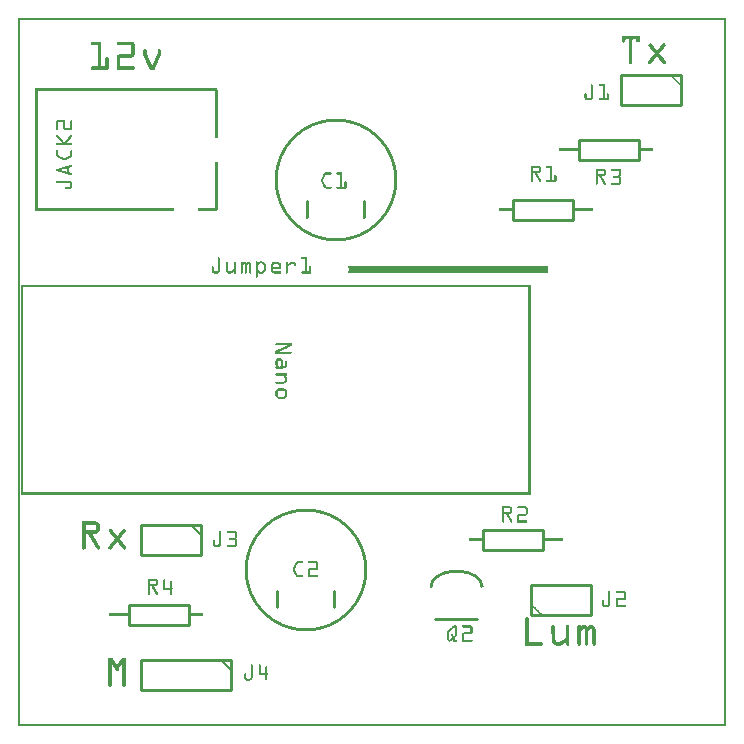
<source format=gto>
G04 MADE WITH FRITZING*
G04 WWW.FRITZING.ORG*
G04 DOUBLE SIDED*
G04 HOLES PLATED*
G04 CONTOUR ON CENTER OF CONTOUR VECTOR*
%ASAXBY*%
%FSLAX23Y23*%
%MOIN*%
%OFA0B0*%
%SFA1.0B1.0*%
%ADD10C,0.410000X0.39*%
%ADD11C,0.010000*%
%ADD12C,0.005000*%
%ADD13R,0.001000X0.001000*%
%LNSILK1*%
G90*
G70*
G54D10*
X1061Y1822D03*
X961Y522D03*
G54D11*
X1531Y358D02*
X1391Y358D01*
D02*
X1751Y589D02*
X1551Y589D01*
D02*
X1551Y589D02*
X1551Y655D01*
D02*
X1551Y655D02*
X1751Y655D01*
D02*
X1751Y655D02*
X1751Y589D01*
D02*
X1870Y1955D02*
X2070Y1955D01*
D02*
X2070Y1955D02*
X2070Y1889D01*
D02*
X2070Y1889D02*
X1870Y1889D01*
D02*
X1870Y1889D02*
X1870Y1955D01*
D02*
X2211Y2172D02*
X2011Y2172D01*
D02*
X2011Y2172D02*
X2011Y2072D01*
D02*
X2011Y2072D02*
X2211Y2072D01*
D02*
X2211Y2072D02*
X2211Y2172D01*
D02*
X1711Y372D02*
X1911Y372D01*
D02*
X1911Y372D02*
X1911Y472D01*
D02*
X1911Y472D02*
X1711Y472D01*
D02*
X1711Y472D02*
X1711Y372D01*
D02*
X1851Y1689D02*
X1651Y1689D01*
D02*
X1651Y1689D02*
X1651Y1755D01*
D02*
X1651Y1755D02*
X1851Y1755D01*
D02*
X1851Y1755D02*
X1851Y1689D01*
D02*
X370Y405D02*
X570Y405D01*
D02*
X570Y405D02*
X570Y339D01*
D02*
X570Y339D02*
X370Y339D01*
D02*
X370Y339D02*
X370Y405D01*
D02*
X611Y672D02*
X411Y672D01*
D02*
X411Y672D02*
X411Y572D01*
D02*
X411Y572D02*
X611Y572D01*
D02*
X611Y572D02*
X611Y672D01*
G54D12*
D02*
X576Y672D02*
X611Y637D01*
G54D11*
D02*
X711Y222D02*
X411Y222D01*
D02*
X411Y222D02*
X411Y122D01*
D02*
X411Y122D02*
X711Y122D01*
D02*
X711Y122D02*
X711Y222D01*
G54D12*
D02*
X676Y222D02*
X711Y187D01*
G54D13*
X0Y2362D02*
X2361Y2362D01*
X0Y2361D02*
X2361Y2361D01*
X0Y2360D02*
X2361Y2360D01*
X0Y2359D02*
X2361Y2359D01*
X0Y2358D02*
X2361Y2358D01*
X0Y2357D02*
X2361Y2357D01*
X0Y2356D02*
X2361Y2356D01*
X0Y2355D02*
X2361Y2355D01*
X0Y2354D02*
X7Y2354D01*
X2354Y2354D02*
X2361Y2354D01*
X0Y2353D02*
X7Y2353D01*
X2354Y2353D02*
X2361Y2353D01*
X0Y2352D02*
X7Y2352D01*
X2354Y2352D02*
X2361Y2352D01*
X0Y2351D02*
X7Y2351D01*
X2354Y2351D02*
X2361Y2351D01*
X0Y2350D02*
X7Y2350D01*
X2354Y2350D02*
X2361Y2350D01*
X0Y2349D02*
X7Y2349D01*
X2354Y2349D02*
X2361Y2349D01*
X0Y2348D02*
X7Y2348D01*
X2354Y2348D02*
X2361Y2348D01*
X0Y2347D02*
X7Y2347D01*
X2354Y2347D02*
X2361Y2347D01*
X0Y2346D02*
X7Y2346D01*
X2354Y2346D02*
X2361Y2346D01*
X0Y2345D02*
X7Y2345D01*
X2354Y2345D02*
X2361Y2345D01*
X0Y2344D02*
X7Y2344D01*
X2354Y2344D02*
X2361Y2344D01*
X0Y2343D02*
X7Y2343D01*
X2354Y2343D02*
X2361Y2343D01*
X0Y2342D02*
X7Y2342D01*
X2354Y2342D02*
X2361Y2342D01*
X0Y2341D02*
X7Y2341D01*
X2354Y2341D02*
X2361Y2341D01*
X0Y2340D02*
X7Y2340D01*
X2354Y2340D02*
X2361Y2340D01*
X0Y2339D02*
X7Y2339D01*
X2354Y2339D02*
X2361Y2339D01*
X0Y2338D02*
X7Y2338D01*
X2354Y2338D02*
X2361Y2338D01*
X0Y2337D02*
X7Y2337D01*
X2354Y2337D02*
X2361Y2337D01*
X0Y2336D02*
X7Y2336D01*
X2354Y2336D02*
X2361Y2336D01*
X0Y2335D02*
X7Y2335D01*
X2354Y2335D02*
X2361Y2335D01*
X0Y2334D02*
X7Y2334D01*
X2354Y2334D02*
X2361Y2334D01*
X0Y2333D02*
X7Y2333D01*
X2354Y2333D02*
X2361Y2333D01*
X0Y2332D02*
X7Y2332D01*
X2354Y2332D02*
X2361Y2332D01*
X0Y2331D02*
X7Y2331D01*
X2354Y2331D02*
X2361Y2331D01*
X0Y2330D02*
X7Y2330D01*
X2354Y2330D02*
X2361Y2330D01*
X0Y2329D02*
X7Y2329D01*
X2354Y2329D02*
X2361Y2329D01*
X0Y2328D02*
X7Y2328D01*
X2354Y2328D02*
X2361Y2328D01*
X0Y2327D02*
X7Y2327D01*
X2354Y2327D02*
X2361Y2327D01*
X0Y2326D02*
X7Y2326D01*
X2354Y2326D02*
X2361Y2326D01*
X0Y2325D02*
X7Y2325D01*
X2354Y2325D02*
X2361Y2325D01*
X0Y2324D02*
X7Y2324D01*
X2354Y2324D02*
X2361Y2324D01*
X0Y2323D02*
X7Y2323D01*
X2354Y2323D02*
X2361Y2323D01*
X0Y2322D02*
X7Y2322D01*
X2354Y2322D02*
X2361Y2322D01*
X0Y2321D02*
X7Y2321D01*
X2354Y2321D02*
X2361Y2321D01*
X0Y2320D02*
X7Y2320D01*
X2354Y2320D02*
X2361Y2320D01*
X0Y2319D02*
X7Y2319D01*
X2354Y2319D02*
X2361Y2319D01*
X0Y2318D02*
X7Y2318D01*
X2354Y2318D02*
X2361Y2318D01*
X0Y2317D02*
X7Y2317D01*
X2354Y2317D02*
X2361Y2317D01*
X0Y2316D02*
X7Y2316D01*
X2354Y2316D02*
X2361Y2316D01*
X0Y2315D02*
X7Y2315D01*
X2354Y2315D02*
X2361Y2315D01*
X0Y2314D02*
X7Y2314D01*
X2354Y2314D02*
X2361Y2314D01*
X0Y2313D02*
X7Y2313D01*
X2354Y2313D02*
X2361Y2313D01*
X0Y2312D02*
X7Y2312D01*
X2354Y2312D02*
X2361Y2312D01*
X0Y2311D02*
X7Y2311D01*
X2354Y2311D02*
X2361Y2311D01*
X0Y2310D02*
X7Y2310D01*
X2354Y2310D02*
X2361Y2310D01*
X0Y2309D02*
X7Y2309D01*
X2354Y2309D02*
X2361Y2309D01*
X0Y2308D02*
X7Y2308D01*
X2354Y2308D02*
X2361Y2308D01*
X0Y2307D02*
X7Y2307D01*
X2354Y2307D02*
X2361Y2307D01*
X0Y2306D02*
X7Y2306D01*
X2354Y2306D02*
X2361Y2306D01*
X0Y2305D02*
X7Y2305D01*
X2354Y2305D02*
X2361Y2305D01*
X0Y2304D02*
X7Y2304D01*
X2354Y2304D02*
X2361Y2304D01*
X0Y2303D02*
X7Y2303D01*
X2354Y2303D02*
X2361Y2303D01*
X0Y2302D02*
X7Y2302D01*
X2013Y2302D02*
X2072Y2302D01*
X2354Y2302D02*
X2361Y2302D01*
X0Y2301D02*
X7Y2301D01*
X2013Y2301D02*
X2073Y2301D01*
X2354Y2301D02*
X2361Y2301D01*
X0Y2300D02*
X7Y2300D01*
X2013Y2300D02*
X2073Y2300D01*
X2354Y2300D02*
X2361Y2300D01*
X0Y2299D02*
X7Y2299D01*
X2013Y2299D02*
X2073Y2299D01*
X2354Y2299D02*
X2361Y2299D01*
X0Y2298D02*
X7Y2298D01*
X2013Y2298D02*
X2073Y2298D01*
X2354Y2298D02*
X2361Y2298D01*
X0Y2297D02*
X7Y2297D01*
X2013Y2297D02*
X2073Y2297D01*
X2354Y2297D02*
X2361Y2297D01*
X0Y2296D02*
X7Y2296D01*
X2013Y2296D02*
X2073Y2296D01*
X2354Y2296D02*
X2361Y2296D01*
X0Y2295D02*
X7Y2295D01*
X2013Y2295D02*
X2073Y2295D01*
X2354Y2295D02*
X2361Y2295D01*
X0Y2294D02*
X7Y2294D01*
X2013Y2294D02*
X2073Y2294D01*
X2354Y2294D02*
X2361Y2294D01*
X0Y2293D02*
X7Y2293D01*
X2013Y2293D02*
X2073Y2293D01*
X2354Y2293D02*
X2361Y2293D01*
X0Y2292D02*
X7Y2292D01*
X2013Y2292D02*
X2073Y2292D01*
X2354Y2292D02*
X2361Y2292D01*
X0Y2291D02*
X7Y2291D01*
X2013Y2291D02*
X2073Y2291D01*
X2354Y2291D02*
X2361Y2291D01*
X0Y2290D02*
X7Y2290D01*
X2013Y2290D02*
X2025Y2290D01*
X2037Y2290D02*
X2049Y2290D01*
X2061Y2290D02*
X2073Y2290D01*
X2354Y2290D02*
X2361Y2290D01*
X0Y2289D02*
X7Y2289D01*
X2013Y2289D02*
X2024Y2289D01*
X2037Y2289D02*
X2048Y2289D01*
X2061Y2289D02*
X2073Y2289D01*
X2354Y2289D02*
X2361Y2289D01*
X0Y2288D02*
X7Y2288D01*
X2013Y2288D02*
X2024Y2288D01*
X2037Y2288D02*
X2048Y2288D01*
X2061Y2288D02*
X2073Y2288D01*
X2354Y2288D02*
X2361Y2288D01*
X0Y2287D02*
X7Y2287D01*
X2013Y2287D02*
X2024Y2287D01*
X2037Y2287D02*
X2048Y2287D01*
X2061Y2287D02*
X2073Y2287D01*
X2354Y2287D02*
X2361Y2287D01*
X0Y2286D02*
X7Y2286D01*
X2013Y2286D02*
X2024Y2286D01*
X2037Y2286D02*
X2048Y2286D01*
X2061Y2286D02*
X2073Y2286D01*
X2354Y2286D02*
X2361Y2286D01*
X0Y2285D02*
X7Y2285D01*
X2013Y2285D02*
X2024Y2285D01*
X2037Y2285D02*
X2048Y2285D01*
X2061Y2285D02*
X2072Y2285D01*
X2354Y2285D02*
X2361Y2285D01*
X0Y2284D02*
X7Y2284D01*
X2014Y2284D02*
X2024Y2284D01*
X2037Y2284D02*
X2048Y2284D01*
X2062Y2284D02*
X2072Y2284D01*
X2354Y2284D02*
X2361Y2284D01*
X0Y2283D02*
X7Y2283D01*
X2014Y2283D02*
X2024Y2283D01*
X2037Y2283D02*
X2048Y2283D01*
X2062Y2283D02*
X2072Y2283D01*
X2354Y2283D02*
X2361Y2283D01*
X0Y2282D02*
X7Y2282D01*
X246Y2282D02*
X278Y2282D01*
X333Y2282D02*
X382Y2282D01*
X2015Y2282D02*
X2023Y2282D01*
X2037Y2282D02*
X2048Y2282D01*
X2063Y2282D02*
X2071Y2282D01*
X2354Y2282D02*
X2361Y2282D01*
X0Y2281D02*
X7Y2281D01*
X244Y2281D02*
X278Y2281D01*
X332Y2281D02*
X383Y2281D01*
X2016Y2281D02*
X2022Y2281D01*
X2037Y2281D02*
X2048Y2281D01*
X2064Y2281D02*
X2070Y2281D01*
X2354Y2281D02*
X2361Y2281D01*
X0Y2280D02*
X7Y2280D01*
X244Y2280D02*
X278Y2280D01*
X331Y2280D02*
X385Y2280D01*
X2017Y2280D02*
X2020Y2280D01*
X2037Y2280D02*
X2048Y2280D01*
X2066Y2280D02*
X2068Y2280D01*
X2354Y2280D02*
X2361Y2280D01*
X0Y2279D02*
X7Y2279D01*
X243Y2279D02*
X278Y2279D01*
X331Y2279D02*
X386Y2279D01*
X2037Y2279D02*
X2048Y2279D01*
X2354Y2279D02*
X2361Y2279D01*
X0Y2278D02*
X7Y2278D01*
X243Y2278D02*
X278Y2278D01*
X330Y2278D02*
X387Y2278D01*
X2037Y2278D02*
X2048Y2278D01*
X2354Y2278D02*
X2361Y2278D01*
X0Y2277D02*
X7Y2277D01*
X243Y2277D02*
X278Y2277D01*
X330Y2277D02*
X388Y2277D01*
X2037Y2277D02*
X2048Y2277D01*
X2354Y2277D02*
X2361Y2277D01*
X0Y2276D02*
X7Y2276D01*
X243Y2276D02*
X278Y2276D01*
X330Y2276D02*
X388Y2276D01*
X2037Y2276D02*
X2048Y2276D01*
X2106Y2276D02*
X2110Y2276D01*
X2151Y2276D02*
X2155Y2276D01*
X2354Y2276D02*
X2361Y2276D01*
X0Y2275D02*
X7Y2275D01*
X243Y2275D02*
X278Y2275D01*
X330Y2275D02*
X389Y2275D01*
X2037Y2275D02*
X2048Y2275D01*
X2104Y2275D02*
X2111Y2275D01*
X2150Y2275D02*
X2157Y2275D01*
X2354Y2275D02*
X2361Y2275D01*
X0Y2274D02*
X7Y2274D01*
X243Y2274D02*
X278Y2274D01*
X331Y2274D02*
X389Y2274D01*
X2037Y2274D02*
X2048Y2274D01*
X2103Y2274D02*
X2112Y2274D01*
X2149Y2274D02*
X2157Y2274D01*
X2354Y2274D02*
X2361Y2274D01*
X0Y2273D02*
X7Y2273D01*
X244Y2273D02*
X278Y2273D01*
X332Y2273D02*
X389Y2273D01*
X2037Y2273D02*
X2048Y2273D01*
X2103Y2273D02*
X2113Y2273D01*
X2148Y2273D02*
X2158Y2273D01*
X2354Y2273D02*
X2361Y2273D01*
X0Y2272D02*
X7Y2272D01*
X245Y2272D02*
X278Y2272D01*
X333Y2272D02*
X389Y2272D01*
X2037Y2272D02*
X2048Y2272D01*
X2102Y2272D02*
X2114Y2272D01*
X2147Y2272D02*
X2159Y2272D01*
X2354Y2272D02*
X2361Y2272D01*
X0Y2271D02*
X7Y2271D01*
X247Y2271D02*
X278Y2271D01*
X334Y2271D02*
X389Y2271D01*
X2037Y2271D02*
X2048Y2271D01*
X2102Y2271D02*
X2115Y2271D01*
X2146Y2271D02*
X2159Y2271D01*
X2354Y2271D02*
X2361Y2271D01*
X0Y2270D02*
X7Y2270D01*
X267Y2270D02*
X278Y2270D01*
X378Y2270D02*
X389Y2270D01*
X2037Y2270D02*
X2048Y2270D01*
X2102Y2270D02*
X2115Y2270D01*
X2145Y2270D02*
X2159Y2270D01*
X2354Y2270D02*
X2361Y2270D01*
X0Y2269D02*
X7Y2269D01*
X267Y2269D02*
X278Y2269D01*
X378Y2269D02*
X389Y2269D01*
X2037Y2269D02*
X2048Y2269D01*
X2102Y2269D02*
X2116Y2269D01*
X2144Y2269D02*
X2159Y2269D01*
X2354Y2269D02*
X2361Y2269D01*
X0Y2268D02*
X7Y2268D01*
X267Y2268D02*
X278Y2268D01*
X378Y2268D02*
X389Y2268D01*
X2037Y2268D02*
X2048Y2268D01*
X2103Y2268D02*
X2117Y2268D01*
X2144Y2268D02*
X2158Y2268D01*
X2354Y2268D02*
X2361Y2268D01*
X0Y2267D02*
X7Y2267D01*
X267Y2267D02*
X278Y2267D01*
X378Y2267D02*
X389Y2267D01*
X2037Y2267D02*
X2048Y2267D01*
X2103Y2267D02*
X2118Y2267D01*
X2143Y2267D02*
X2158Y2267D01*
X2354Y2267D02*
X2361Y2267D01*
X0Y2266D02*
X7Y2266D01*
X267Y2266D02*
X278Y2266D01*
X378Y2266D02*
X389Y2266D01*
X2037Y2266D02*
X2048Y2266D01*
X2104Y2266D02*
X2119Y2266D01*
X2142Y2266D02*
X2157Y2266D01*
X2354Y2266D02*
X2361Y2266D01*
X0Y2265D02*
X7Y2265D01*
X267Y2265D02*
X278Y2265D01*
X378Y2265D02*
X389Y2265D01*
X2037Y2265D02*
X2048Y2265D01*
X2105Y2265D02*
X2120Y2265D01*
X2141Y2265D02*
X2156Y2265D01*
X2354Y2265D02*
X2361Y2265D01*
X0Y2264D02*
X7Y2264D01*
X267Y2264D02*
X278Y2264D01*
X378Y2264D02*
X389Y2264D01*
X2037Y2264D02*
X2048Y2264D01*
X2106Y2264D02*
X2120Y2264D01*
X2140Y2264D02*
X2155Y2264D01*
X2354Y2264D02*
X2361Y2264D01*
X0Y2263D02*
X7Y2263D01*
X267Y2263D02*
X278Y2263D01*
X378Y2263D02*
X389Y2263D01*
X2037Y2263D02*
X2048Y2263D01*
X2106Y2263D02*
X2121Y2263D01*
X2140Y2263D02*
X2154Y2263D01*
X2354Y2263D02*
X2361Y2263D01*
X0Y2262D02*
X7Y2262D01*
X267Y2262D02*
X278Y2262D01*
X378Y2262D02*
X389Y2262D01*
X2037Y2262D02*
X2048Y2262D01*
X2107Y2262D02*
X2122Y2262D01*
X2139Y2262D02*
X2154Y2262D01*
X2354Y2262D02*
X2361Y2262D01*
X0Y2261D02*
X7Y2261D01*
X267Y2261D02*
X278Y2261D01*
X378Y2261D02*
X389Y2261D01*
X2037Y2261D02*
X2048Y2261D01*
X2108Y2261D02*
X2123Y2261D01*
X2138Y2261D02*
X2153Y2261D01*
X2354Y2261D02*
X2361Y2261D01*
X0Y2260D02*
X7Y2260D01*
X267Y2260D02*
X278Y2260D01*
X378Y2260D02*
X389Y2260D01*
X2037Y2260D02*
X2048Y2260D01*
X2109Y2260D02*
X2124Y2260D01*
X2137Y2260D02*
X2152Y2260D01*
X2354Y2260D02*
X2361Y2260D01*
X0Y2259D02*
X7Y2259D01*
X267Y2259D02*
X278Y2259D01*
X378Y2259D02*
X389Y2259D01*
X2037Y2259D02*
X2048Y2259D01*
X2110Y2259D02*
X2125Y2259D01*
X2136Y2259D02*
X2151Y2259D01*
X2354Y2259D02*
X2361Y2259D01*
X0Y2258D02*
X7Y2258D01*
X267Y2258D02*
X278Y2258D01*
X378Y2258D02*
X389Y2258D01*
X2037Y2258D02*
X2048Y2258D01*
X2110Y2258D02*
X2125Y2258D01*
X2135Y2258D02*
X2150Y2258D01*
X2354Y2258D02*
X2361Y2258D01*
X0Y2257D02*
X7Y2257D01*
X267Y2257D02*
X278Y2257D01*
X378Y2257D02*
X389Y2257D01*
X422Y2257D02*
X424Y2257D01*
X471Y2257D02*
X472Y2257D01*
X2037Y2257D02*
X2048Y2257D01*
X2111Y2257D02*
X2126Y2257D01*
X2135Y2257D02*
X2149Y2257D01*
X2354Y2257D02*
X2361Y2257D01*
X0Y2256D02*
X7Y2256D01*
X267Y2256D02*
X278Y2256D01*
X378Y2256D02*
X389Y2256D01*
X420Y2256D02*
X426Y2256D01*
X468Y2256D02*
X474Y2256D01*
X2037Y2256D02*
X2048Y2256D01*
X2112Y2256D02*
X2127Y2256D01*
X2134Y2256D02*
X2149Y2256D01*
X2354Y2256D02*
X2361Y2256D01*
X0Y2255D02*
X7Y2255D01*
X267Y2255D02*
X278Y2255D01*
X378Y2255D02*
X389Y2255D01*
X419Y2255D02*
X427Y2255D01*
X467Y2255D02*
X475Y2255D01*
X2037Y2255D02*
X2048Y2255D01*
X2113Y2255D02*
X2128Y2255D01*
X2133Y2255D02*
X2148Y2255D01*
X2354Y2255D02*
X2361Y2255D01*
X0Y2254D02*
X7Y2254D01*
X267Y2254D02*
X278Y2254D01*
X378Y2254D02*
X389Y2254D01*
X419Y2254D02*
X428Y2254D01*
X467Y2254D02*
X476Y2254D01*
X2037Y2254D02*
X2048Y2254D01*
X2114Y2254D02*
X2129Y2254D01*
X2132Y2254D02*
X2147Y2254D01*
X2354Y2254D02*
X2361Y2254D01*
X0Y2253D02*
X7Y2253D01*
X267Y2253D02*
X278Y2253D01*
X378Y2253D02*
X389Y2253D01*
X418Y2253D02*
X429Y2253D01*
X466Y2253D02*
X477Y2253D01*
X2037Y2253D02*
X2048Y2253D01*
X2115Y2253D02*
X2146Y2253D01*
X2354Y2253D02*
X2361Y2253D01*
X0Y2252D02*
X7Y2252D01*
X267Y2252D02*
X278Y2252D01*
X378Y2252D02*
X389Y2252D01*
X418Y2252D02*
X429Y2252D01*
X466Y2252D02*
X477Y2252D01*
X2037Y2252D02*
X2048Y2252D01*
X2115Y2252D02*
X2145Y2252D01*
X2354Y2252D02*
X2361Y2252D01*
X0Y2251D02*
X7Y2251D01*
X267Y2251D02*
X278Y2251D01*
X378Y2251D02*
X389Y2251D01*
X418Y2251D02*
X429Y2251D01*
X466Y2251D02*
X477Y2251D01*
X2037Y2251D02*
X2048Y2251D01*
X2116Y2251D02*
X2144Y2251D01*
X2354Y2251D02*
X2361Y2251D01*
X0Y2250D02*
X7Y2250D01*
X267Y2250D02*
X278Y2250D01*
X378Y2250D02*
X389Y2250D01*
X418Y2250D02*
X429Y2250D01*
X466Y2250D02*
X477Y2250D01*
X2037Y2250D02*
X2048Y2250D01*
X2117Y2250D02*
X2144Y2250D01*
X2354Y2250D02*
X2361Y2250D01*
X0Y2249D02*
X7Y2249D01*
X267Y2249D02*
X278Y2249D01*
X378Y2249D02*
X389Y2249D01*
X418Y2249D02*
X429Y2249D01*
X466Y2249D02*
X477Y2249D01*
X2037Y2249D02*
X2048Y2249D01*
X2118Y2249D02*
X2143Y2249D01*
X2354Y2249D02*
X2361Y2249D01*
X0Y2248D02*
X7Y2248D01*
X267Y2248D02*
X278Y2248D01*
X378Y2248D02*
X389Y2248D01*
X418Y2248D02*
X429Y2248D01*
X466Y2248D02*
X477Y2248D01*
X2037Y2248D02*
X2048Y2248D01*
X2119Y2248D02*
X2142Y2248D01*
X2354Y2248D02*
X2361Y2248D01*
X0Y2247D02*
X7Y2247D01*
X267Y2247D02*
X278Y2247D01*
X378Y2247D02*
X389Y2247D01*
X418Y2247D02*
X429Y2247D01*
X466Y2247D02*
X477Y2247D01*
X2037Y2247D02*
X2048Y2247D01*
X2120Y2247D02*
X2141Y2247D01*
X2354Y2247D02*
X2361Y2247D01*
X0Y2246D02*
X7Y2246D01*
X267Y2246D02*
X278Y2246D01*
X378Y2246D02*
X389Y2246D01*
X418Y2246D02*
X429Y2246D01*
X466Y2246D02*
X477Y2246D01*
X2037Y2246D02*
X2048Y2246D01*
X2120Y2246D02*
X2140Y2246D01*
X2354Y2246D02*
X2361Y2246D01*
X0Y2245D02*
X7Y2245D01*
X267Y2245D02*
X278Y2245D01*
X378Y2245D02*
X389Y2245D01*
X418Y2245D02*
X429Y2245D01*
X466Y2245D02*
X477Y2245D01*
X2037Y2245D02*
X2048Y2245D01*
X2121Y2245D02*
X2139Y2245D01*
X2354Y2245D02*
X2361Y2245D01*
X0Y2244D02*
X7Y2244D01*
X267Y2244D02*
X278Y2244D01*
X378Y2244D02*
X389Y2244D01*
X418Y2244D02*
X429Y2244D01*
X466Y2244D02*
X477Y2244D01*
X2037Y2244D02*
X2048Y2244D01*
X2122Y2244D02*
X2139Y2244D01*
X2354Y2244D02*
X2361Y2244D01*
X0Y2243D02*
X7Y2243D01*
X267Y2243D02*
X278Y2243D01*
X378Y2243D02*
X389Y2243D01*
X418Y2243D02*
X429Y2243D01*
X466Y2243D02*
X477Y2243D01*
X2037Y2243D02*
X2048Y2243D01*
X2123Y2243D02*
X2138Y2243D01*
X2354Y2243D02*
X2361Y2243D01*
X0Y2242D02*
X7Y2242D01*
X267Y2242D02*
X278Y2242D01*
X378Y2242D02*
X389Y2242D01*
X418Y2242D02*
X429Y2242D01*
X466Y2242D02*
X477Y2242D01*
X2037Y2242D02*
X2048Y2242D01*
X2122Y2242D02*
X2139Y2242D01*
X2354Y2242D02*
X2361Y2242D01*
X0Y2241D02*
X7Y2241D01*
X267Y2241D02*
X278Y2241D01*
X339Y2241D02*
X389Y2241D01*
X418Y2241D02*
X429Y2241D01*
X465Y2241D02*
X477Y2241D01*
X2037Y2241D02*
X2048Y2241D01*
X2121Y2241D02*
X2139Y2241D01*
X2354Y2241D02*
X2361Y2241D01*
X0Y2240D02*
X7Y2240D01*
X267Y2240D02*
X278Y2240D01*
X336Y2240D02*
X389Y2240D01*
X418Y2240D02*
X430Y2240D01*
X465Y2240D02*
X477Y2240D01*
X2037Y2240D02*
X2048Y2240D01*
X2120Y2240D02*
X2140Y2240D01*
X2354Y2240D02*
X2361Y2240D01*
X0Y2239D02*
X7Y2239D01*
X267Y2239D02*
X278Y2239D01*
X335Y2239D02*
X389Y2239D01*
X418Y2239D02*
X430Y2239D01*
X464Y2239D02*
X477Y2239D01*
X2037Y2239D02*
X2048Y2239D01*
X2120Y2239D02*
X2141Y2239D01*
X2354Y2239D02*
X2361Y2239D01*
X0Y2238D02*
X7Y2238D01*
X267Y2238D02*
X278Y2238D01*
X334Y2238D02*
X389Y2238D01*
X418Y2238D02*
X431Y2238D01*
X464Y2238D02*
X476Y2238D01*
X2037Y2238D02*
X2048Y2238D01*
X2119Y2238D02*
X2142Y2238D01*
X2354Y2238D02*
X2361Y2238D01*
X0Y2237D02*
X7Y2237D01*
X267Y2237D02*
X278Y2237D01*
X333Y2237D02*
X388Y2237D01*
X419Y2237D02*
X431Y2237D01*
X464Y2237D02*
X476Y2237D01*
X2037Y2237D02*
X2048Y2237D01*
X2118Y2237D02*
X2143Y2237D01*
X2354Y2237D02*
X2361Y2237D01*
X0Y2236D02*
X7Y2236D01*
X267Y2236D02*
X278Y2236D01*
X332Y2236D02*
X388Y2236D01*
X419Y2236D02*
X432Y2236D01*
X463Y2236D02*
X475Y2236D01*
X2037Y2236D02*
X2048Y2236D01*
X2117Y2236D02*
X2144Y2236D01*
X2354Y2236D02*
X2361Y2236D01*
X0Y2235D02*
X7Y2235D01*
X267Y2235D02*
X278Y2235D01*
X332Y2235D02*
X387Y2235D01*
X420Y2235D02*
X432Y2235D01*
X463Y2235D02*
X475Y2235D01*
X2037Y2235D02*
X2048Y2235D01*
X2116Y2235D02*
X2144Y2235D01*
X2354Y2235D02*
X2361Y2235D01*
X0Y2234D02*
X7Y2234D01*
X267Y2234D02*
X278Y2234D01*
X331Y2234D02*
X387Y2234D01*
X420Y2234D02*
X432Y2234D01*
X462Y2234D02*
X475Y2234D01*
X2037Y2234D02*
X2048Y2234D01*
X2115Y2234D02*
X2145Y2234D01*
X2354Y2234D02*
X2361Y2234D01*
X0Y2233D02*
X7Y2233D01*
X267Y2233D02*
X278Y2233D01*
X331Y2233D02*
X386Y2233D01*
X421Y2233D02*
X433Y2233D01*
X462Y2233D02*
X474Y2233D01*
X2037Y2233D02*
X2048Y2233D01*
X2115Y2233D02*
X2146Y2233D01*
X2354Y2233D02*
X2361Y2233D01*
X0Y2232D02*
X7Y2232D01*
X267Y2232D02*
X278Y2232D01*
X330Y2232D02*
X384Y2232D01*
X421Y2232D02*
X433Y2232D01*
X461Y2232D02*
X474Y2232D01*
X2037Y2232D02*
X2048Y2232D01*
X2114Y2232D02*
X2129Y2232D01*
X2132Y2232D02*
X2147Y2232D01*
X2354Y2232D02*
X2361Y2232D01*
X0Y2231D02*
X7Y2231D01*
X267Y2231D02*
X278Y2231D01*
X294Y2231D02*
X298Y2231D01*
X330Y2231D02*
X383Y2231D01*
X421Y2231D02*
X434Y2231D01*
X461Y2231D02*
X473Y2231D01*
X2037Y2231D02*
X2048Y2231D01*
X2113Y2231D02*
X2128Y2231D01*
X2133Y2231D02*
X2148Y2231D01*
X2354Y2231D02*
X2361Y2231D01*
X0Y2230D02*
X7Y2230D01*
X267Y2230D02*
X278Y2230D01*
X293Y2230D02*
X300Y2230D01*
X330Y2230D02*
X380Y2230D01*
X422Y2230D02*
X434Y2230D01*
X461Y2230D02*
X473Y2230D01*
X2037Y2230D02*
X2048Y2230D01*
X2112Y2230D02*
X2127Y2230D01*
X2134Y2230D02*
X2149Y2230D01*
X2354Y2230D02*
X2361Y2230D01*
X0Y2229D02*
X7Y2229D01*
X267Y2229D02*
X278Y2229D01*
X292Y2229D02*
X301Y2229D01*
X330Y2229D02*
X341Y2229D01*
X422Y2229D02*
X435Y2229D01*
X460Y2229D02*
X472Y2229D01*
X2037Y2229D02*
X2048Y2229D01*
X2111Y2229D02*
X2126Y2229D01*
X2134Y2229D02*
X2149Y2229D01*
X2354Y2229D02*
X2361Y2229D01*
X0Y2228D02*
X7Y2228D01*
X267Y2228D02*
X278Y2228D01*
X291Y2228D02*
X301Y2228D01*
X330Y2228D02*
X341Y2228D01*
X423Y2228D02*
X435Y2228D01*
X460Y2228D02*
X472Y2228D01*
X2037Y2228D02*
X2048Y2228D01*
X2110Y2228D02*
X2126Y2228D01*
X2135Y2228D02*
X2150Y2228D01*
X2354Y2228D02*
X2361Y2228D01*
X0Y2227D02*
X7Y2227D01*
X267Y2227D02*
X278Y2227D01*
X291Y2227D02*
X302Y2227D01*
X330Y2227D02*
X341Y2227D01*
X423Y2227D02*
X435Y2227D01*
X459Y2227D02*
X472Y2227D01*
X2037Y2227D02*
X2048Y2227D01*
X2110Y2227D02*
X2125Y2227D01*
X2136Y2227D02*
X2151Y2227D01*
X2354Y2227D02*
X2361Y2227D01*
X0Y2226D02*
X7Y2226D01*
X267Y2226D02*
X278Y2226D01*
X291Y2226D02*
X302Y2226D01*
X330Y2226D02*
X341Y2226D01*
X424Y2226D02*
X436Y2226D01*
X459Y2226D02*
X471Y2226D01*
X2037Y2226D02*
X2048Y2226D01*
X2109Y2226D02*
X2124Y2226D01*
X2137Y2226D02*
X2152Y2226D01*
X2354Y2226D02*
X2361Y2226D01*
X0Y2225D02*
X7Y2225D01*
X267Y2225D02*
X278Y2225D01*
X291Y2225D02*
X302Y2225D01*
X330Y2225D02*
X341Y2225D01*
X424Y2225D02*
X436Y2225D01*
X458Y2225D02*
X471Y2225D01*
X2037Y2225D02*
X2048Y2225D01*
X2108Y2225D02*
X2123Y2225D01*
X2138Y2225D02*
X2153Y2225D01*
X2354Y2225D02*
X2361Y2225D01*
X0Y2224D02*
X7Y2224D01*
X267Y2224D02*
X278Y2224D01*
X291Y2224D02*
X302Y2224D01*
X330Y2224D02*
X341Y2224D01*
X424Y2224D02*
X437Y2224D01*
X458Y2224D02*
X470Y2224D01*
X2037Y2224D02*
X2048Y2224D01*
X2107Y2224D02*
X2122Y2224D01*
X2139Y2224D02*
X2154Y2224D01*
X2354Y2224D02*
X2361Y2224D01*
X0Y2223D02*
X7Y2223D01*
X267Y2223D02*
X278Y2223D01*
X291Y2223D02*
X302Y2223D01*
X330Y2223D02*
X341Y2223D01*
X425Y2223D02*
X437Y2223D01*
X457Y2223D02*
X470Y2223D01*
X2037Y2223D02*
X2048Y2223D01*
X2106Y2223D02*
X2121Y2223D01*
X2139Y2223D02*
X2154Y2223D01*
X2354Y2223D02*
X2361Y2223D01*
X0Y2222D02*
X7Y2222D01*
X267Y2222D02*
X278Y2222D01*
X291Y2222D02*
X302Y2222D01*
X330Y2222D02*
X341Y2222D01*
X425Y2222D02*
X438Y2222D01*
X457Y2222D02*
X469Y2222D01*
X2037Y2222D02*
X2048Y2222D01*
X2105Y2222D02*
X2121Y2222D01*
X2140Y2222D02*
X2155Y2222D01*
X2354Y2222D02*
X2361Y2222D01*
X0Y2221D02*
X7Y2221D01*
X267Y2221D02*
X278Y2221D01*
X291Y2221D02*
X302Y2221D01*
X330Y2221D02*
X341Y2221D01*
X426Y2221D02*
X438Y2221D01*
X457Y2221D02*
X469Y2221D01*
X2037Y2221D02*
X2048Y2221D01*
X2105Y2221D02*
X2120Y2221D01*
X2141Y2221D02*
X2156Y2221D01*
X2354Y2221D02*
X2361Y2221D01*
X0Y2220D02*
X7Y2220D01*
X267Y2220D02*
X278Y2220D01*
X291Y2220D02*
X302Y2220D01*
X330Y2220D02*
X341Y2220D01*
X426Y2220D02*
X439Y2220D01*
X456Y2220D02*
X468Y2220D01*
X2037Y2220D02*
X2048Y2220D01*
X2104Y2220D02*
X2119Y2220D01*
X2142Y2220D02*
X2157Y2220D01*
X2354Y2220D02*
X2361Y2220D01*
X0Y2219D02*
X7Y2219D01*
X267Y2219D02*
X278Y2219D01*
X291Y2219D02*
X302Y2219D01*
X330Y2219D02*
X341Y2219D01*
X427Y2219D02*
X439Y2219D01*
X456Y2219D02*
X468Y2219D01*
X2037Y2219D02*
X2048Y2219D01*
X2103Y2219D02*
X2118Y2219D01*
X2143Y2219D02*
X2158Y2219D01*
X2354Y2219D02*
X2361Y2219D01*
X0Y2218D02*
X7Y2218D01*
X267Y2218D02*
X278Y2218D01*
X291Y2218D02*
X302Y2218D01*
X330Y2218D02*
X341Y2218D01*
X427Y2218D02*
X439Y2218D01*
X455Y2218D02*
X468Y2218D01*
X2037Y2218D02*
X2048Y2218D01*
X2102Y2218D02*
X2117Y2218D01*
X2144Y2218D02*
X2159Y2218D01*
X2354Y2218D02*
X2361Y2218D01*
X0Y2217D02*
X7Y2217D01*
X267Y2217D02*
X278Y2217D01*
X291Y2217D02*
X302Y2217D01*
X330Y2217D02*
X341Y2217D01*
X427Y2217D02*
X440Y2217D01*
X455Y2217D02*
X467Y2217D01*
X2037Y2217D02*
X2048Y2217D01*
X2102Y2217D02*
X2116Y2217D01*
X2144Y2217D02*
X2159Y2217D01*
X2354Y2217D02*
X2361Y2217D01*
X0Y2216D02*
X7Y2216D01*
X267Y2216D02*
X278Y2216D01*
X291Y2216D02*
X302Y2216D01*
X330Y2216D02*
X341Y2216D01*
X428Y2216D02*
X440Y2216D01*
X454Y2216D02*
X467Y2216D01*
X2037Y2216D02*
X2048Y2216D01*
X2101Y2216D02*
X2116Y2216D01*
X2145Y2216D02*
X2160Y2216D01*
X2354Y2216D02*
X2361Y2216D01*
X0Y2215D02*
X7Y2215D01*
X267Y2215D02*
X278Y2215D01*
X291Y2215D02*
X302Y2215D01*
X330Y2215D02*
X341Y2215D01*
X428Y2215D02*
X441Y2215D01*
X454Y2215D02*
X466Y2215D01*
X2037Y2215D02*
X2048Y2215D01*
X2101Y2215D02*
X2115Y2215D01*
X2146Y2215D02*
X2160Y2215D01*
X2354Y2215D02*
X2361Y2215D01*
X0Y2214D02*
X7Y2214D01*
X267Y2214D02*
X278Y2214D01*
X291Y2214D02*
X302Y2214D01*
X330Y2214D02*
X341Y2214D01*
X429Y2214D02*
X441Y2214D01*
X453Y2214D02*
X466Y2214D01*
X2037Y2214D02*
X2048Y2214D01*
X2101Y2214D02*
X2114Y2214D01*
X2147Y2214D02*
X2160Y2214D01*
X2354Y2214D02*
X2361Y2214D01*
X0Y2213D02*
X7Y2213D01*
X267Y2213D02*
X278Y2213D01*
X291Y2213D02*
X302Y2213D01*
X330Y2213D02*
X341Y2213D01*
X429Y2213D02*
X442Y2213D01*
X453Y2213D02*
X465Y2213D01*
X2037Y2213D02*
X2048Y2213D01*
X2101Y2213D02*
X2113Y2213D01*
X2148Y2213D02*
X2160Y2213D01*
X2354Y2213D02*
X2361Y2213D01*
X0Y2212D02*
X7Y2212D01*
X267Y2212D02*
X278Y2212D01*
X291Y2212D02*
X302Y2212D01*
X330Y2212D02*
X341Y2212D01*
X430Y2212D02*
X442Y2212D01*
X453Y2212D02*
X465Y2212D01*
X2038Y2212D02*
X2048Y2212D01*
X2101Y2212D02*
X2112Y2212D01*
X2148Y2212D02*
X2160Y2212D01*
X2354Y2212D02*
X2361Y2212D01*
X0Y2211D02*
X7Y2211D01*
X267Y2211D02*
X278Y2211D01*
X291Y2211D02*
X302Y2211D01*
X330Y2211D02*
X341Y2211D01*
X430Y2211D02*
X442Y2211D01*
X452Y2211D02*
X465Y2211D01*
X2038Y2211D02*
X2048Y2211D01*
X2102Y2211D02*
X2111Y2211D01*
X2149Y2211D02*
X2159Y2211D01*
X2354Y2211D02*
X2361Y2211D01*
X0Y2210D02*
X7Y2210D01*
X267Y2210D02*
X278Y2210D01*
X291Y2210D02*
X302Y2210D01*
X330Y2210D02*
X341Y2210D01*
X431Y2210D02*
X443Y2210D01*
X452Y2210D02*
X464Y2210D01*
X2039Y2210D02*
X2047Y2210D01*
X2102Y2210D02*
X2111Y2210D01*
X2150Y2210D02*
X2159Y2210D01*
X2354Y2210D02*
X2361Y2210D01*
X0Y2209D02*
X7Y2209D01*
X267Y2209D02*
X278Y2209D01*
X291Y2209D02*
X302Y2209D01*
X330Y2209D02*
X341Y2209D01*
X431Y2209D02*
X443Y2209D01*
X451Y2209D02*
X464Y2209D01*
X2040Y2209D02*
X2046Y2209D01*
X2103Y2209D02*
X2110Y2209D01*
X2151Y2209D02*
X2157Y2209D01*
X2354Y2209D02*
X2361Y2209D01*
X0Y2208D02*
X7Y2208D01*
X267Y2208D02*
X278Y2208D01*
X291Y2208D02*
X302Y2208D01*
X330Y2208D02*
X341Y2208D01*
X431Y2208D02*
X444Y2208D01*
X451Y2208D02*
X463Y2208D01*
X2042Y2208D02*
X2044Y2208D01*
X2105Y2208D02*
X2107Y2208D01*
X2153Y2208D02*
X2156Y2208D01*
X2354Y2208D02*
X2361Y2208D01*
X0Y2207D02*
X7Y2207D01*
X267Y2207D02*
X278Y2207D01*
X291Y2207D02*
X302Y2207D01*
X330Y2207D02*
X341Y2207D01*
X432Y2207D02*
X444Y2207D01*
X450Y2207D02*
X463Y2207D01*
X2354Y2207D02*
X2361Y2207D01*
X0Y2206D02*
X7Y2206D01*
X267Y2206D02*
X278Y2206D01*
X291Y2206D02*
X302Y2206D01*
X330Y2206D02*
X341Y2206D01*
X432Y2206D02*
X445Y2206D01*
X450Y2206D02*
X462Y2206D01*
X2354Y2206D02*
X2361Y2206D01*
X0Y2205D02*
X7Y2205D01*
X267Y2205D02*
X278Y2205D01*
X291Y2205D02*
X302Y2205D01*
X330Y2205D02*
X341Y2205D01*
X433Y2205D02*
X445Y2205D01*
X450Y2205D02*
X462Y2205D01*
X2354Y2205D02*
X2361Y2205D01*
X0Y2204D02*
X7Y2204D01*
X267Y2204D02*
X278Y2204D01*
X291Y2204D02*
X302Y2204D01*
X330Y2204D02*
X341Y2204D01*
X433Y2204D02*
X445Y2204D01*
X449Y2204D02*
X461Y2204D01*
X2354Y2204D02*
X2361Y2204D01*
X0Y2203D02*
X7Y2203D01*
X267Y2203D02*
X278Y2203D01*
X291Y2203D02*
X302Y2203D01*
X330Y2203D02*
X341Y2203D01*
X434Y2203D02*
X446Y2203D01*
X449Y2203D02*
X461Y2203D01*
X2354Y2203D02*
X2361Y2203D01*
X0Y2202D02*
X7Y2202D01*
X267Y2202D02*
X278Y2202D01*
X291Y2202D02*
X302Y2202D01*
X330Y2202D02*
X341Y2202D01*
X434Y2202D02*
X446Y2202D01*
X448Y2202D02*
X461Y2202D01*
X2354Y2202D02*
X2361Y2202D01*
X0Y2201D02*
X7Y2201D01*
X267Y2201D02*
X278Y2201D01*
X291Y2201D02*
X302Y2201D01*
X330Y2201D02*
X341Y2201D01*
X434Y2201D02*
X460Y2201D01*
X2354Y2201D02*
X2361Y2201D01*
X0Y2200D02*
X7Y2200D01*
X246Y2200D02*
X302Y2200D01*
X330Y2200D02*
X386Y2200D01*
X435Y2200D02*
X460Y2200D01*
X2354Y2200D02*
X2361Y2200D01*
X0Y2199D02*
X7Y2199D01*
X245Y2199D02*
X302Y2199D01*
X330Y2199D02*
X387Y2199D01*
X435Y2199D02*
X459Y2199D01*
X2354Y2199D02*
X2361Y2199D01*
X0Y2198D02*
X7Y2198D01*
X244Y2198D02*
X302Y2198D01*
X330Y2198D02*
X388Y2198D01*
X436Y2198D02*
X459Y2198D01*
X2354Y2198D02*
X2361Y2198D01*
X0Y2197D02*
X7Y2197D01*
X243Y2197D02*
X302Y2197D01*
X330Y2197D02*
X389Y2197D01*
X436Y2197D02*
X458Y2197D01*
X2354Y2197D02*
X2361Y2197D01*
X0Y2196D02*
X7Y2196D01*
X243Y2196D02*
X302Y2196D01*
X330Y2196D02*
X389Y2196D01*
X437Y2196D02*
X458Y2196D01*
X2354Y2196D02*
X2361Y2196D01*
X0Y2195D02*
X7Y2195D01*
X243Y2195D02*
X302Y2195D01*
X330Y2195D02*
X389Y2195D01*
X437Y2195D02*
X458Y2195D01*
X2354Y2195D02*
X2361Y2195D01*
X0Y2194D02*
X7Y2194D01*
X243Y2194D02*
X302Y2194D01*
X330Y2194D02*
X389Y2194D01*
X438Y2194D02*
X457Y2194D01*
X2354Y2194D02*
X2361Y2194D01*
X0Y2193D02*
X7Y2193D01*
X243Y2193D02*
X302Y2193D01*
X330Y2193D02*
X389Y2193D01*
X438Y2193D02*
X457Y2193D01*
X2354Y2193D02*
X2361Y2193D01*
X0Y2192D02*
X7Y2192D01*
X243Y2192D02*
X301Y2192D01*
X330Y2192D02*
X389Y2192D01*
X438Y2192D02*
X456Y2192D01*
X2354Y2192D02*
X2361Y2192D01*
X0Y2191D02*
X7Y2191D01*
X244Y2191D02*
X301Y2191D01*
X330Y2191D02*
X388Y2191D01*
X439Y2191D02*
X456Y2191D01*
X2354Y2191D02*
X2361Y2191D01*
X0Y2190D02*
X7Y2190D01*
X245Y2190D02*
X300Y2190D01*
X330Y2190D02*
X387Y2190D01*
X440Y2190D02*
X455Y2190D01*
X2354Y2190D02*
X2361Y2190D01*
X0Y2189D02*
X7Y2189D01*
X246Y2189D02*
X298Y2189D01*
X330Y2189D02*
X386Y2189D01*
X441Y2189D02*
X453Y2189D01*
X2354Y2189D02*
X2361Y2189D01*
X0Y2188D02*
X7Y2188D01*
X2354Y2188D02*
X2361Y2188D01*
X0Y2187D02*
X7Y2187D01*
X2354Y2187D02*
X2361Y2187D01*
X0Y2186D02*
X7Y2186D01*
X2354Y2186D02*
X2361Y2186D01*
X0Y2185D02*
X7Y2185D01*
X2354Y2185D02*
X2361Y2185D01*
X0Y2184D02*
X7Y2184D01*
X2354Y2184D02*
X2361Y2184D01*
X0Y2183D02*
X7Y2183D01*
X2354Y2183D02*
X2361Y2183D01*
X0Y2182D02*
X7Y2182D01*
X2354Y2182D02*
X2361Y2182D01*
X0Y2181D02*
X7Y2181D01*
X2354Y2181D02*
X2361Y2181D01*
X0Y2180D02*
X7Y2180D01*
X2354Y2180D02*
X2361Y2180D01*
X0Y2179D02*
X7Y2179D01*
X2354Y2179D02*
X2361Y2179D01*
X0Y2178D02*
X7Y2178D01*
X2354Y2178D02*
X2361Y2178D01*
X0Y2177D02*
X7Y2177D01*
X2354Y2177D02*
X2361Y2177D01*
X0Y2176D02*
X7Y2176D01*
X2354Y2176D02*
X2361Y2176D01*
X0Y2175D02*
X7Y2175D01*
X2354Y2175D02*
X2361Y2175D01*
X0Y2174D02*
X7Y2174D01*
X2354Y2174D02*
X2361Y2174D01*
X0Y2173D02*
X7Y2173D01*
X2176Y2173D02*
X2177Y2173D01*
X2354Y2173D02*
X2361Y2173D01*
X0Y2172D02*
X7Y2172D01*
X2175Y2172D02*
X2178Y2172D01*
X2354Y2172D02*
X2361Y2172D01*
X0Y2171D02*
X7Y2171D01*
X2174Y2171D02*
X2179Y2171D01*
X2354Y2171D02*
X2361Y2171D01*
X0Y2170D02*
X7Y2170D01*
X2174Y2170D02*
X2180Y2170D01*
X2354Y2170D02*
X2361Y2170D01*
X0Y2169D02*
X7Y2169D01*
X2175Y2169D02*
X2181Y2169D01*
X2354Y2169D02*
X2361Y2169D01*
X0Y2168D02*
X7Y2168D01*
X2176Y2168D02*
X2182Y2168D01*
X2354Y2168D02*
X2361Y2168D01*
X0Y2167D02*
X7Y2167D01*
X2177Y2167D02*
X2183Y2167D01*
X2354Y2167D02*
X2361Y2167D01*
X0Y2166D02*
X7Y2166D01*
X2178Y2166D02*
X2184Y2166D01*
X2354Y2166D02*
X2361Y2166D01*
X0Y2165D02*
X7Y2165D01*
X2179Y2165D02*
X2185Y2165D01*
X2354Y2165D02*
X2361Y2165D01*
X0Y2164D02*
X7Y2164D01*
X2180Y2164D02*
X2186Y2164D01*
X2354Y2164D02*
X2361Y2164D01*
X0Y2163D02*
X7Y2163D01*
X2181Y2163D02*
X2187Y2163D01*
X2354Y2163D02*
X2361Y2163D01*
X0Y2162D02*
X7Y2162D01*
X2182Y2162D02*
X2188Y2162D01*
X2354Y2162D02*
X2361Y2162D01*
X0Y2161D02*
X7Y2161D01*
X2183Y2161D02*
X2189Y2161D01*
X2354Y2161D02*
X2361Y2161D01*
X0Y2160D02*
X7Y2160D01*
X2184Y2160D02*
X2190Y2160D01*
X2354Y2160D02*
X2361Y2160D01*
X0Y2159D02*
X7Y2159D01*
X2185Y2159D02*
X2191Y2159D01*
X2354Y2159D02*
X2361Y2159D01*
X0Y2158D02*
X7Y2158D01*
X2186Y2158D02*
X2192Y2158D01*
X2354Y2158D02*
X2361Y2158D01*
X0Y2157D02*
X7Y2157D01*
X2188Y2157D02*
X2193Y2157D01*
X2354Y2157D02*
X2361Y2157D01*
X0Y2156D02*
X7Y2156D01*
X2189Y2156D02*
X2194Y2156D01*
X2354Y2156D02*
X2361Y2156D01*
X0Y2155D02*
X7Y2155D01*
X2190Y2155D02*
X2195Y2155D01*
X2354Y2155D02*
X2361Y2155D01*
X0Y2154D02*
X7Y2154D01*
X2191Y2154D02*
X2196Y2154D01*
X2354Y2154D02*
X2361Y2154D01*
X0Y2153D02*
X7Y2153D01*
X2192Y2153D02*
X2197Y2153D01*
X2354Y2153D02*
X2361Y2153D01*
X0Y2152D02*
X7Y2152D01*
X2193Y2152D02*
X2198Y2152D01*
X2354Y2152D02*
X2361Y2152D01*
X0Y2151D02*
X7Y2151D01*
X2194Y2151D02*
X2199Y2151D01*
X2354Y2151D02*
X2361Y2151D01*
X0Y2150D02*
X7Y2150D01*
X2195Y2150D02*
X2200Y2150D01*
X2354Y2150D02*
X2361Y2150D01*
X0Y2149D02*
X7Y2149D01*
X2195Y2149D02*
X2201Y2149D01*
X2354Y2149D02*
X2361Y2149D01*
X0Y2148D02*
X7Y2148D01*
X2196Y2148D02*
X2202Y2148D01*
X2354Y2148D02*
X2361Y2148D01*
X0Y2147D02*
X7Y2147D01*
X2197Y2147D02*
X2203Y2147D01*
X2354Y2147D02*
X2361Y2147D01*
X0Y2146D02*
X7Y2146D01*
X2198Y2146D02*
X2204Y2146D01*
X2354Y2146D02*
X2361Y2146D01*
X0Y2145D02*
X7Y2145D01*
X2199Y2145D02*
X2205Y2145D01*
X2354Y2145D02*
X2361Y2145D01*
X0Y2144D02*
X7Y2144D01*
X2200Y2144D02*
X2206Y2144D01*
X2354Y2144D02*
X2361Y2144D01*
X0Y2143D02*
X7Y2143D01*
X2201Y2143D02*
X2207Y2143D01*
X2354Y2143D02*
X2361Y2143D01*
X0Y2142D02*
X7Y2142D01*
X2202Y2142D02*
X2208Y2142D01*
X2354Y2142D02*
X2361Y2142D01*
X0Y2141D02*
X7Y2141D01*
X2203Y2141D02*
X2209Y2141D01*
X2354Y2141D02*
X2361Y2141D01*
X0Y2140D02*
X7Y2140D01*
X1911Y2140D02*
X1914Y2140D01*
X1938Y2140D02*
X1956Y2140D01*
X2204Y2140D02*
X2210Y2140D01*
X2354Y2140D02*
X2361Y2140D01*
X0Y2139D02*
X7Y2139D01*
X1910Y2139D02*
X1915Y2139D01*
X1937Y2139D02*
X1956Y2139D01*
X2205Y2139D02*
X2211Y2139D01*
X2354Y2139D02*
X2361Y2139D01*
X0Y2138D02*
X7Y2138D01*
X1910Y2138D02*
X1916Y2138D01*
X1936Y2138D02*
X1956Y2138D01*
X2206Y2138D02*
X2210Y2138D01*
X2354Y2138D02*
X2361Y2138D01*
X0Y2137D02*
X7Y2137D01*
X1910Y2137D02*
X1916Y2137D01*
X1936Y2137D02*
X1956Y2137D01*
X2207Y2137D02*
X2209Y2137D01*
X2354Y2137D02*
X2361Y2137D01*
X0Y2136D02*
X7Y2136D01*
X1910Y2136D02*
X1916Y2136D01*
X1936Y2136D02*
X1956Y2136D01*
X2354Y2136D02*
X2361Y2136D01*
X0Y2135D02*
X7Y2135D01*
X1910Y2135D02*
X1916Y2135D01*
X1937Y2135D02*
X1956Y2135D01*
X2354Y2135D02*
X2361Y2135D01*
X0Y2134D02*
X7Y2134D01*
X1910Y2134D02*
X1916Y2134D01*
X1938Y2134D02*
X1956Y2134D01*
X2354Y2134D02*
X2361Y2134D01*
X0Y2133D02*
X7Y2133D01*
X1910Y2133D02*
X1916Y2133D01*
X1950Y2133D02*
X1956Y2133D01*
X2354Y2133D02*
X2361Y2133D01*
X0Y2132D02*
X7Y2132D01*
X1910Y2132D02*
X1916Y2132D01*
X1950Y2132D02*
X1956Y2132D01*
X2354Y2132D02*
X2361Y2132D01*
X0Y2131D02*
X7Y2131D01*
X1910Y2131D02*
X1916Y2131D01*
X1950Y2131D02*
X1956Y2131D01*
X2354Y2131D02*
X2361Y2131D01*
X0Y2130D02*
X7Y2130D01*
X1910Y2130D02*
X1916Y2130D01*
X1950Y2130D02*
X1956Y2130D01*
X2354Y2130D02*
X2361Y2130D01*
X0Y2129D02*
X7Y2129D01*
X1910Y2129D02*
X1916Y2129D01*
X1950Y2129D02*
X1956Y2129D01*
X2354Y2129D02*
X2361Y2129D01*
X0Y2128D02*
X7Y2128D01*
X1910Y2128D02*
X1916Y2128D01*
X1950Y2128D02*
X1956Y2128D01*
X2354Y2128D02*
X2361Y2128D01*
X0Y2127D02*
X7Y2127D01*
X58Y2127D02*
X662Y2127D01*
X1910Y2127D02*
X1916Y2127D01*
X1950Y2127D02*
X1956Y2127D01*
X2354Y2127D02*
X2361Y2127D01*
X0Y2126D02*
X7Y2126D01*
X57Y2126D02*
X663Y2126D01*
X1910Y2126D02*
X1916Y2126D01*
X1950Y2126D02*
X1956Y2126D01*
X2354Y2126D02*
X2361Y2126D01*
X0Y2125D02*
X7Y2125D01*
X56Y2125D02*
X664Y2125D01*
X1910Y2125D02*
X1916Y2125D01*
X1950Y2125D02*
X1956Y2125D01*
X2354Y2125D02*
X2361Y2125D01*
X0Y2124D02*
X7Y2124D01*
X56Y2124D02*
X664Y2124D01*
X1910Y2124D02*
X1916Y2124D01*
X1950Y2124D02*
X1956Y2124D01*
X2354Y2124D02*
X2361Y2124D01*
X0Y2123D02*
X7Y2123D01*
X56Y2123D02*
X664Y2123D01*
X1910Y2123D02*
X1916Y2123D01*
X1950Y2123D02*
X1956Y2123D01*
X2354Y2123D02*
X2361Y2123D01*
X0Y2122D02*
X7Y2122D01*
X56Y2122D02*
X665Y2122D01*
X1910Y2122D02*
X1916Y2122D01*
X1950Y2122D02*
X1956Y2122D01*
X2354Y2122D02*
X2361Y2122D01*
X0Y2121D02*
X7Y2121D01*
X56Y2121D02*
X665Y2121D01*
X1910Y2121D02*
X1916Y2121D01*
X1950Y2121D02*
X1956Y2121D01*
X2354Y2121D02*
X2361Y2121D01*
X0Y2120D02*
X7Y2120D01*
X56Y2120D02*
X665Y2120D01*
X1910Y2120D02*
X1916Y2120D01*
X1950Y2120D02*
X1956Y2120D01*
X2354Y2120D02*
X2361Y2120D01*
X0Y2119D02*
X7Y2119D01*
X56Y2119D02*
X665Y2119D01*
X1910Y2119D02*
X1916Y2119D01*
X1950Y2119D02*
X1956Y2119D01*
X2354Y2119D02*
X2361Y2119D01*
X0Y2118D02*
X7Y2118D01*
X56Y2118D02*
X665Y2118D01*
X1910Y2118D02*
X1916Y2118D01*
X1950Y2118D02*
X1956Y2118D01*
X2354Y2118D02*
X2361Y2118D01*
X0Y2117D02*
X7Y2117D01*
X56Y2117D02*
X65Y2117D01*
X656Y2117D02*
X665Y2117D01*
X1910Y2117D02*
X1916Y2117D01*
X1950Y2117D02*
X1956Y2117D01*
X2354Y2117D02*
X2361Y2117D01*
X0Y2116D02*
X7Y2116D01*
X56Y2116D02*
X65Y2116D01*
X656Y2116D02*
X665Y2116D01*
X1910Y2116D02*
X1916Y2116D01*
X1950Y2116D02*
X1956Y2116D01*
X2354Y2116D02*
X2361Y2116D01*
X0Y2115D02*
X7Y2115D01*
X56Y2115D02*
X65Y2115D01*
X656Y2115D02*
X665Y2115D01*
X1910Y2115D02*
X1916Y2115D01*
X1950Y2115D02*
X1956Y2115D01*
X2354Y2115D02*
X2361Y2115D01*
X0Y2114D02*
X7Y2114D01*
X56Y2114D02*
X65Y2114D01*
X656Y2114D02*
X665Y2114D01*
X1910Y2114D02*
X1916Y2114D01*
X1950Y2114D02*
X1956Y2114D01*
X2354Y2114D02*
X2361Y2114D01*
X0Y2113D02*
X7Y2113D01*
X56Y2113D02*
X65Y2113D01*
X656Y2113D02*
X665Y2113D01*
X1910Y2113D02*
X1916Y2113D01*
X1950Y2113D02*
X1956Y2113D01*
X2354Y2113D02*
X2361Y2113D01*
X0Y2112D02*
X7Y2112D01*
X56Y2112D02*
X65Y2112D01*
X656Y2112D02*
X665Y2112D01*
X1910Y2112D02*
X1916Y2112D01*
X1950Y2112D02*
X1956Y2112D01*
X2354Y2112D02*
X2361Y2112D01*
X0Y2111D02*
X7Y2111D01*
X56Y2111D02*
X65Y2111D01*
X656Y2111D02*
X665Y2111D01*
X1892Y2111D02*
X1892Y2111D01*
X1910Y2111D02*
X1916Y2111D01*
X1950Y2111D02*
X1956Y2111D01*
X1966Y2111D02*
X1966Y2111D01*
X2354Y2111D02*
X2361Y2111D01*
X0Y2110D02*
X7Y2110D01*
X56Y2110D02*
X65Y2110D01*
X656Y2110D02*
X665Y2110D01*
X1890Y2110D02*
X1894Y2110D01*
X1910Y2110D02*
X1916Y2110D01*
X1950Y2110D02*
X1956Y2110D01*
X1964Y2110D02*
X1968Y2110D01*
X2354Y2110D02*
X2361Y2110D01*
X0Y2109D02*
X7Y2109D01*
X56Y2109D02*
X65Y2109D01*
X656Y2109D02*
X665Y2109D01*
X1889Y2109D02*
X1895Y2109D01*
X1910Y2109D02*
X1916Y2109D01*
X1950Y2109D02*
X1956Y2109D01*
X1964Y2109D02*
X1969Y2109D01*
X2354Y2109D02*
X2361Y2109D01*
X0Y2108D02*
X7Y2108D01*
X56Y2108D02*
X65Y2108D01*
X656Y2108D02*
X665Y2108D01*
X1889Y2108D02*
X1895Y2108D01*
X1910Y2108D02*
X1916Y2108D01*
X1950Y2108D02*
X1956Y2108D01*
X1963Y2108D02*
X1969Y2108D01*
X2354Y2108D02*
X2361Y2108D01*
X0Y2107D02*
X7Y2107D01*
X56Y2107D02*
X65Y2107D01*
X656Y2107D02*
X665Y2107D01*
X1889Y2107D02*
X1895Y2107D01*
X1910Y2107D02*
X1916Y2107D01*
X1950Y2107D02*
X1956Y2107D01*
X1963Y2107D02*
X1969Y2107D01*
X2354Y2107D02*
X2361Y2107D01*
X0Y2106D02*
X7Y2106D01*
X56Y2106D02*
X65Y2106D01*
X656Y2106D02*
X665Y2106D01*
X1889Y2106D02*
X1895Y2106D01*
X1910Y2106D02*
X1916Y2106D01*
X1950Y2106D02*
X1956Y2106D01*
X1963Y2106D02*
X1969Y2106D01*
X2354Y2106D02*
X2361Y2106D01*
X0Y2105D02*
X7Y2105D01*
X56Y2105D02*
X65Y2105D01*
X656Y2105D02*
X665Y2105D01*
X1889Y2105D02*
X1895Y2105D01*
X1910Y2105D02*
X1916Y2105D01*
X1950Y2105D02*
X1956Y2105D01*
X1963Y2105D02*
X1969Y2105D01*
X2354Y2105D02*
X2361Y2105D01*
X0Y2104D02*
X7Y2104D01*
X56Y2104D02*
X65Y2104D01*
X656Y2104D02*
X665Y2104D01*
X1889Y2104D02*
X1895Y2104D01*
X1910Y2104D02*
X1916Y2104D01*
X1950Y2104D02*
X1956Y2104D01*
X1963Y2104D02*
X1969Y2104D01*
X2354Y2104D02*
X2361Y2104D01*
X0Y2103D02*
X7Y2103D01*
X56Y2103D02*
X65Y2103D01*
X656Y2103D02*
X665Y2103D01*
X1889Y2103D02*
X1895Y2103D01*
X1910Y2103D02*
X1916Y2103D01*
X1950Y2103D02*
X1956Y2103D01*
X1963Y2103D02*
X1969Y2103D01*
X2354Y2103D02*
X2361Y2103D01*
X0Y2102D02*
X7Y2102D01*
X56Y2102D02*
X65Y2102D01*
X656Y2102D02*
X665Y2102D01*
X1889Y2102D02*
X1895Y2102D01*
X1910Y2102D02*
X1916Y2102D01*
X1950Y2102D02*
X1956Y2102D01*
X1963Y2102D02*
X1969Y2102D01*
X2354Y2102D02*
X2361Y2102D01*
X0Y2101D02*
X7Y2101D01*
X56Y2101D02*
X65Y2101D01*
X656Y2101D02*
X665Y2101D01*
X1889Y2101D02*
X1895Y2101D01*
X1910Y2101D02*
X1916Y2101D01*
X1950Y2101D02*
X1956Y2101D01*
X1963Y2101D02*
X1969Y2101D01*
X2354Y2101D02*
X2361Y2101D01*
X0Y2100D02*
X7Y2100D01*
X56Y2100D02*
X65Y2100D01*
X656Y2100D02*
X665Y2100D01*
X1889Y2100D02*
X1895Y2100D01*
X1910Y2100D02*
X1916Y2100D01*
X1950Y2100D02*
X1956Y2100D01*
X1963Y2100D02*
X1969Y2100D01*
X2354Y2100D02*
X2361Y2100D01*
X0Y2099D02*
X7Y2099D01*
X56Y2099D02*
X65Y2099D01*
X656Y2099D02*
X665Y2099D01*
X1889Y2099D02*
X1895Y2099D01*
X1910Y2099D02*
X1916Y2099D01*
X1950Y2099D02*
X1956Y2099D01*
X1963Y2099D02*
X1969Y2099D01*
X2354Y2099D02*
X2361Y2099D01*
X0Y2098D02*
X7Y2098D01*
X56Y2098D02*
X65Y2098D01*
X656Y2098D02*
X665Y2098D01*
X1889Y2098D02*
X1895Y2098D01*
X1910Y2098D02*
X1916Y2098D01*
X1950Y2098D02*
X1956Y2098D01*
X1963Y2098D02*
X1969Y2098D01*
X2354Y2098D02*
X2361Y2098D01*
X0Y2097D02*
X7Y2097D01*
X56Y2097D02*
X65Y2097D01*
X656Y2097D02*
X665Y2097D01*
X1889Y2097D02*
X1895Y2097D01*
X1910Y2097D02*
X1916Y2097D01*
X1950Y2097D02*
X1956Y2097D01*
X1963Y2097D02*
X1969Y2097D01*
X2354Y2097D02*
X2361Y2097D01*
X0Y2096D02*
X7Y2096D01*
X56Y2096D02*
X65Y2096D01*
X656Y2096D02*
X665Y2096D01*
X1889Y2096D02*
X1895Y2096D01*
X1910Y2096D02*
X1916Y2096D01*
X1950Y2096D02*
X1956Y2096D01*
X1963Y2096D02*
X1969Y2096D01*
X2354Y2096D02*
X2361Y2096D01*
X0Y2095D02*
X7Y2095D01*
X56Y2095D02*
X65Y2095D01*
X656Y2095D02*
X665Y2095D01*
X1889Y2095D02*
X1896Y2095D01*
X1909Y2095D02*
X1916Y2095D01*
X1950Y2095D02*
X1956Y2095D01*
X1963Y2095D02*
X1969Y2095D01*
X2354Y2095D02*
X2361Y2095D01*
X0Y2094D02*
X7Y2094D01*
X56Y2094D02*
X65Y2094D01*
X656Y2094D02*
X665Y2094D01*
X1889Y2094D02*
X1897Y2094D01*
X1908Y2094D02*
X1915Y2094D01*
X1950Y2094D02*
X1956Y2094D01*
X1963Y2094D02*
X1969Y2094D01*
X2354Y2094D02*
X2361Y2094D01*
X0Y2093D02*
X7Y2093D01*
X56Y2093D02*
X65Y2093D01*
X656Y2093D02*
X665Y2093D01*
X1890Y2093D02*
X1915Y2093D01*
X1938Y2093D02*
X1969Y2093D01*
X2354Y2093D02*
X2361Y2093D01*
X0Y2092D02*
X7Y2092D01*
X56Y2092D02*
X65Y2092D01*
X656Y2092D02*
X665Y2092D01*
X1890Y2092D02*
X1914Y2092D01*
X1937Y2092D02*
X1969Y2092D01*
X2354Y2092D02*
X2361Y2092D01*
X0Y2091D02*
X7Y2091D01*
X56Y2091D02*
X65Y2091D01*
X656Y2091D02*
X665Y2091D01*
X1891Y2091D02*
X1914Y2091D01*
X1936Y2091D02*
X1969Y2091D01*
X2354Y2091D02*
X2361Y2091D01*
X0Y2090D02*
X7Y2090D01*
X56Y2090D02*
X65Y2090D01*
X656Y2090D02*
X665Y2090D01*
X1892Y2090D02*
X1913Y2090D01*
X1936Y2090D02*
X1969Y2090D01*
X2354Y2090D02*
X2361Y2090D01*
X0Y2089D02*
X7Y2089D01*
X56Y2089D02*
X65Y2089D01*
X656Y2089D02*
X665Y2089D01*
X1893Y2089D02*
X1912Y2089D01*
X1936Y2089D02*
X1969Y2089D01*
X2354Y2089D02*
X2361Y2089D01*
X0Y2088D02*
X7Y2088D01*
X56Y2088D02*
X65Y2088D01*
X656Y2088D02*
X665Y2088D01*
X1894Y2088D02*
X1911Y2088D01*
X1936Y2088D02*
X1969Y2088D01*
X2354Y2088D02*
X2361Y2088D01*
X0Y2087D02*
X7Y2087D01*
X56Y2087D02*
X65Y2087D01*
X656Y2087D02*
X665Y2087D01*
X1896Y2087D02*
X1909Y2087D01*
X1937Y2087D02*
X1968Y2087D01*
X2354Y2087D02*
X2361Y2087D01*
X0Y2086D02*
X7Y2086D01*
X56Y2086D02*
X65Y2086D01*
X656Y2086D02*
X665Y2086D01*
X2354Y2086D02*
X2361Y2086D01*
X0Y2085D02*
X7Y2085D01*
X56Y2085D02*
X65Y2085D01*
X656Y2085D02*
X665Y2085D01*
X2354Y2085D02*
X2361Y2085D01*
X0Y2084D02*
X7Y2084D01*
X56Y2084D02*
X65Y2084D01*
X656Y2084D02*
X665Y2084D01*
X2354Y2084D02*
X2361Y2084D01*
X0Y2083D02*
X7Y2083D01*
X56Y2083D02*
X65Y2083D01*
X656Y2083D02*
X665Y2083D01*
X2354Y2083D02*
X2361Y2083D01*
X0Y2082D02*
X7Y2082D01*
X56Y2082D02*
X65Y2082D01*
X656Y2082D02*
X665Y2082D01*
X2354Y2082D02*
X2361Y2082D01*
X0Y2081D02*
X7Y2081D01*
X56Y2081D02*
X65Y2081D01*
X656Y2081D02*
X665Y2081D01*
X2354Y2081D02*
X2361Y2081D01*
X0Y2080D02*
X7Y2080D01*
X56Y2080D02*
X65Y2080D01*
X656Y2080D02*
X665Y2080D01*
X2354Y2080D02*
X2361Y2080D01*
X0Y2079D02*
X7Y2079D01*
X56Y2079D02*
X65Y2079D01*
X656Y2079D02*
X665Y2079D01*
X2354Y2079D02*
X2361Y2079D01*
X0Y2078D02*
X7Y2078D01*
X56Y2078D02*
X65Y2078D01*
X656Y2078D02*
X665Y2078D01*
X2354Y2078D02*
X2361Y2078D01*
X0Y2077D02*
X7Y2077D01*
X56Y2077D02*
X65Y2077D01*
X656Y2077D02*
X665Y2077D01*
X2354Y2077D02*
X2361Y2077D01*
X0Y2076D02*
X7Y2076D01*
X56Y2076D02*
X65Y2076D01*
X656Y2076D02*
X665Y2076D01*
X2354Y2076D02*
X2361Y2076D01*
X0Y2075D02*
X7Y2075D01*
X56Y2075D02*
X65Y2075D01*
X656Y2075D02*
X665Y2075D01*
X2354Y2075D02*
X2361Y2075D01*
X0Y2074D02*
X7Y2074D01*
X56Y2074D02*
X65Y2074D01*
X656Y2074D02*
X665Y2074D01*
X2354Y2074D02*
X2361Y2074D01*
X0Y2073D02*
X7Y2073D01*
X56Y2073D02*
X65Y2073D01*
X656Y2073D02*
X665Y2073D01*
X2354Y2073D02*
X2361Y2073D01*
X0Y2072D02*
X7Y2072D01*
X56Y2072D02*
X65Y2072D01*
X656Y2072D02*
X665Y2072D01*
X2354Y2072D02*
X2361Y2072D01*
X0Y2071D02*
X7Y2071D01*
X56Y2071D02*
X65Y2071D01*
X656Y2071D02*
X665Y2071D01*
X2354Y2071D02*
X2361Y2071D01*
X0Y2070D02*
X7Y2070D01*
X56Y2070D02*
X65Y2070D01*
X656Y2070D02*
X665Y2070D01*
X2354Y2070D02*
X2361Y2070D01*
X0Y2069D02*
X7Y2069D01*
X56Y2069D02*
X65Y2069D01*
X656Y2069D02*
X665Y2069D01*
X2354Y2069D02*
X2361Y2069D01*
X0Y2068D02*
X7Y2068D01*
X56Y2068D02*
X65Y2068D01*
X656Y2068D02*
X665Y2068D01*
X2354Y2068D02*
X2361Y2068D01*
X0Y2067D02*
X7Y2067D01*
X56Y2067D02*
X65Y2067D01*
X656Y2067D02*
X665Y2067D01*
X2354Y2067D02*
X2361Y2067D01*
X0Y2066D02*
X7Y2066D01*
X56Y2066D02*
X65Y2066D01*
X656Y2066D02*
X665Y2066D01*
X2354Y2066D02*
X2361Y2066D01*
X0Y2065D02*
X7Y2065D01*
X56Y2065D02*
X65Y2065D01*
X656Y2065D02*
X665Y2065D01*
X2354Y2065D02*
X2361Y2065D01*
X0Y2064D02*
X7Y2064D01*
X56Y2064D02*
X65Y2064D01*
X656Y2064D02*
X665Y2064D01*
X2354Y2064D02*
X2361Y2064D01*
X0Y2063D02*
X7Y2063D01*
X56Y2063D02*
X65Y2063D01*
X656Y2063D02*
X665Y2063D01*
X2354Y2063D02*
X2361Y2063D01*
X0Y2062D02*
X7Y2062D01*
X56Y2062D02*
X65Y2062D01*
X656Y2062D02*
X665Y2062D01*
X2354Y2062D02*
X2361Y2062D01*
X0Y2061D02*
X7Y2061D01*
X56Y2061D02*
X65Y2061D01*
X656Y2061D02*
X665Y2061D01*
X2354Y2061D02*
X2361Y2061D01*
X0Y2060D02*
X7Y2060D01*
X56Y2060D02*
X65Y2060D01*
X656Y2060D02*
X665Y2060D01*
X2354Y2060D02*
X2361Y2060D01*
X0Y2059D02*
X7Y2059D01*
X56Y2059D02*
X65Y2059D01*
X656Y2059D02*
X665Y2059D01*
X2354Y2059D02*
X2361Y2059D01*
X0Y2058D02*
X7Y2058D01*
X56Y2058D02*
X65Y2058D01*
X656Y2058D02*
X665Y2058D01*
X2354Y2058D02*
X2361Y2058D01*
X0Y2057D02*
X7Y2057D01*
X56Y2057D02*
X65Y2057D01*
X656Y2057D02*
X665Y2057D01*
X2354Y2057D02*
X2361Y2057D01*
X0Y2056D02*
X7Y2056D01*
X56Y2056D02*
X65Y2056D01*
X656Y2056D02*
X665Y2056D01*
X2354Y2056D02*
X2361Y2056D01*
X0Y2055D02*
X7Y2055D01*
X56Y2055D02*
X65Y2055D01*
X656Y2055D02*
X665Y2055D01*
X2354Y2055D02*
X2361Y2055D01*
X0Y2054D02*
X7Y2054D01*
X56Y2054D02*
X65Y2054D01*
X656Y2054D02*
X665Y2054D01*
X2354Y2054D02*
X2361Y2054D01*
X0Y2053D02*
X7Y2053D01*
X56Y2053D02*
X65Y2053D01*
X656Y2053D02*
X665Y2053D01*
X2354Y2053D02*
X2361Y2053D01*
X0Y2052D02*
X7Y2052D01*
X56Y2052D02*
X65Y2052D01*
X656Y2052D02*
X665Y2052D01*
X2354Y2052D02*
X2361Y2052D01*
X0Y2051D02*
X7Y2051D01*
X56Y2051D02*
X65Y2051D01*
X656Y2051D02*
X665Y2051D01*
X2354Y2051D02*
X2361Y2051D01*
X0Y2050D02*
X7Y2050D01*
X56Y2050D02*
X65Y2050D01*
X656Y2050D02*
X665Y2050D01*
X2354Y2050D02*
X2361Y2050D01*
X0Y2049D02*
X7Y2049D01*
X56Y2049D02*
X65Y2049D01*
X656Y2049D02*
X665Y2049D01*
X2354Y2049D02*
X2361Y2049D01*
X0Y2048D02*
X7Y2048D01*
X56Y2048D02*
X65Y2048D01*
X656Y2048D02*
X665Y2048D01*
X2354Y2048D02*
X2361Y2048D01*
X0Y2047D02*
X7Y2047D01*
X56Y2047D02*
X65Y2047D01*
X656Y2047D02*
X665Y2047D01*
X2354Y2047D02*
X2361Y2047D01*
X0Y2046D02*
X7Y2046D01*
X56Y2046D02*
X65Y2046D01*
X656Y2046D02*
X665Y2046D01*
X2354Y2046D02*
X2361Y2046D01*
X0Y2045D02*
X7Y2045D01*
X56Y2045D02*
X65Y2045D01*
X656Y2045D02*
X665Y2045D01*
X2354Y2045D02*
X2361Y2045D01*
X0Y2044D02*
X7Y2044D01*
X56Y2044D02*
X65Y2044D01*
X656Y2044D02*
X665Y2044D01*
X2354Y2044D02*
X2361Y2044D01*
X0Y2043D02*
X7Y2043D01*
X56Y2043D02*
X65Y2043D01*
X656Y2043D02*
X665Y2043D01*
X2354Y2043D02*
X2361Y2043D01*
X0Y2042D02*
X7Y2042D01*
X56Y2042D02*
X65Y2042D01*
X656Y2042D02*
X665Y2042D01*
X2354Y2042D02*
X2361Y2042D01*
X0Y2041D02*
X7Y2041D01*
X56Y2041D02*
X65Y2041D01*
X656Y2041D02*
X665Y2041D01*
X2354Y2041D02*
X2361Y2041D01*
X0Y2040D02*
X7Y2040D01*
X56Y2040D02*
X65Y2040D01*
X656Y2040D02*
X665Y2040D01*
X2354Y2040D02*
X2361Y2040D01*
X0Y2039D02*
X7Y2039D01*
X56Y2039D02*
X65Y2039D01*
X656Y2039D02*
X665Y2039D01*
X2354Y2039D02*
X2361Y2039D01*
X0Y2038D02*
X7Y2038D01*
X56Y2038D02*
X65Y2038D01*
X656Y2038D02*
X665Y2038D01*
X2354Y2038D02*
X2361Y2038D01*
X0Y2037D02*
X7Y2037D01*
X56Y2037D02*
X65Y2037D01*
X656Y2037D02*
X665Y2037D01*
X2354Y2037D02*
X2361Y2037D01*
X0Y2036D02*
X7Y2036D01*
X56Y2036D02*
X65Y2036D01*
X656Y2036D02*
X665Y2036D01*
X2354Y2036D02*
X2361Y2036D01*
X0Y2035D02*
X7Y2035D01*
X56Y2035D02*
X65Y2035D01*
X656Y2035D02*
X665Y2035D01*
X2354Y2035D02*
X2361Y2035D01*
X0Y2034D02*
X7Y2034D01*
X56Y2034D02*
X65Y2034D01*
X656Y2034D02*
X665Y2034D01*
X2354Y2034D02*
X2361Y2034D01*
X0Y2033D02*
X7Y2033D01*
X56Y2033D02*
X65Y2033D01*
X656Y2033D02*
X665Y2033D01*
X2354Y2033D02*
X2361Y2033D01*
X0Y2032D02*
X7Y2032D01*
X56Y2032D02*
X65Y2032D01*
X656Y2032D02*
X665Y2032D01*
X2354Y2032D02*
X2361Y2032D01*
X0Y2031D02*
X7Y2031D01*
X56Y2031D02*
X65Y2031D01*
X656Y2031D02*
X665Y2031D01*
X2354Y2031D02*
X2361Y2031D01*
X0Y2030D02*
X7Y2030D01*
X56Y2030D02*
X65Y2030D01*
X656Y2030D02*
X665Y2030D01*
X2354Y2030D02*
X2361Y2030D01*
X0Y2029D02*
X7Y2029D01*
X56Y2029D02*
X65Y2029D01*
X656Y2029D02*
X665Y2029D01*
X2354Y2029D02*
X2361Y2029D01*
X0Y2028D02*
X7Y2028D01*
X56Y2028D02*
X65Y2028D01*
X656Y2028D02*
X665Y2028D01*
X2354Y2028D02*
X2361Y2028D01*
X0Y2027D02*
X7Y2027D01*
X56Y2027D02*
X65Y2027D01*
X656Y2027D02*
X665Y2027D01*
X2354Y2027D02*
X2361Y2027D01*
X0Y2026D02*
X7Y2026D01*
X56Y2026D02*
X65Y2026D01*
X656Y2026D02*
X665Y2026D01*
X2354Y2026D02*
X2361Y2026D01*
X0Y2025D02*
X7Y2025D01*
X56Y2025D02*
X65Y2025D01*
X656Y2025D02*
X665Y2025D01*
X2354Y2025D02*
X2361Y2025D01*
X0Y2024D02*
X7Y2024D01*
X56Y2024D02*
X65Y2024D01*
X656Y2024D02*
X665Y2024D01*
X2354Y2024D02*
X2361Y2024D01*
X0Y2023D02*
X7Y2023D01*
X56Y2023D02*
X65Y2023D01*
X656Y2023D02*
X665Y2023D01*
X2354Y2023D02*
X2361Y2023D01*
X0Y2022D02*
X7Y2022D01*
X56Y2022D02*
X65Y2022D01*
X133Y2022D02*
X153Y2022D01*
X177Y2022D02*
X179Y2022D01*
X656Y2022D02*
X665Y2022D01*
X2354Y2022D02*
X2361Y2022D01*
X0Y2021D02*
X7Y2021D01*
X56Y2021D02*
X65Y2021D01*
X131Y2021D02*
X155Y2021D01*
X176Y2021D02*
X181Y2021D01*
X656Y2021D02*
X665Y2021D01*
X2354Y2021D02*
X2361Y2021D01*
X0Y2020D02*
X7Y2020D01*
X56Y2020D02*
X65Y2020D01*
X130Y2020D02*
X156Y2020D01*
X176Y2020D02*
X181Y2020D01*
X656Y2020D02*
X665Y2020D01*
X2354Y2020D02*
X2361Y2020D01*
X0Y2019D02*
X7Y2019D01*
X56Y2019D02*
X65Y2019D01*
X129Y2019D02*
X157Y2019D01*
X175Y2019D02*
X181Y2019D01*
X656Y2019D02*
X665Y2019D01*
X2354Y2019D02*
X2361Y2019D01*
X0Y2018D02*
X7Y2018D01*
X56Y2018D02*
X65Y2018D01*
X129Y2018D02*
X157Y2018D01*
X175Y2018D02*
X181Y2018D01*
X656Y2018D02*
X665Y2018D01*
X2354Y2018D02*
X2361Y2018D01*
X0Y2017D02*
X7Y2017D01*
X56Y2017D02*
X65Y2017D01*
X128Y2017D02*
X158Y2017D01*
X175Y2017D02*
X181Y2017D01*
X656Y2017D02*
X665Y2017D01*
X2354Y2017D02*
X2361Y2017D01*
X0Y2016D02*
X7Y2016D01*
X56Y2016D02*
X65Y2016D01*
X128Y2016D02*
X158Y2016D01*
X175Y2016D02*
X181Y2016D01*
X656Y2016D02*
X665Y2016D01*
X2354Y2016D02*
X2361Y2016D01*
X0Y2015D02*
X7Y2015D01*
X56Y2015D02*
X65Y2015D01*
X128Y2015D02*
X134Y2015D01*
X152Y2015D02*
X158Y2015D01*
X175Y2015D02*
X181Y2015D01*
X656Y2015D02*
X665Y2015D01*
X2354Y2015D02*
X2361Y2015D01*
X0Y2014D02*
X7Y2014D01*
X56Y2014D02*
X65Y2014D01*
X128Y2014D02*
X134Y2014D01*
X152Y2014D02*
X158Y2014D01*
X175Y2014D02*
X181Y2014D01*
X656Y2014D02*
X665Y2014D01*
X2354Y2014D02*
X2361Y2014D01*
X0Y2013D02*
X7Y2013D01*
X56Y2013D02*
X65Y2013D01*
X128Y2013D02*
X134Y2013D01*
X152Y2013D02*
X158Y2013D01*
X175Y2013D02*
X181Y2013D01*
X656Y2013D02*
X665Y2013D01*
X2354Y2013D02*
X2361Y2013D01*
X0Y2012D02*
X7Y2012D01*
X56Y2012D02*
X65Y2012D01*
X128Y2012D02*
X134Y2012D01*
X152Y2012D02*
X158Y2012D01*
X175Y2012D02*
X181Y2012D01*
X656Y2012D02*
X665Y2012D01*
X2354Y2012D02*
X2361Y2012D01*
X0Y2011D02*
X7Y2011D01*
X56Y2011D02*
X65Y2011D01*
X128Y2011D02*
X134Y2011D01*
X152Y2011D02*
X158Y2011D01*
X175Y2011D02*
X181Y2011D01*
X656Y2011D02*
X665Y2011D01*
X2354Y2011D02*
X2361Y2011D01*
X0Y2010D02*
X7Y2010D01*
X56Y2010D02*
X65Y2010D01*
X128Y2010D02*
X134Y2010D01*
X152Y2010D02*
X158Y2010D01*
X175Y2010D02*
X181Y2010D01*
X656Y2010D02*
X665Y2010D01*
X2354Y2010D02*
X2361Y2010D01*
X0Y2009D02*
X7Y2009D01*
X56Y2009D02*
X65Y2009D01*
X128Y2009D02*
X134Y2009D01*
X152Y2009D02*
X158Y2009D01*
X175Y2009D02*
X181Y2009D01*
X656Y2009D02*
X665Y2009D01*
X2354Y2009D02*
X2361Y2009D01*
X0Y2008D02*
X7Y2008D01*
X56Y2008D02*
X65Y2008D01*
X128Y2008D02*
X134Y2008D01*
X152Y2008D02*
X158Y2008D01*
X175Y2008D02*
X181Y2008D01*
X656Y2008D02*
X665Y2008D01*
X2354Y2008D02*
X2361Y2008D01*
X0Y2007D02*
X7Y2007D01*
X56Y2007D02*
X65Y2007D01*
X128Y2007D02*
X134Y2007D01*
X152Y2007D02*
X158Y2007D01*
X175Y2007D02*
X181Y2007D01*
X656Y2007D02*
X665Y2007D01*
X2354Y2007D02*
X2361Y2007D01*
X0Y2006D02*
X7Y2006D01*
X56Y2006D02*
X65Y2006D01*
X128Y2006D02*
X134Y2006D01*
X152Y2006D02*
X158Y2006D01*
X175Y2006D02*
X181Y2006D01*
X656Y2006D02*
X665Y2006D01*
X2354Y2006D02*
X2361Y2006D01*
X0Y2005D02*
X7Y2005D01*
X56Y2005D02*
X65Y2005D01*
X128Y2005D02*
X134Y2005D01*
X152Y2005D02*
X158Y2005D01*
X175Y2005D02*
X181Y2005D01*
X656Y2005D02*
X665Y2005D01*
X2354Y2005D02*
X2361Y2005D01*
X0Y2004D02*
X7Y2004D01*
X56Y2004D02*
X65Y2004D01*
X128Y2004D02*
X134Y2004D01*
X152Y2004D02*
X158Y2004D01*
X175Y2004D02*
X181Y2004D01*
X656Y2004D02*
X665Y2004D01*
X2354Y2004D02*
X2361Y2004D01*
X0Y2003D02*
X7Y2003D01*
X56Y2003D02*
X65Y2003D01*
X128Y2003D02*
X134Y2003D01*
X152Y2003D02*
X158Y2003D01*
X175Y2003D02*
X181Y2003D01*
X656Y2003D02*
X665Y2003D01*
X2354Y2003D02*
X2361Y2003D01*
X0Y2002D02*
X7Y2002D01*
X56Y2002D02*
X65Y2002D01*
X128Y2002D02*
X134Y2002D01*
X152Y2002D02*
X158Y2002D01*
X175Y2002D02*
X181Y2002D01*
X656Y2002D02*
X665Y2002D01*
X2354Y2002D02*
X2361Y2002D01*
X0Y2001D02*
X7Y2001D01*
X56Y2001D02*
X65Y2001D01*
X128Y2001D02*
X134Y2001D01*
X152Y2001D02*
X158Y2001D01*
X175Y2001D02*
X181Y2001D01*
X656Y2001D02*
X665Y2001D01*
X2354Y2001D02*
X2361Y2001D01*
X0Y2000D02*
X7Y2000D01*
X56Y2000D02*
X65Y2000D01*
X128Y2000D02*
X134Y2000D01*
X152Y2000D02*
X158Y2000D01*
X175Y2000D02*
X181Y2000D01*
X656Y2000D02*
X665Y2000D01*
X2354Y2000D02*
X2361Y2000D01*
X0Y1999D02*
X7Y1999D01*
X56Y1999D02*
X65Y1999D01*
X128Y1999D02*
X134Y1999D01*
X152Y1999D02*
X158Y1999D01*
X175Y1999D02*
X181Y1999D01*
X656Y1999D02*
X665Y1999D01*
X2354Y1999D02*
X2361Y1999D01*
X0Y1998D02*
X7Y1998D01*
X56Y1998D02*
X65Y1998D01*
X128Y1998D02*
X134Y1998D01*
X152Y1998D02*
X158Y1998D01*
X175Y1998D02*
X181Y1998D01*
X656Y1998D02*
X665Y1998D01*
X2354Y1998D02*
X2361Y1998D01*
X0Y1997D02*
X7Y1997D01*
X56Y1997D02*
X65Y1997D01*
X128Y1997D02*
X134Y1997D01*
X152Y1997D02*
X158Y1997D01*
X175Y1997D02*
X181Y1997D01*
X656Y1997D02*
X665Y1997D01*
X2354Y1997D02*
X2361Y1997D01*
X0Y1996D02*
X7Y1996D01*
X56Y1996D02*
X65Y1996D01*
X128Y1996D02*
X134Y1996D01*
X152Y1996D02*
X158Y1996D01*
X175Y1996D02*
X181Y1996D01*
X656Y1996D02*
X665Y1996D01*
X2354Y1996D02*
X2361Y1996D01*
X0Y1995D02*
X7Y1995D01*
X56Y1995D02*
X65Y1995D01*
X128Y1995D02*
X134Y1995D01*
X152Y1995D02*
X158Y1995D01*
X175Y1995D02*
X181Y1995D01*
X656Y1995D02*
X665Y1995D01*
X2354Y1995D02*
X2361Y1995D01*
X0Y1994D02*
X7Y1994D01*
X56Y1994D02*
X65Y1994D01*
X128Y1994D02*
X134Y1994D01*
X152Y1994D02*
X181Y1994D01*
X656Y1994D02*
X665Y1994D01*
X2354Y1994D02*
X2361Y1994D01*
X0Y1993D02*
X7Y1993D01*
X56Y1993D02*
X65Y1993D01*
X128Y1993D02*
X134Y1993D01*
X152Y1993D02*
X181Y1993D01*
X656Y1993D02*
X665Y1993D01*
X2354Y1993D02*
X2361Y1993D01*
X0Y1992D02*
X7Y1992D01*
X56Y1992D02*
X65Y1992D01*
X128Y1992D02*
X134Y1992D01*
X152Y1992D02*
X181Y1992D01*
X656Y1992D02*
X665Y1992D01*
X2354Y1992D02*
X2361Y1992D01*
X0Y1991D02*
X7Y1991D01*
X56Y1991D02*
X65Y1991D01*
X128Y1991D02*
X134Y1991D01*
X153Y1991D02*
X181Y1991D01*
X656Y1991D02*
X665Y1991D01*
X2354Y1991D02*
X2361Y1991D01*
X0Y1990D02*
X7Y1990D01*
X56Y1990D02*
X65Y1990D01*
X128Y1990D02*
X134Y1990D01*
X154Y1990D02*
X181Y1990D01*
X656Y1990D02*
X665Y1990D01*
X2354Y1990D02*
X2361Y1990D01*
X0Y1989D02*
X7Y1989D01*
X56Y1989D02*
X65Y1989D01*
X129Y1989D02*
X133Y1989D01*
X155Y1989D02*
X181Y1989D01*
X656Y1989D02*
X665Y1989D01*
X2354Y1989D02*
X2361Y1989D01*
X0Y1988D02*
X7Y1988D01*
X56Y1988D02*
X65Y1988D01*
X131Y1988D02*
X131Y1988D01*
X158Y1988D02*
X181Y1988D01*
X656Y1988D02*
X665Y1988D01*
X2354Y1988D02*
X2361Y1988D01*
X0Y1987D02*
X7Y1987D01*
X56Y1987D02*
X65Y1987D01*
X656Y1987D02*
X665Y1987D01*
X2354Y1987D02*
X2361Y1987D01*
X0Y1986D02*
X7Y1986D01*
X56Y1986D02*
X65Y1986D01*
X656Y1986D02*
X665Y1986D01*
X2354Y1986D02*
X2361Y1986D01*
X0Y1985D02*
X7Y1985D01*
X56Y1985D02*
X65Y1985D01*
X656Y1985D02*
X665Y1985D01*
X2354Y1985D02*
X2361Y1985D01*
X0Y1984D02*
X7Y1984D01*
X56Y1984D02*
X65Y1984D01*
X656Y1984D02*
X665Y1984D01*
X2354Y1984D02*
X2361Y1984D01*
X0Y1983D02*
X7Y1983D01*
X56Y1983D02*
X65Y1983D01*
X656Y1983D02*
X665Y1983D01*
X2354Y1983D02*
X2361Y1983D01*
X0Y1982D02*
X7Y1982D01*
X56Y1982D02*
X65Y1982D01*
X656Y1982D02*
X665Y1982D01*
X2354Y1982D02*
X2361Y1982D01*
X0Y1981D02*
X7Y1981D01*
X56Y1981D02*
X65Y1981D01*
X656Y1981D02*
X665Y1981D01*
X2354Y1981D02*
X2361Y1981D01*
X0Y1980D02*
X7Y1980D01*
X56Y1980D02*
X65Y1980D01*
X656Y1980D02*
X665Y1980D01*
X2354Y1980D02*
X2361Y1980D01*
X0Y1979D02*
X7Y1979D01*
X56Y1979D02*
X65Y1979D01*
X656Y1979D02*
X665Y1979D01*
X2354Y1979D02*
X2361Y1979D01*
X0Y1978D02*
X7Y1978D01*
X56Y1978D02*
X65Y1978D01*
X656Y1978D02*
X665Y1978D01*
X2354Y1978D02*
X2361Y1978D01*
X0Y1977D02*
X7Y1977D01*
X56Y1977D02*
X65Y1977D01*
X656Y1977D02*
X665Y1977D01*
X2354Y1977D02*
X2361Y1977D01*
X0Y1976D02*
X7Y1976D01*
X56Y1976D02*
X65Y1976D01*
X656Y1976D02*
X665Y1976D01*
X2354Y1976D02*
X2361Y1976D01*
X0Y1975D02*
X7Y1975D01*
X56Y1975D02*
X65Y1975D01*
X656Y1975D02*
X665Y1975D01*
X2354Y1975D02*
X2361Y1975D01*
X0Y1974D02*
X7Y1974D01*
X56Y1974D02*
X65Y1974D01*
X656Y1974D02*
X665Y1974D01*
X2354Y1974D02*
X2361Y1974D01*
X0Y1973D02*
X7Y1973D01*
X56Y1973D02*
X65Y1973D01*
X656Y1973D02*
X665Y1973D01*
X2354Y1973D02*
X2361Y1973D01*
X0Y1972D02*
X7Y1972D01*
X56Y1972D02*
X65Y1972D01*
X130Y1972D02*
X132Y1972D01*
X178Y1972D02*
X179Y1972D01*
X656Y1972D02*
X665Y1972D01*
X2354Y1972D02*
X2361Y1972D01*
X0Y1971D02*
X7Y1971D01*
X56Y1971D02*
X65Y1971D01*
X129Y1971D02*
X133Y1971D01*
X176Y1971D02*
X180Y1971D01*
X656Y1971D02*
X665Y1971D01*
X2354Y1971D02*
X2361Y1971D01*
X0Y1970D02*
X7Y1970D01*
X56Y1970D02*
X65Y1970D01*
X128Y1970D02*
X134Y1970D01*
X175Y1970D02*
X181Y1970D01*
X656Y1970D02*
X665Y1970D01*
X2354Y1970D02*
X2361Y1970D01*
X0Y1969D02*
X7Y1969D01*
X56Y1969D02*
X65Y1969D01*
X128Y1969D02*
X135Y1969D01*
X174Y1969D02*
X181Y1969D01*
X656Y1969D02*
X665Y1969D01*
X2354Y1969D02*
X2361Y1969D01*
X0Y1968D02*
X7Y1968D01*
X56Y1968D02*
X65Y1968D01*
X128Y1968D02*
X136Y1968D01*
X174Y1968D02*
X181Y1968D01*
X656Y1968D02*
X665Y1968D01*
X2354Y1968D02*
X2361Y1968D01*
X0Y1967D02*
X7Y1967D01*
X56Y1967D02*
X65Y1967D01*
X129Y1967D02*
X137Y1967D01*
X173Y1967D02*
X181Y1967D01*
X656Y1967D02*
X665Y1967D01*
X2354Y1967D02*
X2361Y1967D01*
X0Y1966D02*
X7Y1966D01*
X56Y1966D02*
X65Y1966D01*
X129Y1966D02*
X138Y1966D01*
X172Y1966D02*
X180Y1966D01*
X656Y1966D02*
X665Y1966D01*
X2354Y1966D02*
X2361Y1966D01*
X0Y1965D02*
X7Y1965D01*
X56Y1965D02*
X65Y1965D01*
X130Y1965D02*
X139Y1965D01*
X171Y1965D02*
X179Y1965D01*
X656Y1965D02*
X665Y1965D01*
X2354Y1965D02*
X2361Y1965D01*
X0Y1964D02*
X7Y1964D01*
X56Y1964D02*
X65Y1964D01*
X131Y1964D02*
X139Y1964D01*
X170Y1964D02*
X178Y1964D01*
X656Y1964D02*
X665Y1964D01*
X2354Y1964D02*
X2361Y1964D01*
X0Y1963D02*
X7Y1963D01*
X56Y1963D02*
X65Y1963D01*
X132Y1963D02*
X140Y1963D01*
X169Y1963D02*
X178Y1963D01*
X656Y1963D02*
X665Y1963D01*
X2354Y1963D02*
X2361Y1963D01*
X0Y1962D02*
X7Y1962D01*
X56Y1962D02*
X65Y1962D01*
X133Y1962D02*
X141Y1962D01*
X168Y1962D02*
X177Y1962D01*
X2354Y1962D02*
X2361Y1962D01*
X0Y1961D02*
X7Y1961D01*
X56Y1961D02*
X65Y1961D01*
X134Y1961D02*
X142Y1961D01*
X168Y1961D02*
X176Y1961D01*
X2354Y1961D02*
X2361Y1961D01*
X0Y1960D02*
X7Y1960D01*
X56Y1960D02*
X65Y1960D01*
X135Y1960D02*
X143Y1960D01*
X167Y1960D02*
X175Y1960D01*
X2354Y1960D02*
X2361Y1960D01*
X0Y1959D02*
X7Y1959D01*
X56Y1959D02*
X65Y1959D01*
X135Y1959D02*
X144Y1959D01*
X166Y1959D02*
X174Y1959D01*
X2354Y1959D02*
X2361Y1959D01*
X0Y1958D02*
X7Y1958D01*
X56Y1958D02*
X65Y1958D01*
X136Y1958D02*
X144Y1958D01*
X165Y1958D02*
X173Y1958D01*
X2354Y1958D02*
X2361Y1958D01*
X0Y1957D02*
X7Y1957D01*
X56Y1957D02*
X65Y1957D01*
X137Y1957D02*
X145Y1957D01*
X164Y1957D02*
X172Y1957D01*
X2354Y1957D02*
X2361Y1957D01*
X0Y1956D02*
X7Y1956D01*
X56Y1956D02*
X65Y1956D01*
X138Y1956D02*
X146Y1956D01*
X163Y1956D02*
X172Y1956D01*
X2354Y1956D02*
X2361Y1956D01*
X0Y1955D02*
X7Y1955D01*
X56Y1955D02*
X65Y1955D01*
X139Y1955D02*
X147Y1955D01*
X162Y1955D02*
X171Y1955D01*
X2354Y1955D02*
X2361Y1955D01*
X0Y1954D02*
X7Y1954D01*
X56Y1954D02*
X65Y1954D01*
X140Y1954D02*
X148Y1954D01*
X162Y1954D02*
X170Y1954D01*
X2354Y1954D02*
X2361Y1954D01*
X0Y1953D02*
X7Y1953D01*
X56Y1953D02*
X65Y1953D01*
X141Y1953D02*
X149Y1953D01*
X161Y1953D02*
X169Y1953D01*
X2354Y1953D02*
X2361Y1953D01*
X0Y1952D02*
X7Y1952D01*
X56Y1952D02*
X65Y1952D01*
X141Y1952D02*
X150Y1952D01*
X160Y1952D02*
X168Y1952D01*
X2354Y1952D02*
X2361Y1952D01*
X0Y1951D02*
X7Y1951D01*
X56Y1951D02*
X65Y1951D01*
X142Y1951D02*
X150Y1951D01*
X159Y1951D02*
X167Y1951D01*
X2354Y1951D02*
X2361Y1951D01*
X0Y1950D02*
X7Y1950D01*
X56Y1950D02*
X65Y1950D01*
X143Y1950D02*
X151Y1950D01*
X158Y1950D02*
X166Y1950D01*
X2354Y1950D02*
X2361Y1950D01*
X0Y1949D02*
X7Y1949D01*
X56Y1949D02*
X65Y1949D01*
X144Y1949D02*
X152Y1949D01*
X157Y1949D02*
X166Y1949D01*
X2354Y1949D02*
X2361Y1949D01*
X0Y1948D02*
X7Y1948D01*
X56Y1948D02*
X65Y1948D01*
X145Y1948D02*
X153Y1948D01*
X156Y1948D02*
X165Y1948D01*
X2354Y1948D02*
X2361Y1948D01*
X0Y1947D02*
X7Y1947D01*
X56Y1947D02*
X65Y1947D01*
X146Y1947D02*
X154Y1947D01*
X156Y1947D02*
X164Y1947D01*
X2354Y1947D02*
X2361Y1947D01*
X0Y1946D02*
X7Y1946D01*
X56Y1946D02*
X65Y1946D01*
X147Y1946D02*
X163Y1946D01*
X2354Y1946D02*
X2361Y1946D01*
X0Y1945D02*
X7Y1945D01*
X56Y1945D02*
X65Y1945D01*
X147Y1945D02*
X162Y1945D01*
X2354Y1945D02*
X2361Y1945D01*
X0Y1944D02*
X7Y1944D01*
X56Y1944D02*
X65Y1944D01*
X130Y1944D02*
X180Y1944D01*
X2354Y1944D02*
X2361Y1944D01*
X0Y1943D02*
X7Y1943D01*
X56Y1943D02*
X65Y1943D01*
X129Y1943D02*
X181Y1943D01*
X2354Y1943D02*
X2361Y1943D01*
X0Y1942D02*
X7Y1942D01*
X56Y1942D02*
X65Y1942D01*
X128Y1942D02*
X181Y1942D01*
X2354Y1942D02*
X2361Y1942D01*
X0Y1941D02*
X7Y1941D01*
X56Y1941D02*
X65Y1941D01*
X128Y1941D02*
X181Y1941D01*
X2354Y1941D02*
X2361Y1941D01*
X0Y1940D02*
X7Y1940D01*
X56Y1940D02*
X65Y1940D01*
X128Y1940D02*
X181Y1940D01*
X2354Y1940D02*
X2361Y1940D01*
X0Y1939D02*
X7Y1939D01*
X56Y1939D02*
X65Y1939D01*
X129Y1939D02*
X180Y1939D01*
X2354Y1939D02*
X2361Y1939D01*
X0Y1938D02*
X7Y1938D01*
X56Y1938D02*
X65Y1938D01*
X130Y1938D02*
X179Y1938D01*
X2354Y1938D02*
X2361Y1938D01*
X0Y1937D02*
X7Y1937D01*
X56Y1937D02*
X65Y1937D01*
X2354Y1937D02*
X2361Y1937D01*
X0Y1936D02*
X7Y1936D01*
X56Y1936D02*
X65Y1936D01*
X2354Y1936D02*
X2361Y1936D01*
X0Y1935D02*
X7Y1935D01*
X56Y1935D02*
X65Y1935D01*
X2354Y1935D02*
X2361Y1935D01*
X0Y1934D02*
X7Y1934D01*
X56Y1934D02*
X65Y1934D01*
X2354Y1934D02*
X2361Y1934D01*
X0Y1933D02*
X7Y1933D01*
X56Y1933D02*
X65Y1933D01*
X2354Y1933D02*
X2361Y1933D01*
X0Y1932D02*
X7Y1932D01*
X56Y1932D02*
X65Y1932D01*
X2354Y1932D02*
X2361Y1932D01*
X0Y1931D02*
X7Y1931D01*
X56Y1931D02*
X65Y1931D01*
X2354Y1931D02*
X2361Y1931D01*
X0Y1930D02*
X7Y1930D01*
X56Y1930D02*
X65Y1930D01*
X2354Y1930D02*
X2361Y1930D01*
X0Y1929D02*
X7Y1929D01*
X56Y1929D02*
X65Y1929D01*
X2354Y1929D02*
X2361Y1929D01*
X0Y1928D02*
X7Y1928D01*
X56Y1928D02*
X65Y1928D01*
X2354Y1928D02*
X2361Y1928D01*
X0Y1927D02*
X7Y1927D01*
X56Y1927D02*
X65Y1927D01*
X1803Y1927D02*
X1869Y1927D01*
X2070Y1927D02*
X2117Y1927D01*
X2354Y1927D02*
X2361Y1927D01*
X0Y1926D02*
X7Y1926D01*
X56Y1926D02*
X65Y1926D01*
X1803Y1926D02*
X1869Y1926D01*
X2070Y1926D02*
X2117Y1926D01*
X2354Y1926D02*
X2361Y1926D01*
X0Y1925D02*
X7Y1925D01*
X56Y1925D02*
X65Y1925D01*
X1803Y1925D02*
X1869Y1925D01*
X2070Y1925D02*
X2117Y1925D01*
X2354Y1925D02*
X2361Y1925D01*
X0Y1924D02*
X7Y1924D01*
X56Y1924D02*
X65Y1924D01*
X1803Y1924D02*
X1869Y1924D01*
X2070Y1924D02*
X2117Y1924D01*
X2354Y1924D02*
X2361Y1924D01*
X0Y1923D02*
X7Y1923D01*
X56Y1923D02*
X65Y1923D01*
X1803Y1923D02*
X1869Y1923D01*
X2070Y1923D02*
X2117Y1923D01*
X2354Y1923D02*
X2361Y1923D01*
X0Y1922D02*
X7Y1922D01*
X56Y1922D02*
X65Y1922D01*
X131Y1922D02*
X131Y1922D01*
X178Y1922D02*
X178Y1922D01*
X1803Y1922D02*
X1869Y1922D01*
X2070Y1922D02*
X2117Y1922D01*
X2354Y1922D02*
X2361Y1922D01*
X0Y1921D02*
X7Y1921D01*
X56Y1921D02*
X65Y1921D01*
X129Y1921D02*
X133Y1921D01*
X176Y1921D02*
X180Y1921D01*
X1803Y1921D02*
X1869Y1921D01*
X2070Y1921D02*
X2117Y1921D01*
X2354Y1921D02*
X2361Y1921D01*
X0Y1920D02*
X7Y1920D01*
X56Y1920D02*
X65Y1920D01*
X129Y1920D02*
X134Y1920D01*
X176Y1920D02*
X181Y1920D01*
X1803Y1920D02*
X1869Y1920D01*
X2070Y1920D02*
X2117Y1920D01*
X2354Y1920D02*
X2361Y1920D01*
X0Y1919D02*
X7Y1919D01*
X56Y1919D02*
X65Y1919D01*
X128Y1919D02*
X134Y1919D01*
X175Y1919D02*
X181Y1919D01*
X1803Y1919D02*
X1869Y1919D01*
X2070Y1919D02*
X2117Y1919D01*
X2354Y1919D02*
X2361Y1919D01*
X0Y1918D02*
X7Y1918D01*
X56Y1918D02*
X65Y1918D01*
X128Y1918D02*
X134Y1918D01*
X175Y1918D02*
X181Y1918D01*
X1803Y1918D02*
X1869Y1918D01*
X2070Y1918D02*
X2117Y1918D01*
X2354Y1918D02*
X2361Y1918D01*
X0Y1917D02*
X7Y1917D01*
X56Y1917D02*
X65Y1917D01*
X128Y1917D02*
X134Y1917D01*
X175Y1917D02*
X181Y1917D01*
X2354Y1917D02*
X2361Y1917D01*
X0Y1916D02*
X7Y1916D01*
X56Y1916D02*
X65Y1916D01*
X128Y1916D02*
X134Y1916D01*
X175Y1916D02*
X181Y1916D01*
X2354Y1916D02*
X2361Y1916D01*
X0Y1915D02*
X7Y1915D01*
X56Y1915D02*
X65Y1915D01*
X128Y1915D02*
X134Y1915D01*
X175Y1915D02*
X181Y1915D01*
X2354Y1915D02*
X2361Y1915D01*
X0Y1914D02*
X7Y1914D01*
X56Y1914D02*
X65Y1914D01*
X128Y1914D02*
X134Y1914D01*
X175Y1914D02*
X181Y1914D01*
X2354Y1914D02*
X2361Y1914D01*
X0Y1913D02*
X7Y1913D01*
X56Y1913D02*
X65Y1913D01*
X128Y1913D02*
X134Y1913D01*
X175Y1913D02*
X181Y1913D01*
X2354Y1913D02*
X2361Y1913D01*
X0Y1912D02*
X7Y1912D01*
X56Y1912D02*
X65Y1912D01*
X128Y1912D02*
X134Y1912D01*
X175Y1912D02*
X181Y1912D01*
X2354Y1912D02*
X2361Y1912D01*
X0Y1911D02*
X7Y1911D01*
X56Y1911D02*
X65Y1911D01*
X128Y1911D02*
X134Y1911D01*
X175Y1911D02*
X181Y1911D01*
X2354Y1911D02*
X2361Y1911D01*
X0Y1910D02*
X7Y1910D01*
X56Y1910D02*
X65Y1910D01*
X128Y1910D02*
X134Y1910D01*
X175Y1910D02*
X181Y1910D01*
X2354Y1910D02*
X2361Y1910D01*
X0Y1909D02*
X7Y1909D01*
X56Y1909D02*
X65Y1909D01*
X128Y1909D02*
X134Y1909D01*
X175Y1909D02*
X181Y1909D01*
X2354Y1909D02*
X2361Y1909D01*
X0Y1908D02*
X7Y1908D01*
X56Y1908D02*
X65Y1908D01*
X128Y1908D02*
X134Y1908D01*
X175Y1908D02*
X181Y1908D01*
X2354Y1908D02*
X2361Y1908D01*
X0Y1907D02*
X7Y1907D01*
X56Y1907D02*
X65Y1907D01*
X128Y1907D02*
X134Y1907D01*
X175Y1907D02*
X181Y1907D01*
X2354Y1907D02*
X2361Y1907D01*
X0Y1906D02*
X7Y1906D01*
X56Y1906D02*
X65Y1906D01*
X128Y1906D02*
X134Y1906D01*
X175Y1906D02*
X181Y1906D01*
X2354Y1906D02*
X2361Y1906D01*
X0Y1905D02*
X7Y1905D01*
X56Y1905D02*
X65Y1905D01*
X128Y1905D02*
X134Y1905D01*
X175Y1905D02*
X181Y1905D01*
X2354Y1905D02*
X2361Y1905D01*
X0Y1904D02*
X7Y1904D01*
X56Y1904D02*
X65Y1904D01*
X128Y1904D02*
X135Y1904D01*
X175Y1904D02*
X181Y1904D01*
X2354Y1904D02*
X2361Y1904D01*
X0Y1903D02*
X7Y1903D01*
X56Y1903D02*
X65Y1903D01*
X129Y1903D02*
X135Y1903D01*
X174Y1903D02*
X181Y1903D01*
X2354Y1903D02*
X2361Y1903D01*
X0Y1902D02*
X7Y1902D01*
X56Y1902D02*
X65Y1902D01*
X129Y1902D02*
X137Y1902D01*
X172Y1902D02*
X181Y1902D01*
X2354Y1902D02*
X2361Y1902D01*
X0Y1901D02*
X7Y1901D01*
X56Y1901D02*
X65Y1901D01*
X129Y1901D02*
X139Y1901D01*
X170Y1901D02*
X180Y1901D01*
X2354Y1901D02*
X2361Y1901D01*
X0Y1900D02*
X7Y1900D01*
X56Y1900D02*
X65Y1900D01*
X130Y1900D02*
X141Y1900D01*
X168Y1900D02*
X180Y1900D01*
X2354Y1900D02*
X2361Y1900D01*
X0Y1899D02*
X7Y1899D01*
X56Y1899D02*
X65Y1899D01*
X131Y1899D02*
X143Y1899D01*
X166Y1899D02*
X179Y1899D01*
X2354Y1899D02*
X2361Y1899D01*
X0Y1898D02*
X7Y1898D01*
X56Y1898D02*
X65Y1898D01*
X131Y1898D02*
X145Y1898D01*
X164Y1898D02*
X178Y1898D01*
X2354Y1898D02*
X2361Y1898D01*
X0Y1897D02*
X7Y1897D01*
X56Y1897D02*
X65Y1897D01*
X133Y1897D02*
X147Y1897D01*
X162Y1897D02*
X177Y1897D01*
X2354Y1897D02*
X2361Y1897D01*
X0Y1896D02*
X7Y1896D01*
X56Y1896D02*
X65Y1896D01*
X134Y1896D02*
X149Y1896D01*
X160Y1896D02*
X175Y1896D01*
X2354Y1896D02*
X2361Y1896D01*
X0Y1895D02*
X7Y1895D01*
X56Y1895D02*
X65Y1895D01*
X136Y1895D02*
X151Y1895D01*
X158Y1895D02*
X173Y1895D01*
X2354Y1895D02*
X2361Y1895D01*
X0Y1894D02*
X7Y1894D01*
X56Y1894D02*
X65Y1894D01*
X138Y1894D02*
X171Y1894D01*
X2354Y1894D02*
X2361Y1894D01*
X0Y1893D02*
X7Y1893D01*
X56Y1893D02*
X65Y1893D01*
X140Y1893D02*
X169Y1893D01*
X2354Y1893D02*
X2361Y1893D01*
X0Y1892D02*
X7Y1892D01*
X56Y1892D02*
X65Y1892D01*
X142Y1892D02*
X167Y1892D01*
X2354Y1892D02*
X2361Y1892D01*
X0Y1891D02*
X7Y1891D01*
X56Y1891D02*
X65Y1891D01*
X144Y1891D02*
X165Y1891D01*
X2354Y1891D02*
X2361Y1891D01*
X0Y1890D02*
X7Y1890D01*
X56Y1890D02*
X65Y1890D01*
X146Y1890D02*
X163Y1890D01*
X2354Y1890D02*
X2361Y1890D01*
X0Y1889D02*
X7Y1889D01*
X56Y1889D02*
X65Y1889D01*
X149Y1889D02*
X161Y1889D01*
X2354Y1889D02*
X2361Y1889D01*
X0Y1888D02*
X7Y1888D01*
X56Y1888D02*
X65Y1888D01*
X151Y1888D02*
X158Y1888D01*
X2354Y1888D02*
X2361Y1888D01*
X0Y1887D02*
X7Y1887D01*
X56Y1887D02*
X65Y1887D01*
X2354Y1887D02*
X2361Y1887D01*
X0Y1886D02*
X7Y1886D01*
X56Y1886D02*
X65Y1886D01*
X2354Y1886D02*
X2361Y1886D01*
X0Y1885D02*
X7Y1885D01*
X56Y1885D02*
X65Y1885D01*
X2354Y1885D02*
X2361Y1885D01*
X0Y1884D02*
X7Y1884D01*
X56Y1884D02*
X65Y1884D01*
X2354Y1884D02*
X2361Y1884D01*
X0Y1883D02*
X7Y1883D01*
X56Y1883D02*
X65Y1883D01*
X2354Y1883D02*
X2361Y1883D01*
X0Y1882D02*
X7Y1882D01*
X56Y1882D02*
X65Y1882D01*
X656Y1882D02*
X665Y1882D01*
X2354Y1882D02*
X2361Y1882D01*
X0Y1881D02*
X7Y1881D01*
X56Y1881D02*
X65Y1881D01*
X656Y1881D02*
X665Y1881D01*
X2354Y1881D02*
X2361Y1881D01*
X0Y1880D02*
X7Y1880D01*
X56Y1880D02*
X65Y1880D01*
X656Y1880D02*
X665Y1880D01*
X2354Y1880D02*
X2361Y1880D01*
X0Y1879D02*
X7Y1879D01*
X56Y1879D02*
X65Y1879D01*
X656Y1879D02*
X665Y1879D01*
X2354Y1879D02*
X2361Y1879D01*
X0Y1878D02*
X7Y1878D01*
X56Y1878D02*
X65Y1878D01*
X656Y1878D02*
X665Y1878D01*
X2354Y1878D02*
X2361Y1878D01*
X0Y1877D02*
X7Y1877D01*
X56Y1877D02*
X65Y1877D01*
X656Y1877D02*
X665Y1877D01*
X2354Y1877D02*
X2361Y1877D01*
X0Y1876D02*
X7Y1876D01*
X56Y1876D02*
X65Y1876D01*
X656Y1876D02*
X665Y1876D01*
X2354Y1876D02*
X2361Y1876D01*
X0Y1875D02*
X7Y1875D01*
X56Y1875D02*
X65Y1875D01*
X656Y1875D02*
X665Y1875D01*
X2354Y1875D02*
X2361Y1875D01*
X0Y1874D02*
X7Y1874D01*
X56Y1874D02*
X65Y1874D01*
X656Y1874D02*
X665Y1874D01*
X2354Y1874D02*
X2361Y1874D01*
X0Y1873D02*
X7Y1873D01*
X56Y1873D02*
X65Y1873D01*
X656Y1873D02*
X665Y1873D01*
X2354Y1873D02*
X2361Y1873D01*
X0Y1872D02*
X7Y1872D01*
X56Y1872D02*
X65Y1872D01*
X656Y1872D02*
X665Y1872D01*
X2354Y1872D02*
X2361Y1872D01*
X0Y1871D02*
X7Y1871D01*
X56Y1871D02*
X65Y1871D01*
X175Y1871D02*
X180Y1871D01*
X656Y1871D02*
X665Y1871D01*
X2354Y1871D02*
X2361Y1871D01*
X0Y1870D02*
X7Y1870D01*
X56Y1870D02*
X65Y1870D01*
X172Y1870D02*
X181Y1870D01*
X656Y1870D02*
X665Y1870D01*
X2354Y1870D02*
X2361Y1870D01*
X0Y1869D02*
X7Y1869D01*
X56Y1869D02*
X65Y1869D01*
X169Y1869D02*
X181Y1869D01*
X656Y1869D02*
X665Y1869D01*
X2354Y1869D02*
X2361Y1869D01*
X0Y1868D02*
X7Y1868D01*
X56Y1868D02*
X65Y1868D01*
X165Y1868D02*
X181Y1868D01*
X656Y1868D02*
X665Y1868D01*
X1711Y1868D02*
X1734Y1868D01*
X1765Y1868D02*
X1780Y1868D01*
X2354Y1868D02*
X2361Y1868D01*
X0Y1867D02*
X7Y1867D01*
X56Y1867D02*
X65Y1867D01*
X162Y1867D02*
X181Y1867D01*
X656Y1867D02*
X665Y1867D01*
X1711Y1867D02*
X1738Y1867D01*
X1762Y1867D02*
X1781Y1867D01*
X2354Y1867D02*
X2361Y1867D01*
X0Y1866D02*
X7Y1866D01*
X56Y1866D02*
X65Y1866D01*
X158Y1866D02*
X180Y1866D01*
X656Y1866D02*
X665Y1866D01*
X1711Y1866D02*
X1740Y1866D01*
X1761Y1866D02*
X1781Y1866D01*
X2354Y1866D02*
X2361Y1866D01*
X0Y1865D02*
X7Y1865D01*
X56Y1865D02*
X65Y1865D01*
X155Y1865D02*
X179Y1865D01*
X656Y1865D02*
X665Y1865D01*
X1711Y1865D02*
X1741Y1865D01*
X1761Y1865D02*
X1781Y1865D01*
X2354Y1865D02*
X2361Y1865D01*
X0Y1864D02*
X7Y1864D01*
X56Y1864D02*
X65Y1864D01*
X151Y1864D02*
X175Y1864D01*
X656Y1864D02*
X665Y1864D01*
X1711Y1864D02*
X1742Y1864D01*
X1761Y1864D02*
X1781Y1864D01*
X2354Y1864D02*
X2361Y1864D01*
X0Y1863D02*
X7Y1863D01*
X56Y1863D02*
X65Y1863D01*
X148Y1863D02*
X172Y1863D01*
X656Y1863D02*
X665Y1863D01*
X1711Y1863D02*
X1743Y1863D01*
X1761Y1863D02*
X1781Y1863D01*
X2354Y1863D02*
X2361Y1863D01*
X0Y1862D02*
X7Y1862D01*
X56Y1862D02*
X65Y1862D01*
X145Y1862D02*
X170Y1862D01*
X656Y1862D02*
X665Y1862D01*
X1711Y1862D02*
X1743Y1862D01*
X1762Y1862D02*
X1781Y1862D01*
X2354Y1862D02*
X2361Y1862D01*
X0Y1861D02*
X7Y1861D01*
X56Y1861D02*
X65Y1861D01*
X141Y1861D02*
X170Y1861D01*
X656Y1861D02*
X665Y1861D01*
X1711Y1861D02*
X1744Y1861D01*
X1765Y1861D02*
X1781Y1861D01*
X2354Y1861D02*
X2361Y1861D01*
X0Y1860D02*
X7Y1860D01*
X56Y1860D02*
X65Y1860D01*
X138Y1860D02*
X170Y1860D01*
X656Y1860D02*
X665Y1860D01*
X1711Y1860D02*
X1717Y1860D01*
X1737Y1860D02*
X1744Y1860D01*
X1775Y1860D02*
X1781Y1860D01*
X2354Y1860D02*
X2361Y1860D01*
X0Y1859D02*
X7Y1859D01*
X56Y1859D02*
X65Y1859D01*
X134Y1859D02*
X158Y1859D01*
X164Y1859D02*
X170Y1859D01*
X656Y1859D02*
X665Y1859D01*
X1711Y1859D02*
X1717Y1859D01*
X1738Y1859D02*
X1744Y1859D01*
X1775Y1859D02*
X1781Y1859D01*
X1927Y1859D02*
X1951Y1859D01*
X1979Y1859D02*
X2004Y1859D01*
X2354Y1859D02*
X2361Y1859D01*
X0Y1858D02*
X7Y1858D01*
X56Y1858D02*
X65Y1858D01*
X131Y1858D02*
X155Y1858D01*
X164Y1858D02*
X170Y1858D01*
X656Y1858D02*
X665Y1858D01*
X1711Y1858D02*
X1717Y1858D01*
X1738Y1858D02*
X1744Y1858D01*
X1775Y1858D02*
X1781Y1858D01*
X1926Y1858D02*
X1954Y1858D01*
X1978Y1858D02*
X2007Y1858D01*
X2354Y1858D02*
X2361Y1858D01*
X0Y1857D02*
X7Y1857D01*
X56Y1857D02*
X65Y1857D01*
X129Y1857D02*
X152Y1857D01*
X164Y1857D02*
X170Y1857D01*
X656Y1857D02*
X665Y1857D01*
X1711Y1857D02*
X1717Y1857D01*
X1738Y1857D02*
X1744Y1857D01*
X1775Y1857D02*
X1781Y1857D01*
X1926Y1857D02*
X1956Y1857D01*
X1977Y1857D02*
X2008Y1857D01*
X2354Y1857D02*
X2361Y1857D01*
X0Y1856D02*
X7Y1856D01*
X56Y1856D02*
X65Y1856D01*
X129Y1856D02*
X148Y1856D01*
X164Y1856D02*
X170Y1856D01*
X656Y1856D02*
X665Y1856D01*
X1711Y1856D02*
X1717Y1856D01*
X1738Y1856D02*
X1744Y1856D01*
X1775Y1856D02*
X1781Y1856D01*
X1926Y1856D02*
X1957Y1856D01*
X1977Y1856D02*
X2009Y1856D01*
X2354Y1856D02*
X2361Y1856D01*
X0Y1855D02*
X7Y1855D01*
X56Y1855D02*
X65Y1855D01*
X128Y1855D02*
X145Y1855D01*
X164Y1855D02*
X170Y1855D01*
X656Y1855D02*
X665Y1855D01*
X1711Y1855D02*
X1717Y1855D01*
X1738Y1855D02*
X1744Y1855D01*
X1775Y1855D02*
X1781Y1855D01*
X1926Y1855D02*
X1958Y1855D01*
X1977Y1855D02*
X2009Y1855D01*
X2354Y1855D02*
X2361Y1855D01*
X0Y1854D02*
X7Y1854D01*
X56Y1854D02*
X65Y1854D01*
X128Y1854D02*
X145Y1854D01*
X164Y1854D02*
X170Y1854D01*
X656Y1854D02*
X665Y1854D01*
X1711Y1854D02*
X1717Y1854D01*
X1738Y1854D02*
X1744Y1854D01*
X1775Y1854D02*
X1781Y1854D01*
X1926Y1854D02*
X1958Y1854D01*
X1977Y1854D02*
X2010Y1854D01*
X2354Y1854D02*
X2361Y1854D01*
X0Y1853D02*
X7Y1853D01*
X56Y1853D02*
X65Y1853D01*
X129Y1853D02*
X148Y1853D01*
X164Y1853D02*
X170Y1853D01*
X656Y1853D02*
X665Y1853D01*
X1711Y1853D02*
X1717Y1853D01*
X1738Y1853D02*
X1744Y1853D01*
X1775Y1853D02*
X1781Y1853D01*
X1926Y1853D02*
X1959Y1853D01*
X1978Y1853D02*
X2010Y1853D01*
X2354Y1853D02*
X2361Y1853D01*
X0Y1852D02*
X7Y1852D01*
X56Y1852D02*
X65Y1852D01*
X129Y1852D02*
X152Y1852D01*
X164Y1852D02*
X170Y1852D01*
X656Y1852D02*
X665Y1852D01*
X1711Y1852D02*
X1717Y1852D01*
X1738Y1852D02*
X1744Y1852D01*
X1775Y1852D02*
X1781Y1852D01*
X1926Y1852D02*
X1933Y1852D01*
X1951Y1852D02*
X1959Y1852D01*
X2004Y1852D02*
X2010Y1852D01*
X2354Y1852D02*
X2361Y1852D01*
X0Y1851D02*
X7Y1851D01*
X56Y1851D02*
X65Y1851D01*
X131Y1851D02*
X155Y1851D01*
X164Y1851D02*
X170Y1851D01*
X656Y1851D02*
X665Y1851D01*
X1711Y1851D02*
X1717Y1851D01*
X1737Y1851D02*
X1744Y1851D01*
X1775Y1851D02*
X1781Y1851D01*
X1926Y1851D02*
X1932Y1851D01*
X1953Y1851D02*
X1960Y1851D01*
X2004Y1851D02*
X2010Y1851D01*
X2354Y1851D02*
X2361Y1851D01*
X0Y1850D02*
X7Y1850D01*
X56Y1850D02*
X65Y1850D01*
X135Y1850D02*
X159Y1850D01*
X164Y1850D02*
X170Y1850D01*
X656Y1850D02*
X665Y1850D01*
X1711Y1850D02*
X1744Y1850D01*
X1775Y1850D02*
X1781Y1850D01*
X1926Y1850D02*
X1932Y1850D01*
X1954Y1850D02*
X1960Y1850D01*
X2004Y1850D02*
X2010Y1850D01*
X2354Y1850D02*
X2361Y1850D01*
X0Y1849D02*
X7Y1849D01*
X56Y1849D02*
X65Y1849D01*
X138Y1849D02*
X170Y1849D01*
X656Y1849D02*
X665Y1849D01*
X1711Y1849D02*
X1743Y1849D01*
X1775Y1849D02*
X1781Y1849D01*
X1926Y1849D02*
X1932Y1849D01*
X1954Y1849D02*
X1960Y1849D01*
X2004Y1849D02*
X2010Y1849D01*
X2354Y1849D02*
X2361Y1849D01*
X0Y1848D02*
X7Y1848D01*
X56Y1848D02*
X65Y1848D01*
X142Y1848D02*
X170Y1848D01*
X656Y1848D02*
X665Y1848D01*
X1711Y1848D02*
X1743Y1848D01*
X1775Y1848D02*
X1781Y1848D01*
X1926Y1848D02*
X1932Y1848D01*
X1954Y1848D02*
X1960Y1848D01*
X2004Y1848D02*
X2010Y1848D01*
X2354Y1848D02*
X2361Y1848D01*
X0Y1847D02*
X7Y1847D01*
X56Y1847D02*
X65Y1847D01*
X145Y1847D02*
X170Y1847D01*
X656Y1847D02*
X665Y1847D01*
X1711Y1847D02*
X1742Y1847D01*
X1775Y1847D02*
X1781Y1847D01*
X1926Y1847D02*
X1932Y1847D01*
X1954Y1847D02*
X1960Y1847D01*
X2004Y1847D02*
X2010Y1847D01*
X2354Y1847D02*
X2361Y1847D01*
X0Y1846D02*
X7Y1846D01*
X56Y1846D02*
X65Y1846D01*
X148Y1846D02*
X172Y1846D01*
X656Y1846D02*
X665Y1846D01*
X1025Y1846D02*
X1043Y1846D01*
X1063Y1846D02*
X1081Y1846D01*
X1711Y1846D02*
X1741Y1846D01*
X1775Y1846D02*
X1781Y1846D01*
X1926Y1846D02*
X1932Y1846D01*
X1954Y1846D02*
X1960Y1846D01*
X2004Y1846D02*
X2010Y1846D01*
X2354Y1846D02*
X2361Y1846D01*
X0Y1845D02*
X7Y1845D01*
X56Y1845D02*
X65Y1845D01*
X152Y1845D02*
X176Y1845D01*
X656Y1845D02*
X665Y1845D01*
X1023Y1845D02*
X1044Y1845D01*
X1062Y1845D02*
X1081Y1845D01*
X1711Y1845D02*
X1740Y1845D01*
X1775Y1845D02*
X1781Y1845D01*
X1926Y1845D02*
X1932Y1845D01*
X1954Y1845D02*
X1960Y1845D01*
X2004Y1845D02*
X2010Y1845D01*
X2354Y1845D02*
X2361Y1845D01*
X0Y1844D02*
X7Y1844D01*
X56Y1844D02*
X65Y1844D01*
X155Y1844D02*
X179Y1844D01*
X656Y1844D02*
X665Y1844D01*
X1022Y1844D02*
X1045Y1844D01*
X1061Y1844D02*
X1081Y1844D01*
X1711Y1844D02*
X1738Y1844D01*
X1775Y1844D02*
X1781Y1844D01*
X1926Y1844D02*
X1932Y1844D01*
X1954Y1844D02*
X1960Y1844D01*
X2004Y1844D02*
X2010Y1844D01*
X2354Y1844D02*
X2361Y1844D01*
X0Y1843D02*
X7Y1843D01*
X56Y1843D02*
X65Y1843D01*
X159Y1843D02*
X180Y1843D01*
X656Y1843D02*
X665Y1843D01*
X1021Y1843D02*
X1045Y1843D01*
X1061Y1843D02*
X1081Y1843D01*
X1711Y1843D02*
X1717Y1843D01*
X1723Y1843D02*
X1730Y1843D01*
X1775Y1843D02*
X1781Y1843D01*
X1926Y1843D02*
X1932Y1843D01*
X1953Y1843D02*
X1960Y1843D01*
X2004Y1843D02*
X2010Y1843D01*
X2354Y1843D02*
X2361Y1843D01*
X0Y1842D02*
X7Y1842D01*
X56Y1842D02*
X65Y1842D01*
X162Y1842D02*
X181Y1842D01*
X656Y1842D02*
X665Y1842D01*
X1020Y1842D02*
X1044Y1842D01*
X1062Y1842D02*
X1081Y1842D01*
X1711Y1842D02*
X1717Y1842D01*
X1723Y1842D02*
X1731Y1842D01*
X1775Y1842D02*
X1781Y1842D01*
X1926Y1842D02*
X1932Y1842D01*
X1952Y1842D02*
X1959Y1842D01*
X2004Y1842D02*
X2010Y1842D01*
X2354Y1842D02*
X2361Y1842D01*
X0Y1841D02*
X7Y1841D01*
X56Y1841D02*
X65Y1841D01*
X165Y1841D02*
X181Y1841D01*
X656Y1841D02*
X665Y1841D01*
X1020Y1841D02*
X1044Y1841D01*
X1062Y1841D02*
X1081Y1841D01*
X1711Y1841D02*
X1717Y1841D01*
X1724Y1841D02*
X1731Y1841D01*
X1775Y1841D02*
X1781Y1841D01*
X1926Y1841D02*
X1959Y1841D01*
X2004Y1841D02*
X2010Y1841D01*
X2354Y1841D02*
X2361Y1841D01*
X0Y1840D02*
X7Y1840D01*
X56Y1840D02*
X65Y1840D01*
X169Y1840D02*
X181Y1840D01*
X656Y1840D02*
X665Y1840D01*
X1019Y1840D02*
X1042Y1840D01*
X1064Y1840D02*
X1081Y1840D01*
X1711Y1840D02*
X1717Y1840D01*
X1725Y1840D02*
X1732Y1840D01*
X1775Y1840D02*
X1781Y1840D01*
X1926Y1840D02*
X1959Y1840D01*
X2004Y1840D02*
X2010Y1840D01*
X2354Y1840D02*
X2361Y1840D01*
X0Y1839D02*
X7Y1839D01*
X56Y1839D02*
X65Y1839D01*
X172Y1839D02*
X181Y1839D01*
X656Y1839D02*
X665Y1839D01*
X1019Y1839D02*
X1026Y1839D01*
X1075Y1839D02*
X1081Y1839D01*
X1711Y1839D02*
X1717Y1839D01*
X1725Y1839D02*
X1732Y1839D01*
X1775Y1839D02*
X1781Y1839D01*
X1926Y1839D02*
X1958Y1839D01*
X2004Y1839D02*
X2010Y1839D01*
X2354Y1839D02*
X2361Y1839D01*
X0Y1838D02*
X7Y1838D01*
X56Y1838D02*
X65Y1838D01*
X176Y1838D02*
X180Y1838D01*
X656Y1838D02*
X665Y1838D01*
X1018Y1838D02*
X1025Y1838D01*
X1075Y1838D02*
X1081Y1838D01*
X1711Y1838D02*
X1717Y1838D01*
X1726Y1838D02*
X1733Y1838D01*
X1775Y1838D02*
X1781Y1838D01*
X1790Y1838D02*
X1793Y1838D01*
X1926Y1838D02*
X1957Y1838D01*
X2004Y1838D02*
X2010Y1838D01*
X2354Y1838D02*
X2361Y1838D01*
X0Y1837D02*
X7Y1837D01*
X56Y1837D02*
X65Y1837D01*
X656Y1837D02*
X665Y1837D01*
X1018Y1837D02*
X1025Y1837D01*
X1075Y1837D02*
X1081Y1837D01*
X1711Y1837D02*
X1717Y1837D01*
X1726Y1837D02*
X1734Y1837D01*
X1775Y1837D02*
X1781Y1837D01*
X1789Y1837D02*
X1794Y1837D01*
X1926Y1837D02*
X1956Y1837D01*
X2003Y1837D02*
X2010Y1837D01*
X2354Y1837D02*
X2361Y1837D01*
X0Y1836D02*
X7Y1836D01*
X56Y1836D02*
X65Y1836D01*
X656Y1836D02*
X665Y1836D01*
X1017Y1836D02*
X1024Y1836D01*
X1075Y1836D02*
X1081Y1836D01*
X1711Y1836D02*
X1717Y1836D01*
X1727Y1836D02*
X1734Y1836D01*
X1775Y1836D02*
X1781Y1836D01*
X1789Y1836D02*
X1794Y1836D01*
X1926Y1836D02*
X1955Y1836D01*
X2002Y1836D02*
X2010Y1836D01*
X2354Y1836D02*
X2361Y1836D01*
X0Y1835D02*
X7Y1835D01*
X56Y1835D02*
X65Y1835D01*
X656Y1835D02*
X665Y1835D01*
X1017Y1835D02*
X1024Y1835D01*
X1075Y1835D02*
X1081Y1835D01*
X1711Y1835D02*
X1717Y1835D01*
X1728Y1835D02*
X1735Y1835D01*
X1775Y1835D02*
X1781Y1835D01*
X1789Y1835D02*
X1795Y1835D01*
X1926Y1835D02*
X1953Y1835D01*
X1985Y1835D02*
X2009Y1835D01*
X2354Y1835D02*
X2361Y1835D01*
X0Y1834D02*
X7Y1834D01*
X56Y1834D02*
X65Y1834D01*
X656Y1834D02*
X665Y1834D01*
X1016Y1834D02*
X1023Y1834D01*
X1075Y1834D02*
X1081Y1834D01*
X1711Y1834D02*
X1717Y1834D01*
X1728Y1834D02*
X1735Y1834D01*
X1775Y1834D02*
X1781Y1834D01*
X1789Y1834D02*
X1795Y1834D01*
X1926Y1834D02*
X1932Y1834D01*
X1938Y1834D02*
X1946Y1834D01*
X1984Y1834D02*
X2009Y1834D01*
X2354Y1834D02*
X2361Y1834D01*
X0Y1833D02*
X7Y1833D01*
X56Y1833D02*
X65Y1833D01*
X656Y1833D02*
X665Y1833D01*
X1016Y1833D02*
X1023Y1833D01*
X1075Y1833D02*
X1081Y1833D01*
X1711Y1833D02*
X1717Y1833D01*
X1729Y1833D02*
X1736Y1833D01*
X1775Y1833D02*
X1781Y1833D01*
X1789Y1833D02*
X1795Y1833D01*
X1926Y1833D02*
X1932Y1833D01*
X1939Y1833D02*
X1946Y1833D01*
X1984Y1833D02*
X2008Y1833D01*
X2354Y1833D02*
X2361Y1833D01*
X0Y1832D02*
X7Y1832D01*
X56Y1832D02*
X65Y1832D01*
X656Y1832D02*
X665Y1832D01*
X1015Y1832D02*
X1022Y1832D01*
X1075Y1832D02*
X1081Y1832D01*
X1711Y1832D02*
X1717Y1832D01*
X1729Y1832D02*
X1736Y1832D01*
X1775Y1832D02*
X1781Y1832D01*
X1789Y1832D02*
X1795Y1832D01*
X1926Y1832D02*
X1932Y1832D01*
X1940Y1832D02*
X1947Y1832D01*
X1983Y1832D02*
X2008Y1832D01*
X2354Y1832D02*
X2361Y1832D01*
X0Y1831D02*
X7Y1831D01*
X56Y1831D02*
X65Y1831D01*
X656Y1831D02*
X665Y1831D01*
X1015Y1831D02*
X1022Y1831D01*
X1075Y1831D02*
X1081Y1831D01*
X1711Y1831D02*
X1717Y1831D01*
X1730Y1831D02*
X1737Y1831D01*
X1775Y1831D02*
X1781Y1831D01*
X1789Y1831D02*
X1795Y1831D01*
X1926Y1831D02*
X1932Y1831D01*
X1940Y1831D02*
X1947Y1831D01*
X1984Y1831D02*
X2008Y1831D01*
X2354Y1831D02*
X2361Y1831D01*
X0Y1830D02*
X7Y1830D01*
X56Y1830D02*
X65Y1830D01*
X656Y1830D02*
X665Y1830D01*
X1014Y1830D02*
X1021Y1830D01*
X1075Y1830D02*
X1081Y1830D01*
X1711Y1830D02*
X1717Y1830D01*
X1730Y1830D02*
X1738Y1830D01*
X1775Y1830D02*
X1781Y1830D01*
X1789Y1830D02*
X1795Y1830D01*
X1926Y1830D02*
X1932Y1830D01*
X1941Y1830D02*
X1948Y1830D01*
X1984Y1830D02*
X2009Y1830D01*
X2354Y1830D02*
X2361Y1830D01*
X0Y1829D02*
X7Y1829D01*
X56Y1829D02*
X65Y1829D01*
X656Y1829D02*
X665Y1829D01*
X1014Y1829D02*
X1021Y1829D01*
X1075Y1829D02*
X1081Y1829D01*
X1711Y1829D02*
X1717Y1829D01*
X1731Y1829D02*
X1738Y1829D01*
X1775Y1829D02*
X1781Y1829D01*
X1789Y1829D02*
X1795Y1829D01*
X1926Y1829D02*
X1932Y1829D01*
X1941Y1829D02*
X1948Y1829D01*
X1985Y1829D02*
X2009Y1829D01*
X2354Y1829D02*
X2361Y1829D01*
X0Y1828D02*
X7Y1828D01*
X56Y1828D02*
X65Y1828D01*
X656Y1828D02*
X665Y1828D01*
X1013Y1828D02*
X1020Y1828D01*
X1075Y1828D02*
X1081Y1828D01*
X1711Y1828D02*
X1717Y1828D01*
X1732Y1828D02*
X1739Y1828D01*
X1775Y1828D02*
X1781Y1828D01*
X1789Y1828D02*
X1795Y1828D01*
X1926Y1828D02*
X1932Y1828D01*
X1942Y1828D02*
X1949Y1828D01*
X2002Y1828D02*
X2010Y1828D01*
X2354Y1828D02*
X2361Y1828D01*
X0Y1827D02*
X7Y1827D01*
X56Y1827D02*
X65Y1827D01*
X656Y1827D02*
X665Y1827D01*
X1013Y1827D02*
X1020Y1827D01*
X1075Y1827D02*
X1081Y1827D01*
X1711Y1827D02*
X1717Y1827D01*
X1732Y1827D02*
X1739Y1827D01*
X1775Y1827D02*
X1781Y1827D01*
X1789Y1827D02*
X1795Y1827D01*
X1926Y1827D02*
X1932Y1827D01*
X1942Y1827D02*
X1950Y1827D01*
X2003Y1827D02*
X2010Y1827D01*
X2354Y1827D02*
X2361Y1827D01*
X0Y1826D02*
X7Y1826D01*
X56Y1826D02*
X65Y1826D01*
X656Y1826D02*
X665Y1826D01*
X1013Y1826D02*
X1019Y1826D01*
X1075Y1826D02*
X1081Y1826D01*
X1711Y1826D02*
X1717Y1826D01*
X1733Y1826D02*
X1740Y1826D01*
X1775Y1826D02*
X1781Y1826D01*
X1789Y1826D02*
X1795Y1826D01*
X1926Y1826D02*
X1932Y1826D01*
X1943Y1826D02*
X1950Y1826D01*
X2004Y1826D02*
X2010Y1826D01*
X2354Y1826D02*
X2361Y1826D01*
X0Y1825D02*
X7Y1825D01*
X56Y1825D02*
X65Y1825D01*
X656Y1825D02*
X665Y1825D01*
X1012Y1825D02*
X1019Y1825D01*
X1075Y1825D02*
X1081Y1825D01*
X1711Y1825D02*
X1717Y1825D01*
X1733Y1825D02*
X1741Y1825D01*
X1775Y1825D02*
X1781Y1825D01*
X1789Y1825D02*
X1795Y1825D01*
X1926Y1825D02*
X1932Y1825D01*
X1944Y1825D02*
X1951Y1825D01*
X2004Y1825D02*
X2010Y1825D01*
X2354Y1825D02*
X2361Y1825D01*
X0Y1824D02*
X7Y1824D01*
X56Y1824D02*
X65Y1824D01*
X656Y1824D02*
X665Y1824D01*
X1012Y1824D02*
X1018Y1824D01*
X1075Y1824D02*
X1081Y1824D01*
X1711Y1824D02*
X1717Y1824D01*
X1734Y1824D02*
X1741Y1824D01*
X1775Y1824D02*
X1781Y1824D01*
X1789Y1824D02*
X1795Y1824D01*
X1926Y1824D02*
X1932Y1824D01*
X1944Y1824D02*
X1951Y1824D01*
X2004Y1824D02*
X2010Y1824D01*
X2354Y1824D02*
X2361Y1824D01*
X0Y1823D02*
X7Y1823D01*
X56Y1823D02*
X65Y1823D01*
X656Y1823D02*
X665Y1823D01*
X1012Y1823D02*
X1018Y1823D01*
X1075Y1823D02*
X1081Y1823D01*
X1711Y1823D02*
X1717Y1823D01*
X1735Y1823D02*
X1742Y1823D01*
X1775Y1823D02*
X1781Y1823D01*
X1789Y1823D02*
X1795Y1823D01*
X1926Y1823D02*
X1932Y1823D01*
X1945Y1823D02*
X1952Y1823D01*
X2004Y1823D02*
X2010Y1823D01*
X2354Y1823D02*
X2361Y1823D01*
X0Y1822D02*
X7Y1822D01*
X56Y1822D02*
X65Y1822D01*
X656Y1822D02*
X665Y1822D01*
X1011Y1822D02*
X1017Y1822D01*
X1075Y1822D02*
X1081Y1822D01*
X1711Y1822D02*
X1717Y1822D01*
X1735Y1822D02*
X1742Y1822D01*
X1775Y1822D02*
X1781Y1822D01*
X1789Y1822D02*
X1795Y1822D01*
X1926Y1822D02*
X1932Y1822D01*
X1945Y1822D02*
X1953Y1822D01*
X2004Y1822D02*
X2010Y1822D01*
X2354Y1822D02*
X2361Y1822D01*
X0Y1821D02*
X7Y1821D01*
X56Y1821D02*
X65Y1821D01*
X656Y1821D02*
X665Y1821D01*
X1011Y1821D02*
X1017Y1821D01*
X1075Y1821D02*
X1081Y1821D01*
X1711Y1821D02*
X1717Y1821D01*
X1736Y1821D02*
X1743Y1821D01*
X1775Y1821D02*
X1781Y1821D01*
X1788Y1821D02*
X1795Y1821D01*
X1926Y1821D02*
X1932Y1821D01*
X1946Y1821D02*
X1953Y1821D01*
X2004Y1821D02*
X2010Y1821D01*
X2354Y1821D02*
X2361Y1821D01*
X0Y1820D02*
X7Y1820D01*
X56Y1820D02*
X65Y1820D01*
X656Y1820D02*
X665Y1820D01*
X1011Y1820D02*
X1017Y1820D01*
X1075Y1820D02*
X1081Y1820D01*
X1711Y1820D02*
X1717Y1820D01*
X1736Y1820D02*
X1743Y1820D01*
X1762Y1820D02*
X1795Y1820D01*
X1926Y1820D02*
X1932Y1820D01*
X1947Y1820D02*
X1954Y1820D01*
X2004Y1820D02*
X2010Y1820D01*
X2354Y1820D02*
X2361Y1820D01*
X0Y1819D02*
X7Y1819D01*
X56Y1819D02*
X65Y1819D01*
X656Y1819D02*
X665Y1819D01*
X1011Y1819D02*
X1017Y1819D01*
X1075Y1819D02*
X1081Y1819D01*
X1711Y1819D02*
X1717Y1819D01*
X1737Y1819D02*
X1744Y1819D01*
X1762Y1819D02*
X1795Y1819D01*
X1926Y1819D02*
X1932Y1819D01*
X1947Y1819D02*
X1954Y1819D01*
X2004Y1819D02*
X2010Y1819D01*
X2354Y1819D02*
X2361Y1819D01*
X0Y1818D02*
X7Y1818D01*
X56Y1818D02*
X65Y1818D01*
X131Y1818D02*
X173Y1818D01*
X656Y1818D02*
X665Y1818D01*
X1011Y1818D02*
X1017Y1818D01*
X1075Y1818D02*
X1081Y1818D01*
X1711Y1818D02*
X1717Y1818D01*
X1737Y1818D02*
X1744Y1818D01*
X1761Y1818D02*
X1795Y1818D01*
X1926Y1818D02*
X1932Y1818D01*
X1948Y1818D02*
X1955Y1818D01*
X2004Y1818D02*
X2010Y1818D01*
X2354Y1818D02*
X2361Y1818D01*
X0Y1817D02*
X7Y1817D01*
X56Y1817D02*
X65Y1817D01*
X129Y1817D02*
X176Y1817D01*
X656Y1817D02*
X665Y1817D01*
X1011Y1817D02*
X1018Y1817D01*
X1075Y1817D02*
X1081Y1817D01*
X1091Y1817D02*
X1093Y1817D01*
X1711Y1817D02*
X1717Y1817D01*
X1738Y1817D02*
X1744Y1817D01*
X1761Y1817D02*
X1795Y1817D01*
X1926Y1817D02*
X1932Y1817D01*
X1948Y1817D02*
X1955Y1817D01*
X2004Y1817D02*
X2010Y1817D01*
X2354Y1817D02*
X2361Y1817D01*
X0Y1816D02*
X7Y1816D01*
X56Y1816D02*
X65Y1816D01*
X128Y1816D02*
X177Y1816D01*
X656Y1816D02*
X665Y1816D01*
X1012Y1816D02*
X1018Y1816D01*
X1075Y1816D02*
X1081Y1816D01*
X1090Y1816D02*
X1094Y1816D01*
X1711Y1816D02*
X1717Y1816D01*
X1739Y1816D02*
X1744Y1816D01*
X1761Y1816D02*
X1794Y1816D01*
X1926Y1816D02*
X1932Y1816D01*
X1949Y1816D02*
X1956Y1816D01*
X2004Y1816D02*
X2010Y1816D01*
X2354Y1816D02*
X2361Y1816D01*
X0Y1815D02*
X7Y1815D01*
X56Y1815D02*
X65Y1815D01*
X128Y1815D02*
X178Y1815D01*
X656Y1815D02*
X665Y1815D01*
X1012Y1815D02*
X1018Y1815D01*
X1075Y1815D02*
X1081Y1815D01*
X1089Y1815D02*
X1095Y1815D01*
X1712Y1815D02*
X1716Y1815D01*
X1739Y1815D02*
X1743Y1815D01*
X1762Y1815D02*
X1794Y1815D01*
X1926Y1815D02*
X1932Y1815D01*
X1949Y1815D02*
X1957Y1815D01*
X2004Y1815D02*
X2010Y1815D01*
X2354Y1815D02*
X2361Y1815D01*
X0Y1814D02*
X7Y1814D01*
X56Y1814D02*
X65Y1814D01*
X128Y1814D02*
X179Y1814D01*
X656Y1814D02*
X665Y1814D01*
X1012Y1814D02*
X1019Y1814D01*
X1075Y1814D02*
X1081Y1814D01*
X1089Y1814D02*
X1095Y1814D01*
X1713Y1814D02*
X1714Y1814D01*
X1741Y1814D02*
X1742Y1814D01*
X1764Y1814D02*
X1792Y1814D01*
X1926Y1814D02*
X1932Y1814D01*
X1950Y1814D02*
X1957Y1814D01*
X2004Y1814D02*
X2010Y1814D01*
X2354Y1814D02*
X2361Y1814D01*
X0Y1813D02*
X7Y1813D01*
X56Y1813D02*
X65Y1813D01*
X129Y1813D02*
X180Y1813D01*
X656Y1813D02*
X665Y1813D01*
X1013Y1813D02*
X1019Y1813D01*
X1075Y1813D02*
X1081Y1813D01*
X1089Y1813D02*
X1095Y1813D01*
X1926Y1813D02*
X1932Y1813D01*
X1951Y1813D02*
X1958Y1813D01*
X2004Y1813D02*
X2010Y1813D01*
X2354Y1813D02*
X2361Y1813D01*
X0Y1812D02*
X7Y1812D01*
X56Y1812D02*
X65Y1812D01*
X130Y1812D02*
X180Y1812D01*
X656Y1812D02*
X665Y1812D01*
X1013Y1812D02*
X1020Y1812D01*
X1075Y1812D02*
X1081Y1812D01*
X1089Y1812D02*
X1095Y1812D01*
X1926Y1812D02*
X1932Y1812D01*
X1951Y1812D02*
X1958Y1812D01*
X2004Y1812D02*
X2010Y1812D01*
X2354Y1812D02*
X2361Y1812D01*
X0Y1811D02*
X7Y1811D01*
X56Y1811D02*
X65Y1811D01*
X173Y1811D02*
X181Y1811D01*
X656Y1811D02*
X665Y1811D01*
X1014Y1811D02*
X1021Y1811D01*
X1075Y1811D02*
X1081Y1811D01*
X1089Y1811D02*
X1095Y1811D01*
X1926Y1811D02*
X1932Y1811D01*
X1952Y1811D02*
X1959Y1811D01*
X1978Y1811D02*
X2010Y1811D01*
X2354Y1811D02*
X2361Y1811D01*
X0Y1810D02*
X7Y1810D01*
X56Y1810D02*
X65Y1810D01*
X174Y1810D02*
X181Y1810D01*
X656Y1810D02*
X665Y1810D01*
X1014Y1810D02*
X1021Y1810D01*
X1075Y1810D02*
X1081Y1810D01*
X1089Y1810D02*
X1095Y1810D01*
X1926Y1810D02*
X1932Y1810D01*
X1952Y1810D02*
X1959Y1810D01*
X1977Y1810D02*
X2010Y1810D01*
X2354Y1810D02*
X2361Y1810D01*
X0Y1809D02*
X7Y1809D01*
X56Y1809D02*
X65Y1809D01*
X175Y1809D02*
X181Y1809D01*
X656Y1809D02*
X665Y1809D01*
X1015Y1809D02*
X1022Y1809D01*
X1075Y1809D02*
X1081Y1809D01*
X1089Y1809D02*
X1095Y1809D01*
X1926Y1809D02*
X1932Y1809D01*
X1953Y1809D02*
X1960Y1809D01*
X1977Y1809D02*
X2009Y1809D01*
X2354Y1809D02*
X2361Y1809D01*
X0Y1808D02*
X7Y1808D01*
X56Y1808D02*
X65Y1808D01*
X175Y1808D02*
X181Y1808D01*
X656Y1808D02*
X665Y1808D01*
X1015Y1808D02*
X1022Y1808D01*
X1075Y1808D02*
X1081Y1808D01*
X1089Y1808D02*
X1095Y1808D01*
X1926Y1808D02*
X1932Y1808D01*
X1954Y1808D02*
X1960Y1808D01*
X1977Y1808D02*
X2009Y1808D01*
X2354Y1808D02*
X2361Y1808D01*
X0Y1807D02*
X7Y1807D01*
X56Y1807D02*
X65Y1807D01*
X175Y1807D02*
X181Y1807D01*
X656Y1807D02*
X665Y1807D01*
X1016Y1807D02*
X1023Y1807D01*
X1075Y1807D02*
X1081Y1807D01*
X1089Y1807D02*
X1095Y1807D01*
X1927Y1807D02*
X1932Y1807D01*
X1954Y1807D02*
X1960Y1807D01*
X1977Y1807D02*
X2008Y1807D01*
X2354Y1807D02*
X2361Y1807D01*
X0Y1806D02*
X7Y1806D01*
X56Y1806D02*
X65Y1806D01*
X175Y1806D02*
X181Y1806D01*
X656Y1806D02*
X665Y1806D01*
X1016Y1806D02*
X1023Y1806D01*
X1075Y1806D02*
X1081Y1806D01*
X1089Y1806D02*
X1095Y1806D01*
X1927Y1806D02*
X1931Y1806D01*
X1955Y1806D02*
X1959Y1806D01*
X1978Y1806D02*
X2007Y1806D01*
X2354Y1806D02*
X2361Y1806D01*
X0Y1805D02*
X7Y1805D01*
X56Y1805D02*
X65Y1805D01*
X175Y1805D02*
X181Y1805D01*
X656Y1805D02*
X665Y1805D01*
X1017Y1805D02*
X1024Y1805D01*
X1075Y1805D02*
X1081Y1805D01*
X1089Y1805D02*
X1095Y1805D01*
X1980Y1805D02*
X2003Y1805D01*
X2354Y1805D02*
X2361Y1805D01*
X0Y1804D02*
X7Y1804D01*
X56Y1804D02*
X65Y1804D01*
X175Y1804D02*
X181Y1804D01*
X656Y1804D02*
X665Y1804D01*
X1017Y1804D02*
X1024Y1804D01*
X1075Y1804D02*
X1081Y1804D01*
X1089Y1804D02*
X1095Y1804D01*
X2354Y1804D02*
X2361Y1804D01*
X0Y1803D02*
X7Y1803D01*
X56Y1803D02*
X65Y1803D01*
X175Y1803D02*
X181Y1803D01*
X656Y1803D02*
X665Y1803D01*
X1018Y1803D02*
X1025Y1803D01*
X1075Y1803D02*
X1081Y1803D01*
X1089Y1803D02*
X1095Y1803D01*
X2354Y1803D02*
X2361Y1803D01*
X0Y1802D02*
X7Y1802D01*
X56Y1802D02*
X65Y1802D01*
X175Y1802D02*
X181Y1802D01*
X656Y1802D02*
X665Y1802D01*
X1018Y1802D02*
X1025Y1802D01*
X1075Y1802D02*
X1081Y1802D01*
X1089Y1802D02*
X1095Y1802D01*
X2354Y1802D02*
X2361Y1802D01*
X0Y1801D02*
X7Y1801D01*
X56Y1801D02*
X65Y1801D01*
X175Y1801D02*
X181Y1801D01*
X656Y1801D02*
X665Y1801D01*
X1019Y1801D02*
X1026Y1801D01*
X1075Y1801D02*
X1081Y1801D01*
X1089Y1801D02*
X1095Y1801D01*
X2354Y1801D02*
X2361Y1801D01*
X0Y1800D02*
X7Y1800D01*
X56Y1800D02*
X65Y1800D01*
X175Y1800D02*
X181Y1800D01*
X656Y1800D02*
X665Y1800D01*
X1019Y1800D02*
X1027Y1800D01*
X1075Y1800D02*
X1081Y1800D01*
X1089Y1800D02*
X1095Y1800D01*
X2354Y1800D02*
X2361Y1800D01*
X0Y1799D02*
X7Y1799D01*
X56Y1799D02*
X65Y1799D01*
X175Y1799D02*
X181Y1799D01*
X656Y1799D02*
X665Y1799D01*
X1020Y1799D02*
X1043Y1799D01*
X1063Y1799D02*
X1095Y1799D01*
X2354Y1799D02*
X2361Y1799D01*
X0Y1798D02*
X7Y1798D01*
X56Y1798D02*
X65Y1798D01*
X174Y1798D02*
X181Y1798D01*
X656Y1798D02*
X665Y1798D01*
X1020Y1798D02*
X1044Y1798D01*
X1062Y1798D02*
X1095Y1798D01*
X2354Y1798D02*
X2361Y1798D01*
X0Y1797D02*
X7Y1797D01*
X56Y1797D02*
X65Y1797D01*
X159Y1797D02*
X181Y1797D01*
X656Y1797D02*
X665Y1797D01*
X1021Y1797D02*
X1045Y1797D01*
X1062Y1797D02*
X1095Y1797D01*
X2354Y1797D02*
X2361Y1797D01*
X0Y1796D02*
X7Y1796D01*
X56Y1796D02*
X65Y1796D01*
X158Y1796D02*
X180Y1796D01*
X656Y1796D02*
X665Y1796D01*
X1022Y1796D02*
X1045Y1796D01*
X1061Y1796D02*
X1095Y1796D01*
X2354Y1796D02*
X2361Y1796D01*
X0Y1795D02*
X7Y1795D01*
X56Y1795D02*
X65Y1795D01*
X158Y1795D02*
X179Y1795D01*
X656Y1795D02*
X665Y1795D01*
X1023Y1795D02*
X1044Y1795D01*
X1062Y1795D02*
X1095Y1795D01*
X2354Y1795D02*
X2361Y1795D01*
X0Y1794D02*
X7Y1794D01*
X56Y1794D02*
X65Y1794D01*
X158Y1794D02*
X179Y1794D01*
X656Y1794D02*
X665Y1794D01*
X1025Y1794D02*
X1044Y1794D01*
X1062Y1794D02*
X1094Y1794D01*
X2354Y1794D02*
X2361Y1794D01*
X0Y1793D02*
X7Y1793D01*
X56Y1793D02*
X65Y1793D01*
X158Y1793D02*
X177Y1793D01*
X656Y1793D02*
X665Y1793D01*
X1027Y1793D02*
X1042Y1793D01*
X1064Y1793D02*
X1093Y1793D01*
X2354Y1793D02*
X2361Y1793D01*
X0Y1792D02*
X7Y1792D01*
X56Y1792D02*
X65Y1792D01*
X158Y1792D02*
X176Y1792D01*
X656Y1792D02*
X665Y1792D01*
X2354Y1792D02*
X2361Y1792D01*
X0Y1791D02*
X7Y1791D01*
X56Y1791D02*
X65Y1791D01*
X159Y1791D02*
X174Y1791D01*
X656Y1791D02*
X665Y1791D01*
X2354Y1791D02*
X2361Y1791D01*
X0Y1790D02*
X7Y1790D01*
X56Y1790D02*
X65Y1790D01*
X656Y1790D02*
X665Y1790D01*
X2354Y1790D02*
X2361Y1790D01*
X0Y1789D02*
X7Y1789D01*
X56Y1789D02*
X65Y1789D01*
X656Y1789D02*
X665Y1789D01*
X2354Y1789D02*
X2361Y1789D01*
X0Y1788D02*
X7Y1788D01*
X56Y1788D02*
X65Y1788D01*
X656Y1788D02*
X665Y1788D01*
X2354Y1788D02*
X2361Y1788D01*
X0Y1787D02*
X7Y1787D01*
X56Y1787D02*
X65Y1787D01*
X656Y1787D02*
X665Y1787D01*
X2354Y1787D02*
X2361Y1787D01*
X0Y1786D02*
X7Y1786D01*
X56Y1786D02*
X65Y1786D01*
X656Y1786D02*
X665Y1786D01*
X2354Y1786D02*
X2361Y1786D01*
X0Y1785D02*
X7Y1785D01*
X56Y1785D02*
X65Y1785D01*
X656Y1785D02*
X665Y1785D01*
X2354Y1785D02*
X2361Y1785D01*
X0Y1784D02*
X7Y1784D01*
X56Y1784D02*
X65Y1784D01*
X656Y1784D02*
X665Y1784D01*
X2354Y1784D02*
X2361Y1784D01*
X0Y1783D02*
X7Y1783D01*
X56Y1783D02*
X65Y1783D01*
X656Y1783D02*
X665Y1783D01*
X2354Y1783D02*
X2361Y1783D01*
X0Y1782D02*
X7Y1782D01*
X56Y1782D02*
X65Y1782D01*
X656Y1782D02*
X665Y1782D01*
X2354Y1782D02*
X2361Y1782D01*
X0Y1781D02*
X7Y1781D01*
X56Y1781D02*
X65Y1781D01*
X656Y1781D02*
X665Y1781D01*
X2354Y1781D02*
X2361Y1781D01*
X0Y1780D02*
X7Y1780D01*
X56Y1780D02*
X65Y1780D01*
X656Y1780D02*
X665Y1780D01*
X2354Y1780D02*
X2361Y1780D01*
X0Y1779D02*
X7Y1779D01*
X56Y1779D02*
X65Y1779D01*
X656Y1779D02*
X665Y1779D01*
X2354Y1779D02*
X2361Y1779D01*
X0Y1778D02*
X7Y1778D01*
X56Y1778D02*
X65Y1778D01*
X656Y1778D02*
X665Y1778D01*
X2354Y1778D02*
X2361Y1778D01*
X0Y1777D02*
X7Y1777D01*
X56Y1777D02*
X65Y1777D01*
X656Y1777D02*
X665Y1777D01*
X2354Y1777D02*
X2361Y1777D01*
X0Y1776D02*
X7Y1776D01*
X56Y1776D02*
X65Y1776D01*
X656Y1776D02*
X665Y1776D01*
X2354Y1776D02*
X2361Y1776D01*
X0Y1775D02*
X7Y1775D01*
X56Y1775D02*
X65Y1775D01*
X656Y1775D02*
X665Y1775D01*
X2354Y1775D02*
X2361Y1775D01*
X0Y1774D02*
X7Y1774D01*
X56Y1774D02*
X65Y1774D01*
X656Y1774D02*
X665Y1774D01*
X2354Y1774D02*
X2361Y1774D01*
X0Y1773D02*
X7Y1773D01*
X56Y1773D02*
X65Y1773D01*
X656Y1773D02*
X665Y1773D01*
X2354Y1773D02*
X2361Y1773D01*
X0Y1772D02*
X7Y1772D01*
X56Y1772D02*
X65Y1772D01*
X656Y1772D02*
X665Y1772D01*
X2354Y1772D02*
X2361Y1772D01*
X0Y1771D02*
X7Y1771D01*
X56Y1771D02*
X65Y1771D01*
X656Y1771D02*
X665Y1771D01*
X2354Y1771D02*
X2361Y1771D01*
X0Y1770D02*
X7Y1770D01*
X56Y1770D02*
X65Y1770D01*
X656Y1770D02*
X665Y1770D01*
X2354Y1770D02*
X2361Y1770D01*
X0Y1769D02*
X7Y1769D01*
X56Y1769D02*
X65Y1769D01*
X656Y1769D02*
X665Y1769D01*
X2354Y1769D02*
X2361Y1769D01*
X0Y1768D02*
X7Y1768D01*
X56Y1768D02*
X65Y1768D01*
X656Y1768D02*
X665Y1768D01*
X2354Y1768D02*
X2361Y1768D01*
X0Y1767D02*
X7Y1767D01*
X56Y1767D02*
X65Y1767D01*
X656Y1767D02*
X665Y1767D01*
X2354Y1767D02*
X2361Y1767D01*
X0Y1766D02*
X7Y1766D01*
X56Y1766D02*
X65Y1766D01*
X656Y1766D02*
X665Y1766D01*
X2354Y1766D02*
X2361Y1766D01*
X0Y1765D02*
X7Y1765D01*
X56Y1765D02*
X65Y1765D01*
X656Y1765D02*
X665Y1765D01*
X2354Y1765D02*
X2361Y1765D01*
X0Y1764D02*
X7Y1764D01*
X56Y1764D02*
X65Y1764D01*
X656Y1764D02*
X665Y1764D01*
X2354Y1764D02*
X2361Y1764D01*
X0Y1763D02*
X7Y1763D01*
X56Y1763D02*
X65Y1763D01*
X656Y1763D02*
X665Y1763D01*
X2354Y1763D02*
X2361Y1763D01*
X0Y1762D02*
X7Y1762D01*
X56Y1762D02*
X65Y1762D01*
X656Y1762D02*
X665Y1762D01*
X2354Y1762D02*
X2361Y1762D01*
X0Y1761D02*
X7Y1761D01*
X56Y1761D02*
X65Y1761D01*
X656Y1761D02*
X665Y1761D01*
X2354Y1761D02*
X2361Y1761D01*
X0Y1760D02*
X7Y1760D01*
X56Y1760D02*
X65Y1760D01*
X656Y1760D02*
X665Y1760D01*
X2354Y1760D02*
X2361Y1760D01*
X0Y1759D02*
X7Y1759D01*
X56Y1759D02*
X65Y1759D01*
X656Y1759D02*
X665Y1759D01*
X2354Y1759D02*
X2361Y1759D01*
X0Y1758D02*
X7Y1758D01*
X56Y1758D02*
X65Y1758D01*
X656Y1758D02*
X665Y1758D01*
X2354Y1758D02*
X2361Y1758D01*
X0Y1757D02*
X7Y1757D01*
X56Y1757D02*
X65Y1757D01*
X656Y1757D02*
X665Y1757D01*
X2354Y1757D02*
X2361Y1757D01*
X0Y1756D02*
X7Y1756D01*
X56Y1756D02*
X65Y1756D01*
X656Y1756D02*
X665Y1756D01*
X2354Y1756D02*
X2361Y1756D01*
X0Y1755D02*
X7Y1755D01*
X56Y1755D02*
X65Y1755D01*
X656Y1755D02*
X665Y1755D01*
X2354Y1755D02*
X2361Y1755D01*
X0Y1754D02*
X7Y1754D01*
X56Y1754D02*
X65Y1754D01*
X656Y1754D02*
X665Y1754D01*
X2354Y1754D02*
X2361Y1754D01*
X0Y1753D02*
X7Y1753D01*
X56Y1753D02*
X65Y1753D01*
X656Y1753D02*
X665Y1753D01*
X964Y1753D02*
X966Y1753D01*
X1154Y1753D02*
X1156Y1753D01*
X2354Y1753D02*
X2361Y1753D01*
X0Y1752D02*
X7Y1752D01*
X56Y1752D02*
X65Y1752D01*
X656Y1752D02*
X665Y1752D01*
X962Y1752D02*
X968Y1752D01*
X1152Y1752D02*
X1158Y1752D01*
X2354Y1752D02*
X2361Y1752D01*
X0Y1751D02*
X7Y1751D01*
X56Y1751D02*
X65Y1751D01*
X656Y1751D02*
X665Y1751D01*
X961Y1751D02*
X969Y1751D01*
X1151Y1751D02*
X1159Y1751D01*
X2354Y1751D02*
X2361Y1751D01*
X0Y1750D02*
X7Y1750D01*
X56Y1750D02*
X65Y1750D01*
X656Y1750D02*
X665Y1750D01*
X960Y1750D02*
X969Y1750D01*
X1150Y1750D02*
X1159Y1750D01*
X2354Y1750D02*
X2361Y1750D01*
X0Y1749D02*
X7Y1749D01*
X56Y1749D02*
X65Y1749D01*
X656Y1749D02*
X665Y1749D01*
X960Y1749D02*
X970Y1749D01*
X1150Y1749D02*
X1160Y1749D01*
X2354Y1749D02*
X2361Y1749D01*
X0Y1748D02*
X7Y1748D01*
X56Y1748D02*
X65Y1748D01*
X656Y1748D02*
X665Y1748D01*
X960Y1748D02*
X970Y1748D01*
X1150Y1748D02*
X1160Y1748D01*
X2354Y1748D02*
X2361Y1748D01*
X0Y1747D02*
X7Y1747D01*
X56Y1747D02*
X65Y1747D01*
X656Y1747D02*
X665Y1747D01*
X960Y1747D02*
X970Y1747D01*
X1150Y1747D02*
X1160Y1747D01*
X2354Y1747D02*
X2361Y1747D01*
X0Y1746D02*
X7Y1746D01*
X56Y1746D02*
X65Y1746D01*
X656Y1746D02*
X665Y1746D01*
X960Y1746D02*
X970Y1746D01*
X1150Y1746D02*
X1160Y1746D01*
X2354Y1746D02*
X2361Y1746D01*
X0Y1745D02*
X7Y1745D01*
X56Y1745D02*
X65Y1745D01*
X656Y1745D02*
X665Y1745D01*
X960Y1745D02*
X970Y1745D01*
X1150Y1745D02*
X1160Y1745D01*
X2354Y1745D02*
X2361Y1745D01*
X0Y1744D02*
X7Y1744D01*
X56Y1744D02*
X65Y1744D01*
X656Y1744D02*
X665Y1744D01*
X960Y1744D02*
X970Y1744D01*
X1150Y1744D02*
X1160Y1744D01*
X2354Y1744D02*
X2361Y1744D01*
X0Y1743D02*
X7Y1743D01*
X56Y1743D02*
X65Y1743D01*
X656Y1743D02*
X665Y1743D01*
X960Y1743D02*
X970Y1743D01*
X1150Y1743D02*
X1160Y1743D01*
X2354Y1743D02*
X2361Y1743D01*
X0Y1742D02*
X7Y1742D01*
X56Y1742D02*
X65Y1742D01*
X656Y1742D02*
X665Y1742D01*
X960Y1742D02*
X970Y1742D01*
X1150Y1742D02*
X1160Y1742D01*
X2354Y1742D02*
X2361Y1742D01*
X0Y1741D02*
X7Y1741D01*
X56Y1741D02*
X65Y1741D01*
X656Y1741D02*
X665Y1741D01*
X960Y1741D02*
X970Y1741D01*
X1150Y1741D02*
X1160Y1741D01*
X2354Y1741D02*
X2361Y1741D01*
X0Y1740D02*
X7Y1740D01*
X56Y1740D02*
X65Y1740D01*
X656Y1740D02*
X665Y1740D01*
X960Y1740D02*
X970Y1740D01*
X1150Y1740D02*
X1160Y1740D01*
X2354Y1740D02*
X2361Y1740D01*
X0Y1739D02*
X7Y1739D01*
X56Y1739D02*
X65Y1739D01*
X656Y1739D02*
X665Y1739D01*
X960Y1739D02*
X970Y1739D01*
X1150Y1739D02*
X1160Y1739D01*
X2354Y1739D02*
X2361Y1739D01*
X0Y1738D02*
X7Y1738D01*
X56Y1738D02*
X65Y1738D01*
X656Y1738D02*
X665Y1738D01*
X960Y1738D02*
X970Y1738D01*
X1150Y1738D02*
X1160Y1738D01*
X2354Y1738D02*
X2361Y1738D01*
X0Y1737D02*
X7Y1737D01*
X56Y1737D02*
X65Y1737D01*
X656Y1737D02*
X665Y1737D01*
X960Y1737D02*
X970Y1737D01*
X1150Y1737D02*
X1160Y1737D01*
X2354Y1737D02*
X2361Y1737D01*
X0Y1736D02*
X7Y1736D01*
X56Y1736D02*
X65Y1736D01*
X656Y1736D02*
X665Y1736D01*
X960Y1736D02*
X970Y1736D01*
X1150Y1736D02*
X1160Y1736D01*
X2354Y1736D02*
X2361Y1736D01*
X0Y1735D02*
X7Y1735D01*
X56Y1735D02*
X65Y1735D01*
X656Y1735D02*
X665Y1735D01*
X960Y1735D02*
X970Y1735D01*
X1150Y1735D02*
X1160Y1735D01*
X2354Y1735D02*
X2361Y1735D01*
X0Y1734D02*
X7Y1734D01*
X56Y1734D02*
X65Y1734D01*
X656Y1734D02*
X665Y1734D01*
X960Y1734D02*
X970Y1734D01*
X1150Y1734D02*
X1160Y1734D01*
X2354Y1734D02*
X2361Y1734D01*
X0Y1733D02*
X7Y1733D01*
X56Y1733D02*
X65Y1733D01*
X656Y1733D02*
X665Y1733D01*
X960Y1733D02*
X970Y1733D01*
X1150Y1733D02*
X1160Y1733D01*
X2354Y1733D02*
X2361Y1733D01*
X0Y1732D02*
X7Y1732D01*
X56Y1732D02*
X65Y1732D01*
X656Y1732D02*
X665Y1732D01*
X960Y1732D02*
X970Y1732D01*
X1150Y1732D02*
X1160Y1732D01*
X2354Y1732D02*
X2361Y1732D01*
X0Y1731D02*
X7Y1731D01*
X56Y1731D02*
X65Y1731D01*
X656Y1731D02*
X665Y1731D01*
X960Y1731D02*
X970Y1731D01*
X1150Y1731D02*
X1160Y1731D01*
X2354Y1731D02*
X2361Y1731D01*
X0Y1730D02*
X7Y1730D01*
X56Y1730D02*
X65Y1730D01*
X656Y1730D02*
X665Y1730D01*
X960Y1730D02*
X970Y1730D01*
X1150Y1730D02*
X1160Y1730D01*
X2354Y1730D02*
X2361Y1730D01*
X0Y1729D02*
X7Y1729D01*
X56Y1729D02*
X65Y1729D01*
X656Y1729D02*
X665Y1729D01*
X960Y1729D02*
X970Y1729D01*
X1150Y1729D02*
X1160Y1729D01*
X2354Y1729D02*
X2361Y1729D01*
X0Y1728D02*
X7Y1728D01*
X56Y1728D02*
X65Y1728D01*
X655Y1728D02*
X665Y1728D01*
X960Y1728D02*
X970Y1728D01*
X1150Y1728D02*
X1160Y1728D01*
X2354Y1728D02*
X2361Y1728D01*
X0Y1727D02*
X7Y1727D01*
X56Y1727D02*
X520Y1727D01*
X600Y1727D02*
X665Y1727D01*
X960Y1727D02*
X970Y1727D01*
X1150Y1727D02*
X1160Y1727D01*
X1603Y1727D02*
X1650Y1727D01*
X1851Y1727D02*
X1917Y1727D01*
X2354Y1727D02*
X2361Y1727D01*
X0Y1726D02*
X7Y1726D01*
X56Y1726D02*
X520Y1726D01*
X600Y1726D02*
X665Y1726D01*
X960Y1726D02*
X970Y1726D01*
X1150Y1726D02*
X1160Y1726D01*
X1603Y1726D02*
X1650Y1726D01*
X1851Y1726D02*
X1917Y1726D01*
X2354Y1726D02*
X2361Y1726D01*
X0Y1725D02*
X7Y1725D01*
X56Y1725D02*
X520Y1725D01*
X600Y1725D02*
X665Y1725D01*
X960Y1725D02*
X970Y1725D01*
X1150Y1725D02*
X1160Y1725D01*
X1603Y1725D02*
X1650Y1725D01*
X1851Y1725D02*
X1917Y1725D01*
X2354Y1725D02*
X2361Y1725D01*
X0Y1724D02*
X7Y1724D01*
X56Y1724D02*
X520Y1724D01*
X600Y1724D02*
X665Y1724D01*
X960Y1724D02*
X970Y1724D01*
X1150Y1724D02*
X1160Y1724D01*
X1603Y1724D02*
X1650Y1724D01*
X1851Y1724D02*
X1917Y1724D01*
X2354Y1724D02*
X2361Y1724D01*
X0Y1723D02*
X7Y1723D01*
X56Y1723D02*
X520Y1723D01*
X600Y1723D02*
X665Y1723D01*
X960Y1723D02*
X970Y1723D01*
X1150Y1723D02*
X1160Y1723D01*
X1603Y1723D02*
X1650Y1723D01*
X1851Y1723D02*
X1917Y1723D01*
X2354Y1723D02*
X2361Y1723D01*
X0Y1722D02*
X7Y1722D01*
X56Y1722D02*
X520Y1722D01*
X600Y1722D02*
X664Y1722D01*
X960Y1722D02*
X970Y1722D01*
X1150Y1722D02*
X1160Y1722D01*
X1603Y1722D02*
X1650Y1722D01*
X1851Y1722D02*
X1917Y1722D01*
X2354Y1722D02*
X2361Y1722D01*
X0Y1721D02*
X7Y1721D01*
X56Y1721D02*
X520Y1721D01*
X600Y1721D02*
X664Y1721D01*
X960Y1721D02*
X970Y1721D01*
X1150Y1721D02*
X1160Y1721D01*
X1603Y1721D02*
X1650Y1721D01*
X1851Y1721D02*
X1917Y1721D01*
X2354Y1721D02*
X2361Y1721D01*
X0Y1720D02*
X7Y1720D01*
X56Y1720D02*
X520Y1720D01*
X600Y1720D02*
X664Y1720D01*
X960Y1720D02*
X970Y1720D01*
X1150Y1720D02*
X1160Y1720D01*
X1603Y1720D02*
X1650Y1720D01*
X1851Y1720D02*
X1917Y1720D01*
X2354Y1720D02*
X2361Y1720D01*
X0Y1719D02*
X7Y1719D01*
X57Y1719D02*
X520Y1719D01*
X600Y1719D02*
X663Y1719D01*
X960Y1719D02*
X970Y1719D01*
X1150Y1719D02*
X1160Y1719D01*
X1603Y1719D02*
X1650Y1719D01*
X1851Y1719D02*
X1917Y1719D01*
X2354Y1719D02*
X2361Y1719D01*
X0Y1718D02*
X7Y1718D01*
X59Y1718D02*
X520Y1718D01*
X600Y1718D02*
X661Y1718D01*
X960Y1718D02*
X970Y1718D01*
X1150Y1718D02*
X1160Y1718D01*
X1603Y1718D02*
X1650Y1718D01*
X1851Y1718D02*
X1917Y1718D01*
X2354Y1718D02*
X2361Y1718D01*
X0Y1717D02*
X7Y1717D01*
X960Y1717D02*
X970Y1717D01*
X1150Y1717D02*
X1160Y1717D01*
X2354Y1717D02*
X2361Y1717D01*
X0Y1716D02*
X7Y1716D01*
X960Y1716D02*
X970Y1716D01*
X1150Y1716D02*
X1160Y1716D01*
X2354Y1716D02*
X2361Y1716D01*
X0Y1715D02*
X7Y1715D01*
X960Y1715D02*
X970Y1715D01*
X1150Y1715D02*
X1160Y1715D01*
X2354Y1715D02*
X2361Y1715D01*
X0Y1714D02*
X7Y1714D01*
X960Y1714D02*
X970Y1714D01*
X1150Y1714D02*
X1160Y1714D01*
X2354Y1714D02*
X2361Y1714D01*
X0Y1713D02*
X7Y1713D01*
X960Y1713D02*
X970Y1713D01*
X1150Y1713D02*
X1160Y1713D01*
X2354Y1713D02*
X2361Y1713D01*
X0Y1712D02*
X7Y1712D01*
X960Y1712D02*
X970Y1712D01*
X1150Y1712D02*
X1160Y1712D01*
X2354Y1712D02*
X2361Y1712D01*
X0Y1711D02*
X7Y1711D01*
X960Y1711D02*
X970Y1711D01*
X1150Y1711D02*
X1160Y1711D01*
X2354Y1711D02*
X2361Y1711D01*
X0Y1710D02*
X7Y1710D01*
X960Y1710D02*
X970Y1710D01*
X1150Y1710D02*
X1160Y1710D01*
X2354Y1710D02*
X2361Y1710D01*
X0Y1709D02*
X7Y1709D01*
X960Y1709D02*
X970Y1709D01*
X1150Y1709D02*
X1160Y1709D01*
X2354Y1709D02*
X2361Y1709D01*
X0Y1708D02*
X7Y1708D01*
X960Y1708D02*
X970Y1708D01*
X1150Y1708D02*
X1160Y1708D01*
X2354Y1708D02*
X2361Y1708D01*
X0Y1707D02*
X7Y1707D01*
X960Y1707D02*
X970Y1707D01*
X1150Y1707D02*
X1160Y1707D01*
X2354Y1707D02*
X2361Y1707D01*
X0Y1706D02*
X7Y1706D01*
X960Y1706D02*
X970Y1706D01*
X1150Y1706D02*
X1160Y1706D01*
X2354Y1706D02*
X2361Y1706D01*
X0Y1705D02*
X7Y1705D01*
X960Y1705D02*
X970Y1705D01*
X1150Y1705D02*
X1160Y1705D01*
X2354Y1705D02*
X2361Y1705D01*
X0Y1704D02*
X7Y1704D01*
X960Y1704D02*
X970Y1704D01*
X1150Y1704D02*
X1160Y1704D01*
X2354Y1704D02*
X2361Y1704D01*
X0Y1703D02*
X7Y1703D01*
X960Y1703D02*
X970Y1703D01*
X1150Y1703D02*
X1160Y1703D01*
X2354Y1703D02*
X2361Y1703D01*
X0Y1702D02*
X7Y1702D01*
X960Y1702D02*
X970Y1702D01*
X1150Y1702D02*
X1160Y1702D01*
X2354Y1702D02*
X2361Y1702D01*
X0Y1701D02*
X7Y1701D01*
X960Y1701D02*
X970Y1701D01*
X1150Y1701D02*
X1160Y1701D01*
X2354Y1701D02*
X2361Y1701D01*
X0Y1700D02*
X7Y1700D01*
X960Y1700D02*
X970Y1700D01*
X1150Y1700D02*
X1160Y1700D01*
X2354Y1700D02*
X2361Y1700D01*
X0Y1699D02*
X7Y1699D01*
X960Y1699D02*
X970Y1699D01*
X1150Y1699D02*
X1160Y1699D01*
X2354Y1699D02*
X2361Y1699D01*
X0Y1698D02*
X7Y1698D01*
X960Y1698D02*
X970Y1698D01*
X1150Y1698D02*
X1160Y1698D01*
X2354Y1698D02*
X2361Y1698D01*
X0Y1697D02*
X7Y1697D01*
X960Y1697D02*
X970Y1697D01*
X1150Y1697D02*
X1160Y1697D01*
X2354Y1697D02*
X2361Y1697D01*
X0Y1696D02*
X7Y1696D01*
X960Y1696D02*
X970Y1696D01*
X1150Y1696D02*
X1160Y1696D01*
X2354Y1696D02*
X2361Y1696D01*
X0Y1695D02*
X7Y1695D01*
X961Y1695D02*
X969Y1695D01*
X1151Y1695D02*
X1159Y1695D01*
X2354Y1695D02*
X2361Y1695D01*
X0Y1694D02*
X7Y1694D01*
X961Y1694D02*
X969Y1694D01*
X1151Y1694D02*
X1159Y1694D01*
X2354Y1694D02*
X2361Y1694D01*
X0Y1693D02*
X7Y1693D01*
X962Y1693D02*
X968Y1693D01*
X1152Y1693D02*
X1158Y1693D01*
X2354Y1693D02*
X2361Y1693D01*
X0Y1692D02*
X7Y1692D01*
X2354Y1692D02*
X2361Y1692D01*
X0Y1691D02*
X7Y1691D01*
X2354Y1691D02*
X2361Y1691D01*
X0Y1690D02*
X7Y1690D01*
X2354Y1690D02*
X2361Y1690D01*
X0Y1689D02*
X7Y1689D01*
X2354Y1689D02*
X2361Y1689D01*
X0Y1688D02*
X7Y1688D01*
X2354Y1688D02*
X2361Y1688D01*
X0Y1687D02*
X7Y1687D01*
X2354Y1687D02*
X2361Y1687D01*
X0Y1686D02*
X7Y1686D01*
X2354Y1686D02*
X2361Y1686D01*
X0Y1685D02*
X7Y1685D01*
X2354Y1685D02*
X2361Y1685D01*
X0Y1684D02*
X7Y1684D01*
X2354Y1684D02*
X2361Y1684D01*
X0Y1683D02*
X7Y1683D01*
X2354Y1683D02*
X2361Y1683D01*
X0Y1682D02*
X7Y1682D01*
X2354Y1682D02*
X2361Y1682D01*
X0Y1681D02*
X7Y1681D01*
X2354Y1681D02*
X2361Y1681D01*
X0Y1680D02*
X7Y1680D01*
X2354Y1680D02*
X2361Y1680D01*
X0Y1679D02*
X7Y1679D01*
X2354Y1679D02*
X2361Y1679D01*
X0Y1678D02*
X7Y1678D01*
X2354Y1678D02*
X2361Y1678D01*
X0Y1677D02*
X7Y1677D01*
X2354Y1677D02*
X2361Y1677D01*
X0Y1676D02*
X7Y1676D01*
X2354Y1676D02*
X2361Y1676D01*
X0Y1675D02*
X7Y1675D01*
X2354Y1675D02*
X2361Y1675D01*
X0Y1674D02*
X7Y1674D01*
X2354Y1674D02*
X2361Y1674D01*
X0Y1673D02*
X7Y1673D01*
X2354Y1673D02*
X2361Y1673D01*
X0Y1672D02*
X7Y1672D01*
X2354Y1672D02*
X2361Y1672D01*
X0Y1671D02*
X7Y1671D01*
X2354Y1671D02*
X2361Y1671D01*
X0Y1670D02*
X7Y1670D01*
X2354Y1670D02*
X2361Y1670D01*
X0Y1669D02*
X7Y1669D01*
X2354Y1669D02*
X2361Y1669D01*
X0Y1668D02*
X7Y1668D01*
X2354Y1668D02*
X2361Y1668D01*
X0Y1667D02*
X7Y1667D01*
X2354Y1667D02*
X2361Y1667D01*
X0Y1666D02*
X7Y1666D01*
X2354Y1666D02*
X2361Y1666D01*
X0Y1665D02*
X7Y1665D01*
X2354Y1665D02*
X2361Y1665D01*
X0Y1664D02*
X7Y1664D01*
X2354Y1664D02*
X2361Y1664D01*
X0Y1663D02*
X7Y1663D01*
X2354Y1663D02*
X2361Y1663D01*
X0Y1662D02*
X7Y1662D01*
X2354Y1662D02*
X2361Y1662D01*
X0Y1661D02*
X7Y1661D01*
X2354Y1661D02*
X2361Y1661D01*
X0Y1660D02*
X7Y1660D01*
X2354Y1660D02*
X2361Y1660D01*
X0Y1659D02*
X7Y1659D01*
X2354Y1659D02*
X2361Y1659D01*
X0Y1658D02*
X7Y1658D01*
X2354Y1658D02*
X2361Y1658D01*
X0Y1657D02*
X7Y1657D01*
X2354Y1657D02*
X2361Y1657D01*
X0Y1656D02*
X7Y1656D01*
X2354Y1656D02*
X2361Y1656D01*
X0Y1655D02*
X7Y1655D01*
X2354Y1655D02*
X2361Y1655D01*
X0Y1654D02*
X7Y1654D01*
X2354Y1654D02*
X2361Y1654D01*
X0Y1653D02*
X7Y1653D01*
X2354Y1653D02*
X2361Y1653D01*
X0Y1652D02*
X7Y1652D01*
X2354Y1652D02*
X2361Y1652D01*
X0Y1651D02*
X7Y1651D01*
X2354Y1651D02*
X2361Y1651D01*
X0Y1650D02*
X7Y1650D01*
X2354Y1650D02*
X2361Y1650D01*
X0Y1649D02*
X7Y1649D01*
X2354Y1649D02*
X2361Y1649D01*
X0Y1648D02*
X7Y1648D01*
X2354Y1648D02*
X2361Y1648D01*
X0Y1647D02*
X7Y1647D01*
X2354Y1647D02*
X2361Y1647D01*
X0Y1646D02*
X7Y1646D01*
X2354Y1646D02*
X2361Y1646D01*
X0Y1645D02*
X7Y1645D01*
X2354Y1645D02*
X2361Y1645D01*
X0Y1644D02*
X7Y1644D01*
X2354Y1644D02*
X2361Y1644D01*
X0Y1643D02*
X7Y1643D01*
X2354Y1643D02*
X2361Y1643D01*
X0Y1642D02*
X7Y1642D01*
X2354Y1642D02*
X2361Y1642D01*
X0Y1641D02*
X7Y1641D01*
X2354Y1641D02*
X2361Y1641D01*
X0Y1640D02*
X7Y1640D01*
X2354Y1640D02*
X2361Y1640D01*
X0Y1639D02*
X7Y1639D01*
X2354Y1639D02*
X2361Y1639D01*
X0Y1638D02*
X7Y1638D01*
X2354Y1638D02*
X2361Y1638D01*
X0Y1637D02*
X7Y1637D01*
X2354Y1637D02*
X2361Y1637D01*
X0Y1636D02*
X7Y1636D01*
X2354Y1636D02*
X2361Y1636D01*
X0Y1635D02*
X7Y1635D01*
X2354Y1635D02*
X2361Y1635D01*
X0Y1634D02*
X7Y1634D01*
X2354Y1634D02*
X2361Y1634D01*
X0Y1633D02*
X7Y1633D01*
X2354Y1633D02*
X2361Y1633D01*
X0Y1632D02*
X7Y1632D01*
X2354Y1632D02*
X2361Y1632D01*
X0Y1631D02*
X7Y1631D01*
X2354Y1631D02*
X2361Y1631D01*
X0Y1630D02*
X7Y1630D01*
X2354Y1630D02*
X2361Y1630D01*
X0Y1629D02*
X7Y1629D01*
X2354Y1629D02*
X2361Y1629D01*
X0Y1628D02*
X7Y1628D01*
X2354Y1628D02*
X2361Y1628D01*
X0Y1627D02*
X7Y1627D01*
X2354Y1627D02*
X2361Y1627D01*
X0Y1626D02*
X7Y1626D01*
X2354Y1626D02*
X2361Y1626D01*
X0Y1625D02*
X7Y1625D01*
X2354Y1625D02*
X2361Y1625D01*
X0Y1624D02*
X7Y1624D01*
X2354Y1624D02*
X2361Y1624D01*
X0Y1623D02*
X7Y1623D01*
X2354Y1623D02*
X2361Y1623D01*
X0Y1622D02*
X7Y1622D01*
X2354Y1622D02*
X2361Y1622D01*
X0Y1621D02*
X7Y1621D01*
X2354Y1621D02*
X2361Y1621D01*
X0Y1620D02*
X7Y1620D01*
X2354Y1620D02*
X2361Y1620D01*
X0Y1619D02*
X7Y1619D01*
X2354Y1619D02*
X2361Y1619D01*
X0Y1618D02*
X7Y1618D01*
X2354Y1618D02*
X2361Y1618D01*
X0Y1617D02*
X7Y1617D01*
X2354Y1617D02*
X2361Y1617D01*
X0Y1616D02*
X7Y1616D01*
X2354Y1616D02*
X2361Y1616D01*
X0Y1615D02*
X7Y1615D01*
X2354Y1615D02*
X2361Y1615D01*
X0Y1614D02*
X7Y1614D01*
X2354Y1614D02*
X2361Y1614D01*
X0Y1613D02*
X7Y1613D01*
X2354Y1613D02*
X2361Y1613D01*
X0Y1612D02*
X7Y1612D01*
X2354Y1612D02*
X2361Y1612D01*
X0Y1611D02*
X7Y1611D01*
X2354Y1611D02*
X2361Y1611D01*
X0Y1610D02*
X7Y1610D01*
X2354Y1610D02*
X2361Y1610D01*
X0Y1609D02*
X7Y1609D01*
X2354Y1609D02*
X2361Y1609D01*
X0Y1608D02*
X7Y1608D01*
X2354Y1608D02*
X2361Y1608D01*
X0Y1607D02*
X7Y1607D01*
X2354Y1607D02*
X2361Y1607D01*
X0Y1606D02*
X7Y1606D01*
X2354Y1606D02*
X2361Y1606D01*
X0Y1605D02*
X7Y1605D01*
X2354Y1605D02*
X2361Y1605D01*
X0Y1604D02*
X7Y1604D01*
X2354Y1604D02*
X2361Y1604D01*
X0Y1603D02*
X7Y1603D01*
X2354Y1603D02*
X2361Y1603D01*
X0Y1602D02*
X7Y1602D01*
X2354Y1602D02*
X2361Y1602D01*
X0Y1601D02*
X7Y1601D01*
X2354Y1601D02*
X2361Y1601D01*
X0Y1600D02*
X7Y1600D01*
X2354Y1600D02*
X2361Y1600D01*
X0Y1599D02*
X7Y1599D01*
X2354Y1599D02*
X2361Y1599D01*
X0Y1598D02*
X7Y1598D01*
X2354Y1598D02*
X2361Y1598D01*
X0Y1597D02*
X7Y1597D01*
X2354Y1597D02*
X2361Y1597D01*
X0Y1596D02*
X7Y1596D01*
X2354Y1596D02*
X2361Y1596D01*
X0Y1595D02*
X7Y1595D01*
X2354Y1595D02*
X2361Y1595D01*
X0Y1594D02*
X7Y1594D01*
X2354Y1594D02*
X2361Y1594D01*
X0Y1593D02*
X7Y1593D01*
X2354Y1593D02*
X2361Y1593D01*
X0Y1592D02*
X7Y1592D01*
X2354Y1592D02*
X2361Y1592D01*
X0Y1591D02*
X7Y1591D01*
X2354Y1591D02*
X2361Y1591D01*
X0Y1590D02*
X7Y1590D01*
X2354Y1590D02*
X2361Y1590D01*
X0Y1589D02*
X7Y1589D01*
X2354Y1589D02*
X2361Y1589D01*
X0Y1588D02*
X7Y1588D01*
X2354Y1588D02*
X2361Y1588D01*
X0Y1587D02*
X7Y1587D01*
X2354Y1587D02*
X2361Y1587D01*
X0Y1586D02*
X7Y1586D01*
X2354Y1586D02*
X2361Y1586D01*
X0Y1585D02*
X7Y1585D01*
X2354Y1585D02*
X2361Y1585D01*
X0Y1584D02*
X7Y1584D01*
X2354Y1584D02*
X2361Y1584D01*
X0Y1583D02*
X7Y1583D01*
X2354Y1583D02*
X2361Y1583D01*
X0Y1582D02*
X7Y1582D01*
X2354Y1582D02*
X2361Y1582D01*
X0Y1581D02*
X7Y1581D01*
X2354Y1581D02*
X2361Y1581D01*
X0Y1580D02*
X7Y1580D01*
X2354Y1580D02*
X2361Y1580D01*
X0Y1579D02*
X7Y1579D01*
X2354Y1579D02*
X2361Y1579D01*
X0Y1578D02*
X7Y1578D01*
X2354Y1578D02*
X2361Y1578D01*
X0Y1577D02*
X7Y1577D01*
X2354Y1577D02*
X2361Y1577D01*
X0Y1576D02*
X7Y1576D01*
X2354Y1576D02*
X2361Y1576D01*
X0Y1575D02*
X7Y1575D01*
X2354Y1575D02*
X2361Y1575D01*
X0Y1574D02*
X7Y1574D01*
X2354Y1574D02*
X2361Y1574D01*
X0Y1573D02*
X7Y1573D01*
X2354Y1573D02*
X2361Y1573D01*
X0Y1572D02*
X7Y1572D01*
X2354Y1572D02*
X2361Y1572D01*
X0Y1571D02*
X7Y1571D01*
X2354Y1571D02*
X2361Y1571D01*
X0Y1570D02*
X7Y1570D01*
X2354Y1570D02*
X2361Y1570D01*
X0Y1569D02*
X7Y1569D01*
X2354Y1569D02*
X2361Y1569D01*
X0Y1568D02*
X7Y1568D01*
X2354Y1568D02*
X2361Y1568D01*
X0Y1567D02*
X7Y1567D01*
X2354Y1567D02*
X2361Y1567D01*
X0Y1566D02*
X7Y1566D01*
X2354Y1566D02*
X2361Y1566D01*
X0Y1565D02*
X7Y1565D01*
X2354Y1565D02*
X2361Y1565D01*
X0Y1564D02*
X7Y1564D01*
X2354Y1564D02*
X2361Y1564D01*
X0Y1563D02*
X7Y1563D01*
X668Y1563D02*
X671Y1563D01*
X945Y1563D02*
X964Y1563D01*
X2354Y1563D02*
X2361Y1563D01*
X0Y1562D02*
X7Y1562D01*
X667Y1562D02*
X672Y1562D01*
X944Y1562D02*
X964Y1562D01*
X2354Y1562D02*
X2361Y1562D01*
X0Y1561D02*
X7Y1561D01*
X667Y1561D02*
X673Y1561D01*
X944Y1561D02*
X964Y1561D01*
X2354Y1561D02*
X2361Y1561D01*
X0Y1560D02*
X7Y1560D01*
X667Y1560D02*
X673Y1560D01*
X944Y1560D02*
X964Y1560D01*
X2354Y1560D02*
X2361Y1560D01*
X0Y1559D02*
X7Y1559D01*
X667Y1559D02*
X673Y1559D01*
X944Y1559D02*
X964Y1559D01*
X2354Y1559D02*
X2361Y1559D01*
X0Y1558D02*
X7Y1558D01*
X667Y1558D02*
X673Y1558D01*
X945Y1558D02*
X964Y1558D01*
X2354Y1558D02*
X2361Y1558D01*
X0Y1557D02*
X7Y1557D01*
X667Y1557D02*
X673Y1557D01*
X946Y1557D02*
X964Y1557D01*
X2354Y1557D02*
X2361Y1557D01*
X0Y1556D02*
X7Y1556D01*
X667Y1556D02*
X673Y1556D01*
X958Y1556D02*
X964Y1556D01*
X2354Y1556D02*
X2361Y1556D01*
X0Y1555D02*
X7Y1555D01*
X667Y1555D02*
X673Y1555D01*
X958Y1555D02*
X964Y1555D01*
X2354Y1555D02*
X2361Y1555D01*
X0Y1554D02*
X7Y1554D01*
X667Y1554D02*
X673Y1554D01*
X958Y1554D02*
X964Y1554D01*
X2354Y1554D02*
X2361Y1554D01*
X0Y1553D02*
X7Y1553D01*
X667Y1553D02*
X673Y1553D01*
X958Y1553D02*
X964Y1553D01*
X2354Y1553D02*
X2361Y1553D01*
X0Y1552D02*
X7Y1552D01*
X667Y1552D02*
X673Y1552D01*
X958Y1552D02*
X964Y1552D01*
X2354Y1552D02*
X2361Y1552D01*
X0Y1551D02*
X7Y1551D01*
X667Y1551D02*
X673Y1551D01*
X958Y1551D02*
X964Y1551D01*
X2354Y1551D02*
X2361Y1551D01*
X0Y1550D02*
X7Y1550D01*
X667Y1550D02*
X673Y1550D01*
X795Y1550D02*
X797Y1550D01*
X807Y1550D02*
X813Y1550D01*
X958Y1550D02*
X964Y1550D01*
X2354Y1550D02*
X2361Y1550D01*
X0Y1549D02*
X7Y1549D01*
X667Y1549D02*
X673Y1549D01*
X794Y1549D02*
X798Y1549D01*
X805Y1549D02*
X815Y1549D01*
X958Y1549D02*
X964Y1549D01*
X2354Y1549D02*
X2361Y1549D01*
X0Y1548D02*
X7Y1548D01*
X667Y1548D02*
X673Y1548D01*
X694Y1548D02*
X698Y1548D01*
X722Y1548D02*
X725Y1548D01*
X744Y1548D02*
X747Y1548D01*
X752Y1548D02*
X758Y1548D01*
X766Y1548D02*
X771Y1548D01*
X793Y1548D02*
X799Y1548D01*
X803Y1548D02*
X817Y1548D01*
X852Y1548D02*
X868Y1548D01*
X895Y1548D02*
X898Y1548D01*
X908Y1548D02*
X921Y1548D01*
X958Y1548D02*
X964Y1548D01*
X2354Y1548D02*
X2361Y1548D01*
X0Y1547D02*
X7Y1547D01*
X667Y1547D02*
X673Y1547D01*
X693Y1547D02*
X698Y1547D01*
X721Y1547D02*
X726Y1547D01*
X743Y1547D02*
X748Y1547D01*
X750Y1547D02*
X760Y1547D01*
X764Y1547D02*
X773Y1547D01*
X793Y1547D02*
X799Y1547D01*
X802Y1547D02*
X818Y1547D01*
X850Y1547D02*
X870Y1547D01*
X894Y1547D02*
X899Y1547D01*
X907Y1547D02*
X923Y1547D01*
X958Y1547D02*
X964Y1547D01*
X2354Y1547D02*
X2361Y1547D01*
X0Y1546D02*
X7Y1546D01*
X667Y1546D02*
X673Y1546D01*
X693Y1546D02*
X699Y1546D01*
X721Y1546D02*
X726Y1546D01*
X743Y1546D02*
X761Y1546D01*
X763Y1546D02*
X774Y1546D01*
X793Y1546D02*
X799Y1546D01*
X801Y1546D02*
X819Y1546D01*
X849Y1546D02*
X871Y1546D01*
X894Y1546D02*
X900Y1546D01*
X906Y1546D02*
X924Y1546D01*
X958Y1546D02*
X964Y1546D01*
X2354Y1546D02*
X2361Y1546D01*
X0Y1545D02*
X7Y1545D01*
X667Y1545D02*
X673Y1545D01*
X693Y1545D02*
X699Y1545D01*
X720Y1545D02*
X726Y1545D01*
X743Y1545D02*
X775Y1545D01*
X793Y1545D02*
X821Y1545D01*
X848Y1545D02*
X873Y1545D01*
X894Y1545D02*
X900Y1545D01*
X905Y1545D02*
X925Y1545D01*
X958Y1545D02*
X964Y1545D01*
X2354Y1545D02*
X2361Y1545D01*
X0Y1544D02*
X7Y1544D01*
X667Y1544D02*
X673Y1544D01*
X693Y1544D02*
X699Y1544D01*
X720Y1544D02*
X726Y1544D01*
X743Y1544D02*
X775Y1544D01*
X793Y1544D02*
X822Y1544D01*
X847Y1544D02*
X874Y1544D01*
X894Y1544D02*
X900Y1544D01*
X904Y1544D02*
X926Y1544D01*
X958Y1544D02*
X964Y1544D01*
X2354Y1544D02*
X2361Y1544D01*
X0Y1543D02*
X7Y1543D01*
X667Y1543D02*
X673Y1543D01*
X693Y1543D02*
X699Y1543D01*
X720Y1543D02*
X726Y1543D01*
X743Y1543D02*
X776Y1543D01*
X793Y1543D02*
X807Y1543D01*
X813Y1543D02*
X823Y1543D01*
X846Y1543D02*
X875Y1543D01*
X894Y1543D02*
X900Y1543D01*
X903Y1543D02*
X926Y1543D01*
X958Y1543D02*
X964Y1543D01*
X2354Y1543D02*
X2361Y1543D01*
X0Y1542D02*
X7Y1542D01*
X667Y1542D02*
X673Y1542D01*
X693Y1542D02*
X699Y1542D01*
X720Y1542D02*
X726Y1542D01*
X743Y1542D02*
X776Y1542D01*
X793Y1542D02*
X806Y1542D01*
X814Y1542D02*
X824Y1542D01*
X845Y1542D02*
X875Y1542D01*
X894Y1542D02*
X927Y1542D01*
X958Y1542D02*
X964Y1542D01*
X2354Y1542D02*
X2361Y1542D01*
X0Y1541D02*
X7Y1541D01*
X667Y1541D02*
X673Y1541D01*
X693Y1541D02*
X699Y1541D01*
X720Y1541D02*
X726Y1541D01*
X743Y1541D02*
X753Y1541D01*
X757Y1541D02*
X766Y1541D01*
X770Y1541D02*
X776Y1541D01*
X793Y1541D02*
X805Y1541D01*
X815Y1541D02*
X825Y1541D01*
X845Y1541D02*
X853Y1541D01*
X868Y1541D02*
X876Y1541D01*
X894Y1541D02*
X910Y1541D01*
X920Y1541D02*
X927Y1541D01*
X958Y1541D02*
X964Y1541D01*
X2354Y1541D02*
X2361Y1541D01*
X0Y1540D02*
X7Y1540D01*
X667Y1540D02*
X673Y1540D01*
X693Y1540D02*
X699Y1540D01*
X720Y1540D02*
X726Y1540D01*
X743Y1540D02*
X752Y1540D01*
X757Y1540D02*
X765Y1540D01*
X770Y1540D02*
X776Y1540D01*
X793Y1540D02*
X804Y1540D01*
X817Y1540D02*
X825Y1540D01*
X844Y1540D02*
X852Y1540D01*
X869Y1540D02*
X876Y1540D01*
X894Y1540D02*
X909Y1540D01*
X921Y1540D02*
X927Y1540D01*
X958Y1540D02*
X964Y1540D01*
X2354Y1540D02*
X2361Y1540D01*
X0Y1539D02*
X7Y1539D01*
X667Y1539D02*
X673Y1539D01*
X693Y1539D02*
X699Y1539D01*
X720Y1539D02*
X726Y1539D01*
X743Y1539D02*
X750Y1539D01*
X757Y1539D02*
X764Y1539D01*
X770Y1539D02*
X776Y1539D01*
X793Y1539D02*
X803Y1539D01*
X818Y1539D02*
X826Y1539D01*
X844Y1539D02*
X851Y1539D01*
X870Y1539D02*
X877Y1539D01*
X894Y1539D02*
X908Y1539D01*
X921Y1539D02*
X927Y1539D01*
X958Y1539D02*
X964Y1539D01*
X2354Y1539D02*
X2361Y1539D01*
X0Y1538D02*
X7Y1538D01*
X667Y1538D02*
X673Y1538D01*
X693Y1538D02*
X699Y1538D01*
X720Y1538D02*
X726Y1538D01*
X743Y1538D02*
X749Y1538D01*
X757Y1538D02*
X763Y1538D01*
X770Y1538D02*
X776Y1538D01*
X793Y1538D02*
X802Y1538D01*
X819Y1538D02*
X826Y1538D01*
X844Y1538D02*
X850Y1538D01*
X871Y1538D02*
X877Y1538D01*
X894Y1538D02*
X907Y1538D01*
X921Y1538D02*
X927Y1538D01*
X958Y1538D02*
X964Y1538D01*
X2354Y1538D02*
X2361Y1538D01*
X0Y1537D02*
X7Y1537D01*
X667Y1537D02*
X673Y1537D01*
X693Y1537D02*
X699Y1537D01*
X720Y1537D02*
X726Y1537D01*
X743Y1537D02*
X749Y1537D01*
X757Y1537D02*
X763Y1537D01*
X770Y1537D02*
X776Y1537D01*
X793Y1537D02*
X801Y1537D01*
X820Y1537D02*
X827Y1537D01*
X844Y1537D02*
X850Y1537D01*
X871Y1537D02*
X877Y1537D01*
X894Y1537D02*
X905Y1537D01*
X921Y1537D02*
X927Y1537D01*
X958Y1537D02*
X964Y1537D01*
X2354Y1537D02*
X2361Y1537D01*
X0Y1536D02*
X7Y1536D01*
X667Y1536D02*
X673Y1536D01*
X693Y1536D02*
X699Y1536D01*
X720Y1536D02*
X726Y1536D01*
X743Y1536D02*
X749Y1536D01*
X757Y1536D02*
X763Y1536D01*
X770Y1536D02*
X776Y1536D01*
X793Y1536D02*
X800Y1536D01*
X821Y1536D02*
X827Y1536D01*
X843Y1536D02*
X849Y1536D01*
X871Y1536D02*
X877Y1536D01*
X894Y1536D02*
X904Y1536D01*
X921Y1536D02*
X927Y1536D01*
X958Y1536D02*
X964Y1536D01*
X2354Y1536D02*
X2361Y1536D01*
X0Y1535D02*
X7Y1535D01*
X667Y1535D02*
X673Y1535D01*
X693Y1535D02*
X699Y1535D01*
X720Y1535D02*
X726Y1535D01*
X743Y1535D02*
X749Y1535D01*
X757Y1535D02*
X763Y1535D01*
X770Y1535D02*
X776Y1535D01*
X793Y1535D02*
X800Y1535D01*
X821Y1535D02*
X827Y1535D01*
X843Y1535D02*
X849Y1535D01*
X871Y1535D02*
X877Y1535D01*
X894Y1535D02*
X903Y1535D01*
X922Y1535D02*
X927Y1535D01*
X958Y1535D02*
X964Y1535D01*
X2354Y1535D02*
X2361Y1535D01*
X0Y1534D02*
X7Y1534D01*
X649Y1534D02*
X650Y1534D01*
X667Y1534D02*
X673Y1534D01*
X693Y1534D02*
X699Y1534D01*
X720Y1534D02*
X726Y1534D01*
X743Y1534D02*
X749Y1534D01*
X757Y1534D02*
X763Y1534D01*
X770Y1534D02*
X776Y1534D01*
X793Y1534D02*
X799Y1534D01*
X821Y1534D02*
X827Y1534D01*
X843Y1534D02*
X849Y1534D01*
X871Y1534D02*
X877Y1534D01*
X894Y1534D02*
X902Y1534D01*
X922Y1534D02*
X926Y1534D01*
X958Y1534D02*
X964Y1534D01*
X974Y1534D02*
X975Y1534D01*
X2354Y1534D02*
X2361Y1534D01*
X0Y1533D02*
X7Y1533D01*
X647Y1533D02*
X651Y1533D01*
X667Y1533D02*
X673Y1533D01*
X693Y1533D02*
X699Y1533D01*
X720Y1533D02*
X726Y1533D01*
X743Y1533D02*
X749Y1533D01*
X757Y1533D02*
X763Y1533D01*
X770Y1533D02*
X776Y1533D01*
X793Y1533D02*
X799Y1533D01*
X821Y1533D02*
X827Y1533D01*
X843Y1533D02*
X849Y1533D01*
X871Y1533D02*
X877Y1533D01*
X894Y1533D02*
X901Y1533D01*
X958Y1533D02*
X964Y1533D01*
X972Y1533D02*
X977Y1533D01*
X1102Y1533D02*
X1768Y1533D01*
X2354Y1533D02*
X2361Y1533D01*
X0Y1532D02*
X7Y1532D01*
X646Y1532D02*
X652Y1532D01*
X667Y1532D02*
X673Y1532D01*
X693Y1532D02*
X699Y1532D01*
X720Y1532D02*
X726Y1532D01*
X743Y1532D02*
X749Y1532D01*
X757Y1532D02*
X763Y1532D01*
X770Y1532D02*
X776Y1532D01*
X793Y1532D02*
X799Y1532D01*
X821Y1532D02*
X827Y1532D01*
X843Y1532D02*
X849Y1532D01*
X871Y1532D02*
X877Y1532D01*
X894Y1532D02*
X900Y1532D01*
X958Y1532D02*
X964Y1532D01*
X972Y1532D02*
X977Y1532D01*
X1102Y1532D02*
X1768Y1532D01*
X2354Y1532D02*
X2361Y1532D01*
X0Y1531D02*
X7Y1531D01*
X646Y1531D02*
X652Y1531D01*
X667Y1531D02*
X673Y1531D01*
X693Y1531D02*
X699Y1531D01*
X720Y1531D02*
X726Y1531D01*
X743Y1531D02*
X749Y1531D01*
X757Y1531D02*
X763Y1531D01*
X770Y1531D02*
X776Y1531D01*
X793Y1531D02*
X799Y1531D01*
X821Y1531D02*
X827Y1531D01*
X843Y1531D02*
X877Y1531D01*
X894Y1531D02*
X900Y1531D01*
X958Y1531D02*
X964Y1531D01*
X971Y1531D02*
X977Y1531D01*
X1102Y1531D02*
X1768Y1531D01*
X2354Y1531D02*
X2361Y1531D01*
X0Y1530D02*
X7Y1530D01*
X646Y1530D02*
X652Y1530D01*
X667Y1530D02*
X673Y1530D01*
X693Y1530D02*
X699Y1530D01*
X720Y1530D02*
X726Y1530D01*
X743Y1530D02*
X749Y1530D01*
X757Y1530D02*
X763Y1530D01*
X771Y1530D02*
X777Y1530D01*
X793Y1530D02*
X799Y1530D01*
X821Y1530D02*
X827Y1530D01*
X843Y1530D02*
X877Y1530D01*
X894Y1530D02*
X900Y1530D01*
X958Y1530D02*
X964Y1530D01*
X971Y1530D02*
X977Y1530D01*
X1102Y1530D02*
X1768Y1530D01*
X2354Y1530D02*
X2361Y1530D01*
X0Y1529D02*
X7Y1529D01*
X646Y1529D02*
X652Y1529D01*
X667Y1529D02*
X673Y1529D01*
X693Y1529D02*
X699Y1529D01*
X720Y1529D02*
X726Y1529D01*
X743Y1529D02*
X749Y1529D01*
X757Y1529D02*
X763Y1529D01*
X771Y1529D02*
X777Y1529D01*
X793Y1529D02*
X799Y1529D01*
X821Y1529D02*
X827Y1529D01*
X843Y1529D02*
X877Y1529D01*
X894Y1529D02*
X900Y1529D01*
X958Y1529D02*
X964Y1529D01*
X971Y1529D02*
X977Y1529D01*
X1102Y1529D02*
X1768Y1529D01*
X2354Y1529D02*
X2361Y1529D01*
X0Y1528D02*
X7Y1528D01*
X646Y1528D02*
X652Y1528D01*
X667Y1528D02*
X673Y1528D01*
X693Y1528D02*
X699Y1528D01*
X720Y1528D02*
X726Y1528D01*
X743Y1528D02*
X749Y1528D01*
X757Y1528D02*
X763Y1528D01*
X771Y1528D02*
X777Y1528D01*
X793Y1528D02*
X799Y1528D01*
X821Y1528D02*
X827Y1528D01*
X843Y1528D02*
X877Y1528D01*
X894Y1528D02*
X900Y1528D01*
X958Y1528D02*
X964Y1528D01*
X971Y1528D02*
X977Y1528D01*
X1103Y1528D02*
X1767Y1528D01*
X2354Y1528D02*
X2361Y1528D01*
X0Y1527D02*
X7Y1527D01*
X646Y1527D02*
X652Y1527D01*
X667Y1527D02*
X673Y1527D01*
X693Y1527D02*
X699Y1527D01*
X720Y1527D02*
X726Y1527D01*
X743Y1527D02*
X749Y1527D01*
X757Y1527D02*
X763Y1527D01*
X771Y1527D02*
X777Y1527D01*
X793Y1527D02*
X799Y1527D01*
X821Y1527D02*
X827Y1527D01*
X843Y1527D02*
X877Y1527D01*
X894Y1527D02*
X900Y1527D01*
X958Y1527D02*
X964Y1527D01*
X971Y1527D02*
X977Y1527D01*
X1103Y1527D02*
X1767Y1527D01*
X2354Y1527D02*
X2361Y1527D01*
X0Y1526D02*
X7Y1526D01*
X646Y1526D02*
X652Y1526D01*
X667Y1526D02*
X673Y1526D01*
X693Y1526D02*
X700Y1526D01*
X720Y1526D02*
X726Y1526D01*
X743Y1526D02*
X749Y1526D01*
X757Y1526D02*
X763Y1526D01*
X771Y1526D02*
X777Y1526D01*
X793Y1526D02*
X799Y1526D01*
X821Y1526D02*
X827Y1526D01*
X843Y1526D02*
X877Y1526D01*
X894Y1526D02*
X900Y1526D01*
X958Y1526D02*
X964Y1526D01*
X971Y1526D02*
X977Y1526D01*
X1103Y1526D02*
X1767Y1526D01*
X2354Y1526D02*
X2361Y1526D01*
X0Y1525D02*
X7Y1525D01*
X646Y1525D02*
X652Y1525D01*
X667Y1525D02*
X673Y1525D01*
X694Y1525D02*
X700Y1525D01*
X720Y1525D02*
X726Y1525D01*
X743Y1525D02*
X749Y1525D01*
X757Y1525D02*
X763Y1525D01*
X771Y1525D02*
X777Y1525D01*
X793Y1525D02*
X799Y1525D01*
X821Y1525D02*
X827Y1525D01*
X843Y1525D02*
X876Y1525D01*
X894Y1525D02*
X900Y1525D01*
X958Y1525D02*
X964Y1525D01*
X971Y1525D02*
X977Y1525D01*
X1103Y1525D02*
X1767Y1525D01*
X2354Y1525D02*
X2361Y1525D01*
X0Y1524D02*
X7Y1524D01*
X646Y1524D02*
X652Y1524D01*
X667Y1524D02*
X673Y1524D01*
X694Y1524D02*
X700Y1524D01*
X720Y1524D02*
X726Y1524D01*
X743Y1524D02*
X749Y1524D01*
X757Y1524D02*
X763Y1524D01*
X771Y1524D02*
X777Y1524D01*
X793Y1524D02*
X799Y1524D01*
X821Y1524D02*
X827Y1524D01*
X843Y1524D02*
X850Y1524D01*
X894Y1524D02*
X900Y1524D01*
X958Y1524D02*
X964Y1524D01*
X971Y1524D02*
X977Y1524D01*
X1103Y1524D02*
X1767Y1524D01*
X2354Y1524D02*
X2361Y1524D01*
X0Y1523D02*
X7Y1523D01*
X646Y1523D02*
X652Y1523D01*
X667Y1523D02*
X673Y1523D01*
X694Y1523D02*
X700Y1523D01*
X719Y1523D02*
X726Y1523D01*
X743Y1523D02*
X749Y1523D01*
X757Y1523D02*
X763Y1523D01*
X771Y1523D02*
X777Y1523D01*
X793Y1523D02*
X800Y1523D01*
X821Y1523D02*
X827Y1523D01*
X843Y1523D02*
X849Y1523D01*
X894Y1523D02*
X900Y1523D01*
X958Y1523D02*
X964Y1523D01*
X971Y1523D02*
X977Y1523D01*
X1103Y1523D02*
X1767Y1523D01*
X2354Y1523D02*
X2361Y1523D01*
X0Y1522D02*
X7Y1522D01*
X646Y1522D02*
X652Y1522D01*
X667Y1522D02*
X673Y1522D01*
X694Y1522D02*
X700Y1522D01*
X718Y1522D02*
X726Y1522D01*
X743Y1522D02*
X749Y1522D01*
X757Y1522D02*
X763Y1522D01*
X771Y1522D02*
X777Y1522D01*
X793Y1522D02*
X800Y1522D01*
X820Y1522D02*
X827Y1522D01*
X843Y1522D02*
X850Y1522D01*
X894Y1522D02*
X900Y1522D01*
X958Y1522D02*
X964Y1522D01*
X971Y1522D02*
X977Y1522D01*
X1103Y1522D02*
X1767Y1522D01*
X2354Y1522D02*
X2361Y1522D01*
X0Y1521D02*
X7Y1521D01*
X646Y1521D02*
X652Y1521D01*
X667Y1521D02*
X673Y1521D01*
X694Y1521D02*
X700Y1521D01*
X716Y1521D02*
X726Y1521D01*
X743Y1521D02*
X749Y1521D01*
X757Y1521D02*
X763Y1521D01*
X771Y1521D02*
X777Y1521D01*
X793Y1521D02*
X801Y1521D01*
X820Y1521D02*
X827Y1521D01*
X844Y1521D02*
X850Y1521D01*
X894Y1521D02*
X900Y1521D01*
X958Y1521D02*
X964Y1521D01*
X971Y1521D02*
X977Y1521D01*
X1103Y1521D02*
X1767Y1521D01*
X2354Y1521D02*
X2361Y1521D01*
X0Y1520D02*
X7Y1520D01*
X646Y1520D02*
X652Y1520D01*
X667Y1520D02*
X673Y1520D01*
X694Y1520D02*
X700Y1520D01*
X715Y1520D02*
X726Y1520D01*
X743Y1520D02*
X749Y1520D01*
X757Y1520D02*
X763Y1520D01*
X771Y1520D02*
X777Y1520D01*
X793Y1520D02*
X803Y1520D01*
X818Y1520D02*
X826Y1520D01*
X844Y1520D02*
X850Y1520D01*
X894Y1520D02*
X900Y1520D01*
X958Y1520D02*
X964Y1520D01*
X971Y1520D02*
X977Y1520D01*
X1103Y1520D02*
X1767Y1520D01*
X2354Y1520D02*
X2361Y1520D01*
X0Y1519D02*
X7Y1519D01*
X646Y1519D02*
X652Y1519D01*
X667Y1519D02*
X673Y1519D01*
X694Y1519D02*
X700Y1519D01*
X713Y1519D02*
X726Y1519D01*
X743Y1519D02*
X749Y1519D01*
X757Y1519D02*
X763Y1519D01*
X771Y1519D02*
X777Y1519D01*
X793Y1519D02*
X804Y1519D01*
X817Y1519D02*
X826Y1519D01*
X844Y1519D02*
X851Y1519D01*
X894Y1519D02*
X900Y1519D01*
X958Y1519D02*
X964Y1519D01*
X971Y1519D02*
X977Y1519D01*
X1103Y1519D02*
X1767Y1519D01*
X2354Y1519D02*
X2361Y1519D01*
X0Y1518D02*
X7Y1518D01*
X646Y1518D02*
X653Y1518D01*
X666Y1518D02*
X673Y1518D01*
X694Y1518D02*
X700Y1518D01*
X711Y1518D02*
X726Y1518D01*
X743Y1518D02*
X749Y1518D01*
X757Y1518D02*
X763Y1518D01*
X771Y1518D02*
X777Y1518D01*
X793Y1518D02*
X804Y1518D01*
X816Y1518D02*
X825Y1518D01*
X844Y1518D02*
X852Y1518D01*
X894Y1518D02*
X900Y1518D01*
X958Y1518D02*
X964Y1518D01*
X971Y1518D02*
X977Y1518D01*
X1103Y1518D02*
X1767Y1518D01*
X2354Y1518D02*
X2361Y1518D01*
X0Y1517D02*
X7Y1517D01*
X647Y1517D02*
X654Y1517D01*
X665Y1517D02*
X672Y1517D01*
X694Y1517D02*
X701Y1517D01*
X710Y1517D02*
X726Y1517D01*
X743Y1517D02*
X749Y1517D01*
X757Y1517D02*
X763Y1517D01*
X771Y1517D02*
X777Y1517D01*
X793Y1517D02*
X805Y1517D01*
X815Y1517D02*
X824Y1517D01*
X845Y1517D02*
X854Y1517D01*
X894Y1517D02*
X900Y1517D01*
X958Y1517D02*
X964Y1517D01*
X971Y1517D02*
X977Y1517D01*
X1103Y1517D02*
X1767Y1517D01*
X2354Y1517D02*
X2361Y1517D01*
X0Y1516D02*
X7Y1516D01*
X647Y1516D02*
X672Y1516D01*
X694Y1516D02*
X726Y1516D01*
X743Y1516D02*
X749Y1516D01*
X757Y1516D02*
X763Y1516D01*
X771Y1516D02*
X777Y1516D01*
X793Y1516D02*
X807Y1516D01*
X814Y1516D02*
X823Y1516D01*
X845Y1516D02*
X875Y1516D01*
X894Y1516D02*
X900Y1516D01*
X946Y1516D02*
X977Y1516D01*
X1102Y1516D02*
X1768Y1516D01*
X2354Y1516D02*
X2361Y1516D01*
X0Y1515D02*
X7Y1515D01*
X647Y1515D02*
X671Y1515D01*
X695Y1515D02*
X726Y1515D01*
X743Y1515D02*
X749Y1515D01*
X757Y1515D02*
X763Y1515D01*
X771Y1515D02*
X777Y1515D01*
X793Y1515D02*
X822Y1515D01*
X846Y1515D02*
X876Y1515D01*
X894Y1515D02*
X900Y1515D01*
X945Y1515D02*
X977Y1515D01*
X1102Y1515D02*
X1768Y1515D01*
X2354Y1515D02*
X2361Y1515D01*
X0Y1514D02*
X7Y1514D01*
X648Y1514D02*
X671Y1514D01*
X696Y1514D02*
X717Y1514D01*
X720Y1514D02*
X726Y1514D01*
X743Y1514D02*
X749Y1514D01*
X757Y1514D02*
X763Y1514D01*
X771Y1514D02*
X777Y1514D01*
X793Y1514D02*
X821Y1514D01*
X847Y1514D02*
X877Y1514D01*
X894Y1514D02*
X900Y1514D01*
X944Y1514D02*
X977Y1514D01*
X1102Y1514D02*
X1768Y1514D01*
X2354Y1514D02*
X2361Y1514D01*
X0Y1513D02*
X7Y1513D01*
X649Y1513D02*
X670Y1513D01*
X696Y1513D02*
X716Y1513D01*
X720Y1513D02*
X726Y1513D01*
X743Y1513D02*
X749Y1513D01*
X757Y1513D02*
X763Y1513D01*
X771Y1513D02*
X777Y1513D01*
X793Y1513D02*
X820Y1513D01*
X848Y1513D02*
X877Y1513D01*
X894Y1513D02*
X900Y1513D01*
X944Y1513D02*
X977Y1513D01*
X1102Y1513D02*
X1768Y1513D01*
X2354Y1513D02*
X2361Y1513D01*
X0Y1512D02*
X7Y1512D01*
X650Y1512D02*
X669Y1512D01*
X697Y1512D02*
X714Y1512D01*
X721Y1512D02*
X726Y1512D01*
X743Y1512D02*
X748Y1512D01*
X757Y1512D02*
X763Y1512D01*
X771Y1512D02*
X777Y1512D01*
X793Y1512D02*
X799Y1512D01*
X802Y1512D02*
X819Y1512D01*
X850Y1512D02*
X877Y1512D01*
X894Y1512D02*
X899Y1512D01*
X944Y1512D02*
X977Y1512D01*
X2354Y1512D02*
X2361Y1512D01*
X0Y1511D02*
X7Y1511D01*
X651Y1511D02*
X668Y1511D01*
X699Y1511D02*
X712Y1511D01*
X721Y1511D02*
X726Y1511D01*
X743Y1511D02*
X748Y1511D01*
X758Y1511D02*
X762Y1511D01*
X772Y1511D02*
X776Y1511D01*
X793Y1511D02*
X799Y1511D01*
X803Y1511D02*
X818Y1511D01*
X851Y1511D02*
X876Y1511D01*
X894Y1511D02*
X899Y1511D01*
X945Y1511D02*
X977Y1511D01*
X2354Y1511D02*
X2361Y1511D01*
X0Y1510D02*
X7Y1510D01*
X653Y1510D02*
X665Y1510D01*
X701Y1510D02*
X710Y1510D01*
X722Y1510D02*
X725Y1510D01*
X744Y1510D02*
X747Y1510D01*
X759Y1510D02*
X761Y1510D01*
X773Y1510D02*
X775Y1510D01*
X793Y1510D02*
X799Y1510D01*
X804Y1510D02*
X816Y1510D01*
X853Y1510D02*
X875Y1510D01*
X895Y1510D02*
X898Y1510D01*
X946Y1510D02*
X976Y1510D01*
X2354Y1510D02*
X2361Y1510D01*
X0Y1509D02*
X7Y1509D01*
X793Y1509D02*
X799Y1509D01*
X806Y1509D02*
X815Y1509D01*
X2354Y1509D02*
X2361Y1509D01*
X0Y1508D02*
X7Y1508D01*
X793Y1508D02*
X799Y1508D01*
X2354Y1508D02*
X2361Y1508D01*
X0Y1507D02*
X7Y1507D01*
X793Y1507D02*
X799Y1507D01*
X2354Y1507D02*
X2361Y1507D01*
X0Y1506D02*
X7Y1506D01*
X793Y1506D02*
X799Y1506D01*
X2354Y1506D02*
X2361Y1506D01*
X0Y1505D02*
X7Y1505D01*
X793Y1505D02*
X799Y1505D01*
X2354Y1505D02*
X2361Y1505D01*
X0Y1504D02*
X7Y1504D01*
X793Y1504D02*
X799Y1504D01*
X2354Y1504D02*
X2361Y1504D01*
X0Y1503D02*
X7Y1503D01*
X793Y1503D02*
X799Y1503D01*
X2354Y1503D02*
X2361Y1503D01*
X0Y1502D02*
X7Y1502D01*
X793Y1502D02*
X799Y1502D01*
X2354Y1502D02*
X2361Y1502D01*
X0Y1501D02*
X7Y1501D01*
X793Y1501D02*
X799Y1501D01*
X2354Y1501D02*
X2361Y1501D01*
X0Y1500D02*
X7Y1500D01*
X793Y1500D02*
X799Y1500D01*
X2354Y1500D02*
X2361Y1500D01*
X0Y1499D02*
X7Y1499D01*
X793Y1499D02*
X799Y1499D01*
X2354Y1499D02*
X2361Y1499D01*
X0Y1498D02*
X7Y1498D01*
X793Y1498D02*
X799Y1498D01*
X2354Y1498D02*
X2361Y1498D01*
X0Y1497D02*
X7Y1497D01*
X794Y1497D02*
X799Y1497D01*
X2354Y1497D02*
X2361Y1497D01*
X0Y1496D02*
X7Y1496D01*
X794Y1496D02*
X798Y1496D01*
X2354Y1496D02*
X2361Y1496D01*
X0Y1495D02*
X7Y1495D01*
X796Y1495D02*
X797Y1495D01*
X2354Y1495D02*
X2361Y1495D01*
X0Y1494D02*
X7Y1494D01*
X2354Y1494D02*
X2361Y1494D01*
X0Y1493D02*
X7Y1493D01*
X2354Y1493D02*
X2361Y1493D01*
X0Y1492D02*
X7Y1492D01*
X2354Y1492D02*
X2361Y1492D01*
X0Y1491D02*
X7Y1491D01*
X2354Y1491D02*
X2361Y1491D01*
X0Y1490D02*
X7Y1490D01*
X2354Y1490D02*
X2361Y1490D01*
X0Y1489D02*
X7Y1489D01*
X2354Y1489D02*
X2361Y1489D01*
X0Y1488D02*
X7Y1488D01*
X2354Y1488D02*
X2361Y1488D01*
X0Y1487D02*
X7Y1487D01*
X2354Y1487D02*
X2361Y1487D01*
X0Y1486D02*
X7Y1486D01*
X2354Y1486D02*
X2361Y1486D01*
X0Y1485D02*
X7Y1485D01*
X2354Y1485D02*
X2361Y1485D01*
X0Y1484D02*
X7Y1484D01*
X2354Y1484D02*
X2361Y1484D01*
X0Y1483D02*
X7Y1483D01*
X2354Y1483D02*
X2361Y1483D01*
X0Y1482D02*
X7Y1482D01*
X2354Y1482D02*
X2361Y1482D01*
X0Y1481D02*
X7Y1481D01*
X2354Y1481D02*
X2361Y1481D01*
X0Y1480D02*
X7Y1480D01*
X2354Y1480D02*
X2361Y1480D01*
X0Y1479D02*
X7Y1479D01*
X2354Y1479D02*
X2361Y1479D01*
X0Y1478D02*
X7Y1478D01*
X2354Y1478D02*
X2361Y1478D01*
X0Y1477D02*
X7Y1477D01*
X2354Y1477D02*
X2361Y1477D01*
X0Y1476D02*
X7Y1476D01*
X2354Y1476D02*
X2361Y1476D01*
X0Y1475D02*
X7Y1475D01*
X2354Y1475D02*
X2361Y1475D01*
X0Y1474D02*
X7Y1474D01*
X2354Y1474D02*
X2361Y1474D01*
X0Y1473D02*
X7Y1473D01*
X2354Y1473D02*
X2361Y1473D01*
X0Y1472D02*
X7Y1472D01*
X10Y1472D02*
X1709Y1472D01*
X2354Y1472D02*
X2361Y1472D01*
X0Y1471D02*
X7Y1471D01*
X10Y1471D02*
X1709Y1471D01*
X2354Y1471D02*
X2361Y1471D01*
X0Y1470D02*
X7Y1470D01*
X10Y1470D02*
X1709Y1470D01*
X2354Y1470D02*
X2361Y1470D01*
X0Y1469D02*
X7Y1469D01*
X10Y1469D02*
X1709Y1469D01*
X2354Y1469D02*
X2361Y1469D01*
X0Y1468D02*
X7Y1468D01*
X10Y1468D02*
X1709Y1468D01*
X2354Y1468D02*
X2361Y1468D01*
X0Y1467D02*
X7Y1467D01*
X10Y1467D02*
X1709Y1467D01*
X2354Y1467D02*
X2361Y1467D01*
X0Y1466D02*
X7Y1466D01*
X10Y1466D02*
X1709Y1466D01*
X2354Y1466D02*
X2361Y1466D01*
X0Y1465D02*
X7Y1465D01*
X10Y1465D02*
X1709Y1465D01*
X2354Y1465D02*
X2361Y1465D01*
X0Y1464D02*
X7Y1464D01*
X10Y1464D02*
X17Y1464D01*
X1702Y1464D02*
X1709Y1464D01*
X2354Y1464D02*
X2361Y1464D01*
X0Y1463D02*
X7Y1463D01*
X10Y1463D02*
X17Y1463D01*
X1702Y1463D02*
X1709Y1463D01*
X2354Y1463D02*
X2361Y1463D01*
X0Y1462D02*
X7Y1462D01*
X10Y1462D02*
X17Y1462D01*
X1702Y1462D02*
X1709Y1462D01*
X2354Y1462D02*
X2361Y1462D01*
X0Y1461D02*
X7Y1461D01*
X10Y1461D02*
X17Y1461D01*
X1702Y1461D02*
X1709Y1461D01*
X2354Y1461D02*
X2361Y1461D01*
X0Y1460D02*
X7Y1460D01*
X10Y1460D02*
X17Y1460D01*
X1702Y1460D02*
X1709Y1460D01*
X2354Y1460D02*
X2361Y1460D01*
X0Y1459D02*
X7Y1459D01*
X10Y1459D02*
X17Y1459D01*
X1702Y1459D02*
X1709Y1459D01*
X2354Y1459D02*
X2361Y1459D01*
X0Y1458D02*
X7Y1458D01*
X10Y1458D02*
X17Y1458D01*
X1702Y1458D02*
X1709Y1458D01*
X2354Y1458D02*
X2361Y1458D01*
X0Y1457D02*
X7Y1457D01*
X10Y1457D02*
X17Y1457D01*
X1702Y1457D02*
X1709Y1457D01*
X2354Y1457D02*
X2361Y1457D01*
X0Y1456D02*
X7Y1456D01*
X10Y1456D02*
X17Y1456D01*
X1702Y1456D02*
X1709Y1456D01*
X2354Y1456D02*
X2361Y1456D01*
X0Y1455D02*
X7Y1455D01*
X10Y1455D02*
X17Y1455D01*
X1702Y1455D02*
X1709Y1455D01*
X2354Y1455D02*
X2361Y1455D01*
X0Y1454D02*
X7Y1454D01*
X10Y1454D02*
X17Y1454D01*
X1702Y1454D02*
X1709Y1454D01*
X2354Y1454D02*
X2361Y1454D01*
X0Y1453D02*
X7Y1453D01*
X10Y1453D02*
X17Y1453D01*
X1702Y1453D02*
X1709Y1453D01*
X2354Y1453D02*
X2361Y1453D01*
X0Y1452D02*
X7Y1452D01*
X10Y1452D02*
X17Y1452D01*
X1702Y1452D02*
X1709Y1452D01*
X2354Y1452D02*
X2361Y1452D01*
X0Y1451D02*
X7Y1451D01*
X10Y1451D02*
X17Y1451D01*
X1702Y1451D02*
X1709Y1451D01*
X2354Y1451D02*
X2361Y1451D01*
X0Y1450D02*
X7Y1450D01*
X10Y1450D02*
X17Y1450D01*
X1702Y1450D02*
X1709Y1450D01*
X2354Y1450D02*
X2361Y1450D01*
X0Y1449D02*
X7Y1449D01*
X10Y1449D02*
X17Y1449D01*
X1702Y1449D02*
X1709Y1449D01*
X2354Y1449D02*
X2361Y1449D01*
X0Y1448D02*
X7Y1448D01*
X10Y1448D02*
X17Y1448D01*
X1702Y1448D02*
X1709Y1448D01*
X2354Y1448D02*
X2361Y1448D01*
X0Y1447D02*
X7Y1447D01*
X10Y1447D02*
X17Y1447D01*
X1702Y1447D02*
X1709Y1447D01*
X2354Y1447D02*
X2361Y1447D01*
X0Y1446D02*
X7Y1446D01*
X10Y1446D02*
X17Y1446D01*
X1702Y1446D02*
X1709Y1446D01*
X2354Y1446D02*
X2361Y1446D01*
X0Y1445D02*
X7Y1445D01*
X10Y1445D02*
X17Y1445D01*
X1702Y1445D02*
X1709Y1445D01*
X2354Y1445D02*
X2361Y1445D01*
X0Y1444D02*
X7Y1444D01*
X10Y1444D02*
X17Y1444D01*
X1702Y1444D02*
X1709Y1444D01*
X2354Y1444D02*
X2361Y1444D01*
X0Y1443D02*
X7Y1443D01*
X10Y1443D02*
X17Y1443D01*
X1702Y1443D02*
X1709Y1443D01*
X2354Y1443D02*
X2361Y1443D01*
X0Y1442D02*
X7Y1442D01*
X10Y1442D02*
X17Y1442D01*
X1702Y1442D02*
X1709Y1442D01*
X2354Y1442D02*
X2361Y1442D01*
X0Y1441D02*
X7Y1441D01*
X10Y1441D02*
X17Y1441D01*
X1702Y1441D02*
X1709Y1441D01*
X2354Y1441D02*
X2361Y1441D01*
X0Y1440D02*
X7Y1440D01*
X10Y1440D02*
X17Y1440D01*
X1702Y1440D02*
X1709Y1440D01*
X2354Y1440D02*
X2361Y1440D01*
X0Y1439D02*
X7Y1439D01*
X10Y1439D02*
X17Y1439D01*
X1702Y1439D02*
X1709Y1439D01*
X2354Y1439D02*
X2361Y1439D01*
X0Y1438D02*
X7Y1438D01*
X10Y1438D02*
X17Y1438D01*
X1702Y1438D02*
X1709Y1438D01*
X2354Y1438D02*
X2361Y1438D01*
X0Y1437D02*
X7Y1437D01*
X10Y1437D02*
X17Y1437D01*
X1702Y1437D02*
X1709Y1437D01*
X2354Y1437D02*
X2361Y1437D01*
X0Y1436D02*
X7Y1436D01*
X10Y1436D02*
X17Y1436D01*
X1702Y1436D02*
X1709Y1436D01*
X2354Y1436D02*
X2361Y1436D01*
X0Y1435D02*
X7Y1435D01*
X10Y1435D02*
X17Y1435D01*
X1702Y1435D02*
X1709Y1435D01*
X2354Y1435D02*
X2361Y1435D01*
X0Y1434D02*
X7Y1434D01*
X10Y1434D02*
X17Y1434D01*
X1702Y1434D02*
X1709Y1434D01*
X2354Y1434D02*
X2361Y1434D01*
X0Y1433D02*
X7Y1433D01*
X10Y1433D02*
X17Y1433D01*
X1702Y1433D02*
X1709Y1433D01*
X2354Y1433D02*
X2361Y1433D01*
X0Y1432D02*
X7Y1432D01*
X10Y1432D02*
X17Y1432D01*
X1702Y1432D02*
X1709Y1432D01*
X2354Y1432D02*
X2361Y1432D01*
X0Y1431D02*
X7Y1431D01*
X10Y1431D02*
X17Y1431D01*
X1702Y1431D02*
X1709Y1431D01*
X2354Y1431D02*
X2361Y1431D01*
X0Y1430D02*
X7Y1430D01*
X10Y1430D02*
X17Y1430D01*
X1702Y1430D02*
X1709Y1430D01*
X2354Y1430D02*
X2361Y1430D01*
X0Y1429D02*
X7Y1429D01*
X10Y1429D02*
X17Y1429D01*
X1702Y1429D02*
X1709Y1429D01*
X2354Y1429D02*
X2361Y1429D01*
X0Y1428D02*
X7Y1428D01*
X10Y1428D02*
X17Y1428D01*
X1702Y1428D02*
X1709Y1428D01*
X2354Y1428D02*
X2361Y1428D01*
X0Y1427D02*
X7Y1427D01*
X10Y1427D02*
X17Y1427D01*
X1702Y1427D02*
X1709Y1427D01*
X2354Y1427D02*
X2361Y1427D01*
X0Y1426D02*
X7Y1426D01*
X10Y1426D02*
X17Y1426D01*
X1702Y1426D02*
X1709Y1426D01*
X2354Y1426D02*
X2361Y1426D01*
X0Y1425D02*
X7Y1425D01*
X10Y1425D02*
X17Y1425D01*
X1702Y1425D02*
X1709Y1425D01*
X2354Y1425D02*
X2361Y1425D01*
X0Y1424D02*
X7Y1424D01*
X10Y1424D02*
X17Y1424D01*
X1702Y1424D02*
X1709Y1424D01*
X2354Y1424D02*
X2361Y1424D01*
X0Y1423D02*
X7Y1423D01*
X10Y1423D02*
X17Y1423D01*
X1702Y1423D02*
X1709Y1423D01*
X2354Y1423D02*
X2361Y1423D01*
X0Y1422D02*
X7Y1422D01*
X10Y1422D02*
X17Y1422D01*
X1702Y1422D02*
X1709Y1422D01*
X2354Y1422D02*
X2361Y1422D01*
X0Y1421D02*
X7Y1421D01*
X10Y1421D02*
X17Y1421D01*
X1702Y1421D02*
X1709Y1421D01*
X2354Y1421D02*
X2361Y1421D01*
X0Y1420D02*
X7Y1420D01*
X10Y1420D02*
X17Y1420D01*
X1702Y1420D02*
X1709Y1420D01*
X2354Y1420D02*
X2361Y1420D01*
X0Y1419D02*
X7Y1419D01*
X10Y1419D02*
X17Y1419D01*
X1702Y1419D02*
X1709Y1419D01*
X2354Y1419D02*
X2361Y1419D01*
X0Y1418D02*
X7Y1418D01*
X10Y1418D02*
X17Y1418D01*
X1702Y1418D02*
X1709Y1418D01*
X2354Y1418D02*
X2361Y1418D01*
X0Y1417D02*
X7Y1417D01*
X10Y1417D02*
X17Y1417D01*
X1702Y1417D02*
X1709Y1417D01*
X2354Y1417D02*
X2361Y1417D01*
X0Y1416D02*
X7Y1416D01*
X10Y1416D02*
X17Y1416D01*
X1702Y1416D02*
X1709Y1416D01*
X2354Y1416D02*
X2361Y1416D01*
X0Y1415D02*
X7Y1415D01*
X10Y1415D02*
X17Y1415D01*
X1702Y1415D02*
X1709Y1415D01*
X2354Y1415D02*
X2361Y1415D01*
X0Y1414D02*
X7Y1414D01*
X10Y1414D02*
X17Y1414D01*
X1702Y1414D02*
X1709Y1414D01*
X2354Y1414D02*
X2361Y1414D01*
X0Y1413D02*
X7Y1413D01*
X10Y1413D02*
X17Y1413D01*
X1702Y1413D02*
X1709Y1413D01*
X2354Y1413D02*
X2361Y1413D01*
X0Y1412D02*
X7Y1412D01*
X10Y1412D02*
X17Y1412D01*
X1702Y1412D02*
X1709Y1412D01*
X2354Y1412D02*
X2361Y1412D01*
X0Y1411D02*
X7Y1411D01*
X10Y1411D02*
X17Y1411D01*
X1702Y1411D02*
X1709Y1411D01*
X2354Y1411D02*
X2361Y1411D01*
X0Y1410D02*
X7Y1410D01*
X10Y1410D02*
X17Y1410D01*
X1702Y1410D02*
X1709Y1410D01*
X2354Y1410D02*
X2361Y1410D01*
X0Y1409D02*
X7Y1409D01*
X10Y1409D02*
X17Y1409D01*
X1702Y1409D02*
X1709Y1409D01*
X2354Y1409D02*
X2361Y1409D01*
X0Y1408D02*
X7Y1408D01*
X10Y1408D02*
X17Y1408D01*
X1702Y1408D02*
X1709Y1408D01*
X2354Y1408D02*
X2361Y1408D01*
X0Y1407D02*
X7Y1407D01*
X10Y1407D02*
X17Y1407D01*
X1702Y1407D02*
X1709Y1407D01*
X2354Y1407D02*
X2361Y1407D01*
X0Y1406D02*
X7Y1406D01*
X10Y1406D02*
X17Y1406D01*
X1702Y1406D02*
X1709Y1406D01*
X2354Y1406D02*
X2361Y1406D01*
X0Y1405D02*
X7Y1405D01*
X10Y1405D02*
X17Y1405D01*
X1702Y1405D02*
X1709Y1405D01*
X2354Y1405D02*
X2361Y1405D01*
X0Y1404D02*
X7Y1404D01*
X10Y1404D02*
X17Y1404D01*
X1702Y1404D02*
X1709Y1404D01*
X2354Y1404D02*
X2361Y1404D01*
X0Y1403D02*
X7Y1403D01*
X10Y1403D02*
X17Y1403D01*
X1702Y1403D02*
X1709Y1403D01*
X2354Y1403D02*
X2361Y1403D01*
X0Y1402D02*
X7Y1402D01*
X10Y1402D02*
X17Y1402D01*
X1702Y1402D02*
X1709Y1402D01*
X2354Y1402D02*
X2361Y1402D01*
X0Y1401D02*
X7Y1401D01*
X10Y1401D02*
X17Y1401D01*
X1702Y1401D02*
X1709Y1401D01*
X2354Y1401D02*
X2361Y1401D01*
X0Y1400D02*
X7Y1400D01*
X10Y1400D02*
X17Y1400D01*
X1702Y1400D02*
X1709Y1400D01*
X2354Y1400D02*
X2361Y1400D01*
X0Y1399D02*
X7Y1399D01*
X10Y1399D02*
X17Y1399D01*
X1702Y1399D02*
X1709Y1399D01*
X2354Y1399D02*
X2361Y1399D01*
X0Y1398D02*
X7Y1398D01*
X10Y1398D02*
X17Y1398D01*
X1702Y1398D02*
X1709Y1398D01*
X2354Y1398D02*
X2361Y1398D01*
X0Y1397D02*
X7Y1397D01*
X10Y1397D02*
X17Y1397D01*
X1702Y1397D02*
X1709Y1397D01*
X2354Y1397D02*
X2361Y1397D01*
X0Y1396D02*
X7Y1396D01*
X10Y1396D02*
X17Y1396D01*
X1702Y1396D02*
X1709Y1396D01*
X2354Y1396D02*
X2361Y1396D01*
X0Y1395D02*
X7Y1395D01*
X10Y1395D02*
X17Y1395D01*
X1702Y1395D02*
X1709Y1395D01*
X2354Y1395D02*
X2361Y1395D01*
X0Y1394D02*
X7Y1394D01*
X10Y1394D02*
X17Y1394D01*
X1702Y1394D02*
X1709Y1394D01*
X2354Y1394D02*
X2361Y1394D01*
X0Y1393D02*
X7Y1393D01*
X10Y1393D02*
X17Y1393D01*
X1702Y1393D02*
X1709Y1393D01*
X2354Y1393D02*
X2361Y1393D01*
X0Y1392D02*
X7Y1392D01*
X10Y1392D02*
X17Y1392D01*
X1702Y1392D02*
X1709Y1392D01*
X2354Y1392D02*
X2361Y1392D01*
X0Y1391D02*
X7Y1391D01*
X10Y1391D02*
X17Y1391D01*
X1702Y1391D02*
X1709Y1391D01*
X2354Y1391D02*
X2361Y1391D01*
X0Y1390D02*
X7Y1390D01*
X10Y1390D02*
X17Y1390D01*
X1702Y1390D02*
X1709Y1390D01*
X2354Y1390D02*
X2361Y1390D01*
X0Y1389D02*
X7Y1389D01*
X10Y1389D02*
X17Y1389D01*
X1702Y1389D02*
X1709Y1389D01*
X2354Y1389D02*
X2361Y1389D01*
X0Y1388D02*
X7Y1388D01*
X10Y1388D02*
X17Y1388D01*
X1702Y1388D02*
X1709Y1388D01*
X2354Y1388D02*
X2361Y1388D01*
X0Y1387D02*
X7Y1387D01*
X10Y1387D02*
X17Y1387D01*
X1702Y1387D02*
X1709Y1387D01*
X2354Y1387D02*
X2361Y1387D01*
X0Y1386D02*
X7Y1386D01*
X10Y1386D02*
X17Y1386D01*
X1702Y1386D02*
X1709Y1386D01*
X2354Y1386D02*
X2361Y1386D01*
X0Y1385D02*
X7Y1385D01*
X10Y1385D02*
X17Y1385D01*
X1702Y1385D02*
X1709Y1385D01*
X2354Y1385D02*
X2361Y1385D01*
X0Y1384D02*
X7Y1384D01*
X10Y1384D02*
X17Y1384D01*
X1702Y1384D02*
X1709Y1384D01*
X2354Y1384D02*
X2361Y1384D01*
X0Y1383D02*
X7Y1383D01*
X10Y1383D02*
X17Y1383D01*
X1702Y1383D02*
X1709Y1383D01*
X2354Y1383D02*
X2361Y1383D01*
X0Y1382D02*
X7Y1382D01*
X10Y1382D02*
X17Y1382D01*
X1702Y1382D02*
X1709Y1382D01*
X2354Y1382D02*
X2361Y1382D01*
X0Y1381D02*
X7Y1381D01*
X10Y1381D02*
X17Y1381D01*
X1702Y1381D02*
X1709Y1381D01*
X2354Y1381D02*
X2361Y1381D01*
X0Y1380D02*
X7Y1380D01*
X10Y1380D02*
X17Y1380D01*
X1702Y1380D02*
X1709Y1380D01*
X2354Y1380D02*
X2361Y1380D01*
X0Y1379D02*
X7Y1379D01*
X10Y1379D02*
X17Y1379D01*
X1702Y1379D02*
X1709Y1379D01*
X2354Y1379D02*
X2361Y1379D01*
X0Y1378D02*
X7Y1378D01*
X10Y1378D02*
X17Y1378D01*
X1702Y1378D02*
X1709Y1378D01*
X2354Y1378D02*
X2361Y1378D01*
X0Y1377D02*
X7Y1377D01*
X10Y1377D02*
X17Y1377D01*
X1702Y1377D02*
X1709Y1377D01*
X2354Y1377D02*
X2361Y1377D01*
X0Y1376D02*
X7Y1376D01*
X10Y1376D02*
X17Y1376D01*
X1702Y1376D02*
X1709Y1376D01*
X2354Y1376D02*
X2361Y1376D01*
X0Y1375D02*
X7Y1375D01*
X10Y1375D02*
X17Y1375D01*
X1702Y1375D02*
X1709Y1375D01*
X2354Y1375D02*
X2361Y1375D01*
X0Y1374D02*
X7Y1374D01*
X10Y1374D02*
X17Y1374D01*
X1702Y1374D02*
X1709Y1374D01*
X2354Y1374D02*
X2361Y1374D01*
X0Y1373D02*
X7Y1373D01*
X10Y1373D02*
X17Y1373D01*
X1702Y1373D02*
X1709Y1373D01*
X2354Y1373D02*
X2361Y1373D01*
X0Y1372D02*
X7Y1372D01*
X10Y1372D02*
X17Y1372D01*
X1702Y1372D02*
X1709Y1372D01*
X2354Y1372D02*
X2361Y1372D01*
X0Y1371D02*
X7Y1371D01*
X10Y1371D02*
X17Y1371D01*
X1702Y1371D02*
X1709Y1371D01*
X2354Y1371D02*
X2361Y1371D01*
X0Y1370D02*
X7Y1370D01*
X10Y1370D02*
X17Y1370D01*
X1702Y1370D02*
X1709Y1370D01*
X2354Y1370D02*
X2361Y1370D01*
X0Y1369D02*
X7Y1369D01*
X10Y1369D02*
X17Y1369D01*
X1702Y1369D02*
X1709Y1369D01*
X2354Y1369D02*
X2361Y1369D01*
X0Y1368D02*
X7Y1368D01*
X10Y1368D02*
X17Y1368D01*
X1702Y1368D02*
X1709Y1368D01*
X2354Y1368D02*
X2361Y1368D01*
X0Y1367D02*
X7Y1367D01*
X10Y1367D02*
X17Y1367D01*
X1702Y1367D02*
X1709Y1367D01*
X2354Y1367D02*
X2361Y1367D01*
X0Y1366D02*
X7Y1366D01*
X10Y1366D02*
X17Y1366D01*
X1702Y1366D02*
X1709Y1366D01*
X2354Y1366D02*
X2361Y1366D01*
X0Y1365D02*
X7Y1365D01*
X10Y1365D02*
X17Y1365D01*
X1702Y1365D02*
X1709Y1365D01*
X2354Y1365D02*
X2361Y1365D01*
X0Y1364D02*
X7Y1364D01*
X10Y1364D02*
X17Y1364D01*
X1702Y1364D02*
X1709Y1364D01*
X2354Y1364D02*
X2361Y1364D01*
X0Y1363D02*
X7Y1363D01*
X10Y1363D02*
X17Y1363D01*
X1702Y1363D02*
X1709Y1363D01*
X2354Y1363D02*
X2361Y1363D01*
X0Y1362D02*
X7Y1362D01*
X10Y1362D02*
X17Y1362D01*
X1702Y1362D02*
X1709Y1362D01*
X2354Y1362D02*
X2361Y1362D01*
X0Y1361D02*
X7Y1361D01*
X10Y1361D02*
X17Y1361D01*
X1702Y1361D02*
X1709Y1361D01*
X2354Y1361D02*
X2361Y1361D01*
X0Y1360D02*
X7Y1360D01*
X10Y1360D02*
X17Y1360D01*
X1702Y1360D02*
X1709Y1360D01*
X2354Y1360D02*
X2361Y1360D01*
X0Y1359D02*
X7Y1359D01*
X10Y1359D02*
X17Y1359D01*
X1702Y1359D02*
X1709Y1359D01*
X2354Y1359D02*
X2361Y1359D01*
X0Y1358D02*
X7Y1358D01*
X10Y1358D02*
X17Y1358D01*
X1702Y1358D02*
X1709Y1358D01*
X2354Y1358D02*
X2361Y1358D01*
X0Y1357D02*
X7Y1357D01*
X10Y1357D02*
X17Y1357D01*
X1702Y1357D02*
X1709Y1357D01*
X2354Y1357D02*
X2361Y1357D01*
X0Y1356D02*
X7Y1356D01*
X10Y1356D02*
X17Y1356D01*
X1702Y1356D02*
X1709Y1356D01*
X2354Y1356D02*
X2361Y1356D01*
X0Y1355D02*
X7Y1355D01*
X10Y1355D02*
X17Y1355D01*
X1702Y1355D02*
X1709Y1355D01*
X2354Y1355D02*
X2361Y1355D01*
X0Y1354D02*
X7Y1354D01*
X10Y1354D02*
X17Y1354D01*
X1702Y1354D02*
X1709Y1354D01*
X2354Y1354D02*
X2361Y1354D01*
X0Y1353D02*
X7Y1353D01*
X10Y1353D02*
X17Y1353D01*
X1702Y1353D02*
X1709Y1353D01*
X2354Y1353D02*
X2361Y1353D01*
X0Y1352D02*
X7Y1352D01*
X10Y1352D02*
X17Y1352D01*
X1702Y1352D02*
X1709Y1352D01*
X2354Y1352D02*
X2361Y1352D01*
X0Y1351D02*
X7Y1351D01*
X10Y1351D02*
X17Y1351D01*
X1702Y1351D02*
X1709Y1351D01*
X2354Y1351D02*
X2361Y1351D01*
X0Y1350D02*
X7Y1350D01*
X10Y1350D02*
X17Y1350D01*
X1702Y1350D02*
X1709Y1350D01*
X2354Y1350D02*
X2361Y1350D01*
X0Y1349D02*
X7Y1349D01*
X10Y1349D02*
X17Y1349D01*
X1702Y1349D02*
X1709Y1349D01*
X2354Y1349D02*
X2361Y1349D01*
X0Y1348D02*
X7Y1348D01*
X10Y1348D02*
X17Y1348D01*
X1702Y1348D02*
X1709Y1348D01*
X2354Y1348D02*
X2361Y1348D01*
X0Y1347D02*
X7Y1347D01*
X10Y1347D02*
X17Y1347D01*
X1702Y1347D02*
X1709Y1347D01*
X2354Y1347D02*
X2361Y1347D01*
X0Y1346D02*
X7Y1346D01*
X10Y1346D02*
X17Y1346D01*
X1702Y1346D02*
X1709Y1346D01*
X2354Y1346D02*
X2361Y1346D01*
X0Y1345D02*
X7Y1345D01*
X10Y1345D02*
X17Y1345D01*
X1702Y1345D02*
X1709Y1345D01*
X2354Y1345D02*
X2361Y1345D01*
X0Y1344D02*
X7Y1344D01*
X10Y1344D02*
X17Y1344D01*
X1702Y1344D02*
X1709Y1344D01*
X2354Y1344D02*
X2361Y1344D01*
X0Y1343D02*
X7Y1343D01*
X10Y1343D02*
X17Y1343D01*
X1702Y1343D02*
X1709Y1343D01*
X2354Y1343D02*
X2361Y1343D01*
X0Y1342D02*
X7Y1342D01*
X10Y1342D02*
X17Y1342D01*
X1702Y1342D02*
X1709Y1342D01*
X2354Y1342D02*
X2361Y1342D01*
X0Y1341D02*
X7Y1341D01*
X10Y1341D02*
X17Y1341D01*
X1702Y1341D02*
X1709Y1341D01*
X2354Y1341D02*
X2361Y1341D01*
X0Y1340D02*
X7Y1340D01*
X10Y1340D02*
X17Y1340D01*
X1702Y1340D02*
X1709Y1340D01*
X2354Y1340D02*
X2361Y1340D01*
X0Y1339D02*
X7Y1339D01*
X10Y1339D02*
X17Y1339D01*
X1702Y1339D02*
X1709Y1339D01*
X2354Y1339D02*
X2361Y1339D01*
X0Y1338D02*
X7Y1338D01*
X10Y1338D02*
X17Y1338D01*
X1702Y1338D02*
X1709Y1338D01*
X2354Y1338D02*
X2361Y1338D01*
X0Y1337D02*
X7Y1337D01*
X10Y1337D02*
X17Y1337D01*
X1702Y1337D02*
X1709Y1337D01*
X2354Y1337D02*
X2361Y1337D01*
X0Y1336D02*
X7Y1336D01*
X10Y1336D02*
X17Y1336D01*
X1702Y1336D02*
X1709Y1336D01*
X2354Y1336D02*
X2361Y1336D01*
X0Y1335D02*
X7Y1335D01*
X10Y1335D02*
X17Y1335D01*
X1702Y1335D02*
X1709Y1335D01*
X2354Y1335D02*
X2361Y1335D01*
X0Y1334D02*
X7Y1334D01*
X10Y1334D02*
X17Y1334D01*
X1702Y1334D02*
X1709Y1334D01*
X2354Y1334D02*
X2361Y1334D01*
X0Y1333D02*
X7Y1333D01*
X10Y1333D02*
X17Y1333D01*
X1702Y1333D02*
X1709Y1333D01*
X2354Y1333D02*
X2361Y1333D01*
X0Y1332D02*
X7Y1332D01*
X10Y1332D02*
X17Y1332D01*
X1702Y1332D02*
X1709Y1332D01*
X2354Y1332D02*
X2361Y1332D01*
X0Y1331D02*
X7Y1331D01*
X10Y1331D02*
X17Y1331D01*
X1702Y1331D02*
X1709Y1331D01*
X2354Y1331D02*
X2361Y1331D01*
X0Y1330D02*
X7Y1330D01*
X10Y1330D02*
X17Y1330D01*
X1702Y1330D02*
X1709Y1330D01*
X2354Y1330D02*
X2361Y1330D01*
X0Y1329D02*
X7Y1329D01*
X10Y1329D02*
X17Y1329D01*
X1702Y1329D02*
X1709Y1329D01*
X2354Y1329D02*
X2361Y1329D01*
X0Y1328D02*
X7Y1328D01*
X10Y1328D02*
X17Y1328D01*
X1702Y1328D02*
X1709Y1328D01*
X2354Y1328D02*
X2361Y1328D01*
X0Y1327D02*
X7Y1327D01*
X10Y1327D02*
X17Y1327D01*
X1702Y1327D02*
X1709Y1327D01*
X2354Y1327D02*
X2361Y1327D01*
X0Y1326D02*
X7Y1326D01*
X10Y1326D02*
X17Y1326D01*
X1702Y1326D02*
X1709Y1326D01*
X2354Y1326D02*
X2361Y1326D01*
X0Y1325D02*
X7Y1325D01*
X10Y1325D02*
X17Y1325D01*
X1702Y1325D02*
X1709Y1325D01*
X2354Y1325D02*
X2361Y1325D01*
X0Y1324D02*
X7Y1324D01*
X10Y1324D02*
X17Y1324D01*
X1702Y1324D02*
X1709Y1324D01*
X2354Y1324D02*
X2361Y1324D01*
X0Y1323D02*
X7Y1323D01*
X10Y1323D02*
X17Y1323D01*
X1702Y1323D02*
X1709Y1323D01*
X2354Y1323D02*
X2361Y1323D01*
X0Y1322D02*
X7Y1322D01*
X10Y1322D02*
X17Y1322D01*
X1702Y1322D02*
X1709Y1322D01*
X2354Y1322D02*
X2361Y1322D01*
X0Y1321D02*
X7Y1321D01*
X10Y1321D02*
X17Y1321D01*
X1702Y1321D02*
X1709Y1321D01*
X2354Y1321D02*
X2361Y1321D01*
X0Y1320D02*
X7Y1320D01*
X10Y1320D02*
X17Y1320D01*
X1702Y1320D02*
X1709Y1320D01*
X2354Y1320D02*
X2361Y1320D01*
X0Y1319D02*
X7Y1319D01*
X10Y1319D02*
X17Y1319D01*
X1702Y1319D02*
X1709Y1319D01*
X2354Y1319D02*
X2361Y1319D01*
X0Y1318D02*
X7Y1318D01*
X10Y1318D02*
X17Y1318D01*
X1702Y1318D02*
X1709Y1318D01*
X2354Y1318D02*
X2361Y1318D01*
X0Y1317D02*
X7Y1317D01*
X10Y1317D02*
X17Y1317D01*
X1702Y1317D02*
X1709Y1317D01*
X2354Y1317D02*
X2361Y1317D01*
X0Y1316D02*
X7Y1316D01*
X10Y1316D02*
X17Y1316D01*
X1702Y1316D02*
X1709Y1316D01*
X2354Y1316D02*
X2361Y1316D01*
X0Y1315D02*
X7Y1315D01*
X10Y1315D02*
X17Y1315D01*
X1702Y1315D02*
X1709Y1315D01*
X2354Y1315D02*
X2361Y1315D01*
X0Y1314D02*
X7Y1314D01*
X10Y1314D02*
X17Y1314D01*
X1702Y1314D02*
X1709Y1314D01*
X2354Y1314D02*
X2361Y1314D01*
X0Y1313D02*
X7Y1313D01*
X10Y1313D02*
X17Y1313D01*
X1702Y1313D02*
X1709Y1313D01*
X2354Y1313D02*
X2361Y1313D01*
X0Y1312D02*
X7Y1312D01*
X10Y1312D02*
X17Y1312D01*
X1702Y1312D02*
X1709Y1312D01*
X2354Y1312D02*
X2361Y1312D01*
X0Y1311D02*
X7Y1311D01*
X10Y1311D02*
X17Y1311D01*
X1702Y1311D02*
X1709Y1311D01*
X2354Y1311D02*
X2361Y1311D01*
X0Y1310D02*
X7Y1310D01*
X10Y1310D02*
X17Y1310D01*
X1702Y1310D02*
X1709Y1310D01*
X2354Y1310D02*
X2361Y1310D01*
X0Y1309D02*
X7Y1309D01*
X10Y1309D02*
X17Y1309D01*
X1702Y1309D02*
X1709Y1309D01*
X2354Y1309D02*
X2361Y1309D01*
X0Y1308D02*
X7Y1308D01*
X10Y1308D02*
X17Y1308D01*
X1702Y1308D02*
X1709Y1308D01*
X2354Y1308D02*
X2361Y1308D01*
X0Y1307D02*
X7Y1307D01*
X10Y1307D02*
X17Y1307D01*
X1702Y1307D02*
X1709Y1307D01*
X2354Y1307D02*
X2361Y1307D01*
X0Y1306D02*
X7Y1306D01*
X10Y1306D02*
X17Y1306D01*
X1702Y1306D02*
X1709Y1306D01*
X2354Y1306D02*
X2361Y1306D01*
X0Y1305D02*
X7Y1305D01*
X10Y1305D02*
X17Y1305D01*
X1702Y1305D02*
X1709Y1305D01*
X2354Y1305D02*
X2361Y1305D01*
X0Y1304D02*
X7Y1304D01*
X10Y1304D02*
X17Y1304D01*
X1702Y1304D02*
X1709Y1304D01*
X2354Y1304D02*
X2361Y1304D01*
X0Y1303D02*
X7Y1303D01*
X10Y1303D02*
X17Y1303D01*
X1702Y1303D02*
X1709Y1303D01*
X2354Y1303D02*
X2361Y1303D01*
X0Y1302D02*
X7Y1302D01*
X10Y1302D02*
X17Y1302D01*
X1702Y1302D02*
X1709Y1302D01*
X2354Y1302D02*
X2361Y1302D01*
X0Y1301D02*
X7Y1301D01*
X10Y1301D02*
X17Y1301D01*
X1702Y1301D02*
X1709Y1301D01*
X2354Y1301D02*
X2361Y1301D01*
X0Y1300D02*
X7Y1300D01*
X10Y1300D02*
X17Y1300D01*
X1702Y1300D02*
X1709Y1300D01*
X2354Y1300D02*
X2361Y1300D01*
X0Y1299D02*
X7Y1299D01*
X10Y1299D02*
X17Y1299D01*
X1702Y1299D02*
X1709Y1299D01*
X2354Y1299D02*
X2361Y1299D01*
X0Y1298D02*
X7Y1298D01*
X10Y1298D02*
X17Y1298D01*
X1702Y1298D02*
X1709Y1298D01*
X2354Y1298D02*
X2361Y1298D01*
X0Y1297D02*
X7Y1297D01*
X10Y1297D02*
X17Y1297D01*
X1702Y1297D02*
X1709Y1297D01*
X2354Y1297D02*
X2361Y1297D01*
X0Y1296D02*
X7Y1296D01*
X10Y1296D02*
X17Y1296D01*
X1702Y1296D02*
X1709Y1296D01*
X2354Y1296D02*
X2361Y1296D01*
X0Y1295D02*
X7Y1295D01*
X10Y1295D02*
X17Y1295D01*
X1702Y1295D02*
X1709Y1295D01*
X2354Y1295D02*
X2361Y1295D01*
X0Y1294D02*
X7Y1294D01*
X10Y1294D02*
X17Y1294D01*
X1702Y1294D02*
X1709Y1294D01*
X2354Y1294D02*
X2361Y1294D01*
X0Y1293D02*
X7Y1293D01*
X10Y1293D02*
X17Y1293D01*
X1702Y1293D02*
X1709Y1293D01*
X2354Y1293D02*
X2361Y1293D01*
X0Y1292D02*
X7Y1292D01*
X10Y1292D02*
X17Y1292D01*
X1702Y1292D02*
X1709Y1292D01*
X2354Y1292D02*
X2361Y1292D01*
X0Y1291D02*
X7Y1291D01*
X10Y1291D02*
X17Y1291D01*
X1702Y1291D02*
X1709Y1291D01*
X2354Y1291D02*
X2361Y1291D01*
X0Y1290D02*
X7Y1290D01*
X10Y1290D02*
X17Y1290D01*
X1702Y1290D02*
X1709Y1290D01*
X2354Y1290D02*
X2361Y1290D01*
X0Y1289D02*
X7Y1289D01*
X10Y1289D02*
X17Y1289D01*
X1702Y1289D02*
X1709Y1289D01*
X2354Y1289D02*
X2361Y1289D01*
X0Y1288D02*
X7Y1288D01*
X10Y1288D02*
X17Y1288D01*
X1702Y1288D02*
X1709Y1288D01*
X2354Y1288D02*
X2361Y1288D01*
X0Y1287D02*
X7Y1287D01*
X10Y1287D02*
X17Y1287D01*
X1702Y1287D02*
X1709Y1287D01*
X2354Y1287D02*
X2361Y1287D01*
X0Y1286D02*
X7Y1286D01*
X10Y1286D02*
X17Y1286D01*
X1702Y1286D02*
X1709Y1286D01*
X2354Y1286D02*
X2361Y1286D01*
X0Y1285D02*
X7Y1285D01*
X10Y1285D02*
X17Y1285D01*
X1702Y1285D02*
X1709Y1285D01*
X2354Y1285D02*
X2361Y1285D01*
X0Y1284D02*
X7Y1284D01*
X10Y1284D02*
X17Y1284D01*
X1702Y1284D02*
X1709Y1284D01*
X2354Y1284D02*
X2361Y1284D01*
X0Y1283D02*
X7Y1283D01*
X10Y1283D02*
X17Y1283D01*
X1702Y1283D02*
X1709Y1283D01*
X2354Y1283D02*
X2361Y1283D01*
X0Y1282D02*
X7Y1282D01*
X10Y1282D02*
X17Y1282D01*
X1702Y1282D02*
X1709Y1282D01*
X2354Y1282D02*
X2361Y1282D01*
X0Y1281D02*
X7Y1281D01*
X10Y1281D02*
X17Y1281D01*
X1702Y1281D02*
X1709Y1281D01*
X2354Y1281D02*
X2361Y1281D01*
X0Y1280D02*
X7Y1280D01*
X10Y1280D02*
X17Y1280D01*
X1702Y1280D02*
X1709Y1280D01*
X2354Y1280D02*
X2361Y1280D01*
X0Y1279D02*
X7Y1279D01*
X10Y1279D02*
X17Y1279D01*
X1702Y1279D02*
X1709Y1279D01*
X2354Y1279D02*
X2361Y1279D01*
X0Y1278D02*
X7Y1278D01*
X10Y1278D02*
X17Y1278D01*
X1702Y1278D02*
X1709Y1278D01*
X2354Y1278D02*
X2361Y1278D01*
X0Y1277D02*
X7Y1277D01*
X10Y1277D02*
X17Y1277D01*
X863Y1277D02*
X912Y1277D01*
X1702Y1277D02*
X1709Y1277D01*
X2354Y1277D02*
X2361Y1277D01*
X0Y1276D02*
X7Y1276D01*
X10Y1276D02*
X17Y1276D01*
X860Y1276D02*
X912Y1276D01*
X1702Y1276D02*
X1709Y1276D01*
X2354Y1276D02*
X2361Y1276D01*
X0Y1275D02*
X7Y1275D01*
X10Y1275D02*
X17Y1275D01*
X859Y1275D02*
X912Y1275D01*
X1702Y1275D02*
X1709Y1275D01*
X2354Y1275D02*
X2361Y1275D01*
X0Y1274D02*
X7Y1274D01*
X10Y1274D02*
X17Y1274D01*
X859Y1274D02*
X912Y1274D01*
X1702Y1274D02*
X1709Y1274D01*
X2354Y1274D02*
X2361Y1274D01*
X0Y1273D02*
X7Y1273D01*
X10Y1273D02*
X17Y1273D01*
X859Y1273D02*
X912Y1273D01*
X1702Y1273D02*
X1709Y1273D01*
X2354Y1273D02*
X2361Y1273D01*
X0Y1272D02*
X7Y1272D01*
X10Y1272D02*
X17Y1272D01*
X860Y1272D02*
X912Y1272D01*
X1702Y1272D02*
X1709Y1272D01*
X2354Y1272D02*
X2361Y1272D01*
X0Y1271D02*
X7Y1271D01*
X10Y1271D02*
X17Y1271D01*
X860Y1271D02*
X912Y1271D01*
X1702Y1271D02*
X1709Y1271D01*
X2354Y1271D02*
X2361Y1271D01*
X0Y1270D02*
X7Y1270D01*
X10Y1270D02*
X17Y1270D01*
X899Y1270D02*
X912Y1270D01*
X1702Y1270D02*
X1709Y1270D01*
X2354Y1270D02*
X2361Y1270D01*
X0Y1269D02*
X7Y1269D01*
X10Y1269D02*
X17Y1269D01*
X898Y1269D02*
X912Y1269D01*
X1702Y1269D02*
X1709Y1269D01*
X2354Y1269D02*
X2361Y1269D01*
X0Y1268D02*
X7Y1268D01*
X10Y1268D02*
X17Y1268D01*
X896Y1268D02*
X912Y1268D01*
X1702Y1268D02*
X1709Y1268D01*
X2354Y1268D02*
X2361Y1268D01*
X0Y1267D02*
X7Y1267D01*
X10Y1267D02*
X17Y1267D01*
X894Y1267D02*
X910Y1267D01*
X1702Y1267D02*
X1709Y1267D01*
X2354Y1267D02*
X2361Y1267D01*
X0Y1266D02*
X7Y1266D01*
X10Y1266D02*
X17Y1266D01*
X892Y1266D02*
X908Y1266D01*
X1702Y1266D02*
X1709Y1266D01*
X2354Y1266D02*
X2361Y1266D01*
X0Y1265D02*
X7Y1265D01*
X10Y1265D02*
X17Y1265D01*
X889Y1265D02*
X906Y1265D01*
X1702Y1265D02*
X1709Y1265D01*
X2354Y1265D02*
X2361Y1265D01*
X0Y1264D02*
X7Y1264D01*
X10Y1264D02*
X17Y1264D01*
X887Y1264D02*
X904Y1264D01*
X1702Y1264D02*
X1709Y1264D01*
X2354Y1264D02*
X2361Y1264D01*
X0Y1263D02*
X7Y1263D01*
X10Y1263D02*
X17Y1263D01*
X885Y1263D02*
X901Y1263D01*
X1702Y1263D02*
X1709Y1263D01*
X2354Y1263D02*
X2361Y1263D01*
X0Y1262D02*
X7Y1262D01*
X10Y1262D02*
X17Y1262D01*
X882Y1262D02*
X899Y1262D01*
X1702Y1262D02*
X1709Y1262D01*
X2354Y1262D02*
X2361Y1262D01*
X0Y1261D02*
X7Y1261D01*
X10Y1261D02*
X17Y1261D01*
X880Y1261D02*
X897Y1261D01*
X1702Y1261D02*
X1709Y1261D01*
X2354Y1261D02*
X2361Y1261D01*
X0Y1260D02*
X7Y1260D01*
X10Y1260D02*
X17Y1260D01*
X878Y1260D02*
X895Y1260D01*
X1702Y1260D02*
X1709Y1260D01*
X2354Y1260D02*
X2361Y1260D01*
X0Y1259D02*
X7Y1259D01*
X10Y1259D02*
X17Y1259D01*
X876Y1259D02*
X892Y1259D01*
X1702Y1259D02*
X1709Y1259D01*
X2354Y1259D02*
X2361Y1259D01*
X0Y1258D02*
X7Y1258D01*
X10Y1258D02*
X17Y1258D01*
X873Y1258D02*
X890Y1258D01*
X1702Y1258D02*
X1709Y1258D01*
X2354Y1258D02*
X2361Y1258D01*
X0Y1257D02*
X7Y1257D01*
X10Y1257D02*
X17Y1257D01*
X871Y1257D02*
X888Y1257D01*
X1702Y1257D02*
X1709Y1257D01*
X2354Y1257D02*
X2361Y1257D01*
X0Y1256D02*
X7Y1256D01*
X10Y1256D02*
X17Y1256D01*
X869Y1256D02*
X885Y1256D01*
X1702Y1256D02*
X1709Y1256D01*
X2354Y1256D02*
X2361Y1256D01*
X0Y1255D02*
X7Y1255D01*
X10Y1255D02*
X17Y1255D01*
X866Y1255D02*
X883Y1255D01*
X1702Y1255D02*
X1709Y1255D01*
X2354Y1255D02*
X2361Y1255D01*
X0Y1254D02*
X7Y1254D01*
X10Y1254D02*
X17Y1254D01*
X864Y1254D02*
X881Y1254D01*
X1702Y1254D02*
X1709Y1254D01*
X2354Y1254D02*
X2361Y1254D01*
X0Y1253D02*
X7Y1253D01*
X10Y1253D02*
X17Y1253D01*
X862Y1253D02*
X879Y1253D01*
X1702Y1253D02*
X1709Y1253D01*
X2354Y1253D02*
X2361Y1253D01*
X0Y1252D02*
X7Y1252D01*
X10Y1252D02*
X17Y1252D01*
X860Y1252D02*
X876Y1252D01*
X1702Y1252D02*
X1709Y1252D01*
X2354Y1252D02*
X2361Y1252D01*
X0Y1251D02*
X7Y1251D01*
X10Y1251D02*
X17Y1251D01*
X859Y1251D02*
X874Y1251D01*
X1702Y1251D02*
X1709Y1251D01*
X2354Y1251D02*
X2361Y1251D01*
X0Y1250D02*
X7Y1250D01*
X10Y1250D02*
X17Y1250D01*
X859Y1250D02*
X872Y1250D01*
X1702Y1250D02*
X1709Y1250D01*
X2354Y1250D02*
X2361Y1250D01*
X0Y1249D02*
X7Y1249D01*
X10Y1249D02*
X17Y1249D01*
X859Y1249D02*
X910Y1249D01*
X1702Y1249D02*
X1709Y1249D01*
X2354Y1249D02*
X2361Y1249D01*
X0Y1248D02*
X7Y1248D01*
X10Y1248D02*
X17Y1248D01*
X859Y1248D02*
X912Y1248D01*
X1702Y1248D02*
X1709Y1248D01*
X2354Y1248D02*
X2361Y1248D01*
X0Y1247D02*
X7Y1247D01*
X10Y1247D02*
X17Y1247D01*
X859Y1247D02*
X912Y1247D01*
X1702Y1247D02*
X1709Y1247D01*
X2354Y1247D02*
X2361Y1247D01*
X0Y1246D02*
X7Y1246D01*
X10Y1246D02*
X17Y1246D01*
X859Y1246D02*
X912Y1246D01*
X1702Y1246D02*
X1709Y1246D01*
X2354Y1246D02*
X2361Y1246D01*
X0Y1245D02*
X7Y1245D01*
X10Y1245D02*
X17Y1245D01*
X859Y1245D02*
X912Y1245D01*
X1702Y1245D02*
X1709Y1245D01*
X2354Y1245D02*
X2361Y1245D01*
X0Y1244D02*
X7Y1244D01*
X10Y1244D02*
X17Y1244D01*
X859Y1244D02*
X912Y1244D01*
X1702Y1244D02*
X1709Y1244D01*
X2354Y1244D02*
X2361Y1244D01*
X0Y1243D02*
X7Y1243D01*
X10Y1243D02*
X17Y1243D01*
X859Y1243D02*
X911Y1243D01*
X1702Y1243D02*
X1709Y1243D01*
X2354Y1243D02*
X2361Y1243D01*
X0Y1242D02*
X7Y1242D01*
X10Y1242D02*
X17Y1242D01*
X1702Y1242D02*
X1709Y1242D01*
X2354Y1242D02*
X2361Y1242D01*
X0Y1241D02*
X7Y1241D01*
X10Y1241D02*
X17Y1241D01*
X1702Y1241D02*
X1709Y1241D01*
X2354Y1241D02*
X2361Y1241D01*
X0Y1240D02*
X7Y1240D01*
X10Y1240D02*
X17Y1240D01*
X1702Y1240D02*
X1709Y1240D01*
X2354Y1240D02*
X2361Y1240D01*
X0Y1239D02*
X7Y1239D01*
X10Y1239D02*
X17Y1239D01*
X1702Y1239D02*
X1709Y1239D01*
X2354Y1239D02*
X2361Y1239D01*
X0Y1238D02*
X7Y1238D01*
X10Y1238D02*
X17Y1238D01*
X1702Y1238D02*
X1709Y1238D01*
X2354Y1238D02*
X2361Y1238D01*
X0Y1237D02*
X7Y1237D01*
X10Y1237D02*
X17Y1237D01*
X1702Y1237D02*
X1709Y1237D01*
X2354Y1237D02*
X2361Y1237D01*
X0Y1236D02*
X7Y1236D01*
X10Y1236D02*
X17Y1236D01*
X1702Y1236D02*
X1709Y1236D01*
X2354Y1236D02*
X2361Y1236D01*
X0Y1235D02*
X7Y1235D01*
X10Y1235D02*
X17Y1235D01*
X1702Y1235D02*
X1709Y1235D01*
X2354Y1235D02*
X2361Y1235D01*
X0Y1234D02*
X7Y1234D01*
X10Y1234D02*
X17Y1234D01*
X1702Y1234D02*
X1709Y1234D01*
X2354Y1234D02*
X2361Y1234D01*
X0Y1233D02*
X7Y1233D01*
X10Y1233D02*
X17Y1233D01*
X1702Y1233D02*
X1709Y1233D01*
X2354Y1233D02*
X2361Y1233D01*
X0Y1232D02*
X7Y1232D01*
X10Y1232D02*
X17Y1232D01*
X1702Y1232D02*
X1709Y1232D01*
X2354Y1232D02*
X2361Y1232D01*
X0Y1231D02*
X7Y1231D01*
X10Y1231D02*
X17Y1231D01*
X1702Y1231D02*
X1709Y1231D01*
X2354Y1231D02*
X2361Y1231D01*
X0Y1230D02*
X7Y1230D01*
X10Y1230D02*
X17Y1230D01*
X1702Y1230D02*
X1709Y1230D01*
X2354Y1230D02*
X2361Y1230D01*
X0Y1229D02*
X7Y1229D01*
X10Y1229D02*
X17Y1229D01*
X1702Y1229D02*
X1709Y1229D01*
X2354Y1229D02*
X2361Y1229D01*
X0Y1228D02*
X7Y1228D01*
X10Y1228D02*
X17Y1228D01*
X1702Y1228D02*
X1709Y1228D01*
X2354Y1228D02*
X2361Y1228D01*
X0Y1227D02*
X7Y1227D01*
X10Y1227D02*
X17Y1227D01*
X1702Y1227D02*
X1709Y1227D01*
X2354Y1227D02*
X2361Y1227D01*
X0Y1226D02*
X7Y1226D01*
X10Y1226D02*
X17Y1226D01*
X865Y1226D02*
X877Y1226D01*
X1702Y1226D02*
X1709Y1226D01*
X2354Y1226D02*
X2361Y1226D01*
X0Y1225D02*
X7Y1225D01*
X10Y1225D02*
X17Y1225D01*
X864Y1225D02*
X878Y1225D01*
X1702Y1225D02*
X1709Y1225D01*
X2354Y1225D02*
X2361Y1225D01*
X0Y1224D02*
X7Y1224D01*
X10Y1224D02*
X17Y1224D01*
X862Y1224D02*
X880Y1224D01*
X1702Y1224D02*
X1709Y1224D01*
X2354Y1224D02*
X2361Y1224D01*
X0Y1223D02*
X7Y1223D01*
X10Y1223D02*
X17Y1223D01*
X862Y1223D02*
X880Y1223D01*
X1702Y1223D02*
X1709Y1223D01*
X2354Y1223D02*
X2361Y1223D01*
X0Y1222D02*
X7Y1222D01*
X10Y1222D02*
X17Y1222D01*
X861Y1222D02*
X881Y1222D01*
X1702Y1222D02*
X1709Y1222D01*
X2354Y1222D02*
X2361Y1222D01*
X0Y1221D02*
X7Y1221D01*
X10Y1221D02*
X17Y1221D01*
X860Y1221D02*
X882Y1221D01*
X1702Y1221D02*
X1709Y1221D01*
X2354Y1221D02*
X2361Y1221D01*
X0Y1220D02*
X7Y1220D01*
X10Y1220D02*
X17Y1220D01*
X860Y1220D02*
X882Y1220D01*
X1702Y1220D02*
X1709Y1220D01*
X2354Y1220D02*
X2361Y1220D01*
X0Y1219D02*
X7Y1219D01*
X10Y1219D02*
X17Y1219D01*
X859Y1219D02*
X866Y1219D01*
X876Y1219D02*
X883Y1219D01*
X893Y1219D02*
X896Y1219D01*
X1702Y1219D02*
X1709Y1219D01*
X2354Y1219D02*
X2361Y1219D01*
X0Y1218D02*
X7Y1218D01*
X10Y1218D02*
X17Y1218D01*
X859Y1218D02*
X866Y1218D01*
X876Y1218D02*
X883Y1218D01*
X892Y1218D02*
X897Y1218D01*
X1702Y1218D02*
X1709Y1218D01*
X2354Y1218D02*
X2361Y1218D01*
X0Y1217D02*
X7Y1217D01*
X10Y1217D02*
X17Y1217D01*
X859Y1217D02*
X865Y1217D01*
X877Y1217D02*
X883Y1217D01*
X892Y1217D02*
X897Y1217D01*
X1702Y1217D02*
X1709Y1217D01*
X2354Y1217D02*
X2361Y1217D01*
X0Y1216D02*
X7Y1216D01*
X10Y1216D02*
X17Y1216D01*
X859Y1216D02*
X865Y1216D01*
X877Y1216D02*
X883Y1216D01*
X892Y1216D02*
X898Y1216D01*
X1702Y1216D02*
X1709Y1216D01*
X2354Y1216D02*
X2361Y1216D01*
X0Y1215D02*
X7Y1215D01*
X10Y1215D02*
X17Y1215D01*
X859Y1215D02*
X865Y1215D01*
X877Y1215D02*
X883Y1215D01*
X892Y1215D02*
X898Y1215D01*
X1702Y1215D02*
X1709Y1215D01*
X2354Y1215D02*
X2361Y1215D01*
X0Y1214D02*
X7Y1214D01*
X10Y1214D02*
X17Y1214D01*
X859Y1214D02*
X865Y1214D01*
X877Y1214D02*
X883Y1214D01*
X892Y1214D02*
X898Y1214D01*
X1702Y1214D02*
X1709Y1214D01*
X2354Y1214D02*
X2361Y1214D01*
X0Y1213D02*
X7Y1213D01*
X10Y1213D02*
X17Y1213D01*
X859Y1213D02*
X865Y1213D01*
X877Y1213D02*
X883Y1213D01*
X892Y1213D02*
X898Y1213D01*
X1702Y1213D02*
X1709Y1213D01*
X2354Y1213D02*
X2361Y1213D01*
X0Y1212D02*
X7Y1212D01*
X10Y1212D02*
X17Y1212D01*
X859Y1212D02*
X865Y1212D01*
X877Y1212D02*
X883Y1212D01*
X892Y1212D02*
X898Y1212D01*
X1702Y1212D02*
X1709Y1212D01*
X2354Y1212D02*
X2361Y1212D01*
X0Y1211D02*
X7Y1211D01*
X10Y1211D02*
X17Y1211D01*
X859Y1211D02*
X865Y1211D01*
X877Y1211D02*
X883Y1211D01*
X892Y1211D02*
X898Y1211D01*
X1702Y1211D02*
X1709Y1211D01*
X2354Y1211D02*
X2361Y1211D01*
X0Y1210D02*
X7Y1210D01*
X10Y1210D02*
X17Y1210D01*
X859Y1210D02*
X865Y1210D01*
X877Y1210D02*
X883Y1210D01*
X892Y1210D02*
X898Y1210D01*
X1702Y1210D02*
X1709Y1210D01*
X2354Y1210D02*
X2361Y1210D01*
X0Y1209D02*
X7Y1209D01*
X10Y1209D02*
X17Y1209D01*
X859Y1209D02*
X865Y1209D01*
X877Y1209D02*
X883Y1209D01*
X892Y1209D02*
X898Y1209D01*
X1702Y1209D02*
X1709Y1209D01*
X2354Y1209D02*
X2361Y1209D01*
X0Y1208D02*
X7Y1208D01*
X10Y1208D02*
X17Y1208D01*
X859Y1208D02*
X865Y1208D01*
X877Y1208D02*
X883Y1208D01*
X892Y1208D02*
X898Y1208D01*
X1702Y1208D02*
X1709Y1208D01*
X2354Y1208D02*
X2361Y1208D01*
X0Y1207D02*
X7Y1207D01*
X10Y1207D02*
X17Y1207D01*
X859Y1207D02*
X865Y1207D01*
X877Y1207D02*
X883Y1207D01*
X892Y1207D02*
X898Y1207D01*
X1702Y1207D02*
X1709Y1207D01*
X2354Y1207D02*
X2361Y1207D01*
X0Y1206D02*
X7Y1206D01*
X10Y1206D02*
X17Y1206D01*
X859Y1206D02*
X866Y1206D01*
X877Y1206D02*
X883Y1206D01*
X892Y1206D02*
X898Y1206D01*
X1702Y1206D02*
X1709Y1206D01*
X2354Y1206D02*
X2361Y1206D01*
X0Y1205D02*
X7Y1205D01*
X10Y1205D02*
X17Y1205D01*
X859Y1205D02*
X866Y1205D01*
X877Y1205D02*
X883Y1205D01*
X892Y1205D02*
X898Y1205D01*
X1702Y1205D02*
X1709Y1205D01*
X2354Y1205D02*
X2361Y1205D01*
X0Y1204D02*
X7Y1204D01*
X10Y1204D02*
X17Y1204D01*
X860Y1204D02*
X867Y1204D01*
X877Y1204D02*
X883Y1204D01*
X892Y1204D02*
X898Y1204D01*
X1702Y1204D02*
X1709Y1204D01*
X2354Y1204D02*
X2361Y1204D01*
X0Y1203D02*
X7Y1203D01*
X10Y1203D02*
X17Y1203D01*
X860Y1203D02*
X868Y1203D01*
X877Y1203D02*
X883Y1203D01*
X891Y1203D02*
X898Y1203D01*
X1702Y1203D02*
X1709Y1203D01*
X2354Y1203D02*
X2361Y1203D01*
X0Y1202D02*
X7Y1202D01*
X10Y1202D02*
X17Y1202D01*
X861Y1202D02*
X868Y1202D01*
X877Y1202D02*
X883Y1202D01*
X891Y1202D02*
X897Y1202D01*
X1702Y1202D02*
X1709Y1202D01*
X2354Y1202D02*
X2361Y1202D01*
X0Y1201D02*
X7Y1201D01*
X10Y1201D02*
X17Y1201D01*
X862Y1201D02*
X869Y1201D01*
X876Y1201D02*
X883Y1201D01*
X890Y1201D02*
X897Y1201D01*
X1702Y1201D02*
X1709Y1201D01*
X2354Y1201D02*
X2361Y1201D01*
X0Y1200D02*
X7Y1200D01*
X10Y1200D02*
X17Y1200D01*
X862Y1200D02*
X869Y1200D01*
X875Y1200D02*
X897Y1200D01*
X1702Y1200D02*
X1709Y1200D01*
X2354Y1200D02*
X2361Y1200D01*
X0Y1199D02*
X7Y1199D01*
X10Y1199D02*
X17Y1199D01*
X861Y1199D02*
X896Y1199D01*
X1702Y1199D02*
X1709Y1199D01*
X2354Y1199D02*
X2361Y1199D01*
X0Y1198D02*
X7Y1198D01*
X10Y1198D02*
X17Y1198D01*
X860Y1198D02*
X896Y1198D01*
X1702Y1198D02*
X1709Y1198D01*
X2354Y1198D02*
X2361Y1198D01*
X0Y1197D02*
X7Y1197D01*
X10Y1197D02*
X17Y1197D01*
X859Y1197D02*
X895Y1197D01*
X1702Y1197D02*
X1709Y1197D01*
X2354Y1197D02*
X2361Y1197D01*
X0Y1196D02*
X7Y1196D01*
X10Y1196D02*
X17Y1196D01*
X859Y1196D02*
X894Y1196D01*
X1702Y1196D02*
X1709Y1196D01*
X2354Y1196D02*
X2361Y1196D01*
X0Y1195D02*
X7Y1195D01*
X10Y1195D02*
X17Y1195D01*
X859Y1195D02*
X893Y1195D01*
X1702Y1195D02*
X1709Y1195D01*
X2354Y1195D02*
X2361Y1195D01*
X0Y1194D02*
X7Y1194D01*
X10Y1194D02*
X17Y1194D01*
X860Y1194D02*
X891Y1194D01*
X1702Y1194D02*
X1709Y1194D01*
X2354Y1194D02*
X2361Y1194D01*
X0Y1193D02*
X7Y1193D01*
X10Y1193D02*
X17Y1193D01*
X861Y1193D02*
X883Y1193D01*
X1702Y1193D02*
X1709Y1193D01*
X2354Y1193D02*
X2361Y1193D01*
X0Y1192D02*
X7Y1192D01*
X10Y1192D02*
X17Y1192D01*
X1702Y1192D02*
X1709Y1192D01*
X2354Y1192D02*
X2361Y1192D01*
X0Y1191D02*
X7Y1191D01*
X10Y1191D02*
X17Y1191D01*
X1702Y1191D02*
X1709Y1191D01*
X2354Y1191D02*
X2361Y1191D01*
X0Y1190D02*
X7Y1190D01*
X10Y1190D02*
X17Y1190D01*
X1702Y1190D02*
X1709Y1190D01*
X2354Y1190D02*
X2361Y1190D01*
X0Y1189D02*
X7Y1189D01*
X10Y1189D02*
X17Y1189D01*
X1702Y1189D02*
X1709Y1189D01*
X2354Y1189D02*
X2361Y1189D01*
X0Y1188D02*
X7Y1188D01*
X10Y1188D02*
X17Y1188D01*
X1702Y1188D02*
X1709Y1188D01*
X2354Y1188D02*
X2361Y1188D01*
X0Y1187D02*
X7Y1187D01*
X10Y1187D02*
X17Y1187D01*
X1702Y1187D02*
X1709Y1187D01*
X2354Y1187D02*
X2361Y1187D01*
X0Y1186D02*
X7Y1186D01*
X10Y1186D02*
X17Y1186D01*
X1702Y1186D02*
X1709Y1186D01*
X2354Y1186D02*
X2361Y1186D01*
X0Y1185D02*
X7Y1185D01*
X10Y1185D02*
X17Y1185D01*
X1702Y1185D02*
X1709Y1185D01*
X2354Y1185D02*
X2361Y1185D01*
X0Y1184D02*
X7Y1184D01*
X10Y1184D02*
X17Y1184D01*
X1702Y1184D02*
X1709Y1184D01*
X2354Y1184D02*
X2361Y1184D01*
X0Y1183D02*
X7Y1183D01*
X10Y1183D02*
X17Y1183D01*
X1702Y1183D02*
X1709Y1183D01*
X2354Y1183D02*
X2361Y1183D01*
X0Y1182D02*
X7Y1182D01*
X10Y1182D02*
X17Y1182D01*
X1702Y1182D02*
X1709Y1182D01*
X2354Y1182D02*
X2361Y1182D01*
X0Y1181D02*
X7Y1181D01*
X10Y1181D02*
X17Y1181D01*
X1702Y1181D02*
X1709Y1181D01*
X2354Y1181D02*
X2361Y1181D01*
X0Y1180D02*
X7Y1180D01*
X10Y1180D02*
X17Y1180D01*
X1702Y1180D02*
X1709Y1180D01*
X2354Y1180D02*
X2361Y1180D01*
X0Y1179D02*
X7Y1179D01*
X10Y1179D02*
X17Y1179D01*
X1702Y1179D02*
X1709Y1179D01*
X2354Y1179D02*
X2361Y1179D01*
X0Y1178D02*
X7Y1178D01*
X10Y1178D02*
X17Y1178D01*
X1702Y1178D02*
X1709Y1178D01*
X2354Y1178D02*
X2361Y1178D01*
X0Y1177D02*
X7Y1177D01*
X10Y1177D02*
X17Y1177D01*
X1702Y1177D02*
X1709Y1177D01*
X2354Y1177D02*
X2361Y1177D01*
X0Y1176D02*
X7Y1176D01*
X10Y1176D02*
X17Y1176D01*
X861Y1176D02*
X896Y1176D01*
X1702Y1176D02*
X1709Y1176D01*
X2354Y1176D02*
X2361Y1176D01*
X0Y1175D02*
X7Y1175D01*
X10Y1175D02*
X17Y1175D01*
X860Y1175D02*
X897Y1175D01*
X1702Y1175D02*
X1709Y1175D01*
X2354Y1175D02*
X2361Y1175D01*
X0Y1174D02*
X7Y1174D01*
X10Y1174D02*
X17Y1174D01*
X859Y1174D02*
X897Y1174D01*
X1702Y1174D02*
X1709Y1174D01*
X2354Y1174D02*
X2361Y1174D01*
X0Y1173D02*
X7Y1173D01*
X10Y1173D02*
X17Y1173D01*
X859Y1173D02*
X898Y1173D01*
X1702Y1173D02*
X1709Y1173D01*
X2354Y1173D02*
X2361Y1173D01*
X0Y1172D02*
X7Y1172D01*
X10Y1172D02*
X17Y1172D01*
X859Y1172D02*
X897Y1172D01*
X1702Y1172D02*
X1709Y1172D01*
X2354Y1172D02*
X2361Y1172D01*
X0Y1171D02*
X7Y1171D01*
X10Y1171D02*
X17Y1171D01*
X860Y1171D02*
X897Y1171D01*
X1702Y1171D02*
X1709Y1171D01*
X2354Y1171D02*
X2361Y1171D01*
X0Y1170D02*
X7Y1170D01*
X10Y1170D02*
X17Y1170D01*
X861Y1170D02*
X896Y1170D01*
X1702Y1170D02*
X1709Y1170D01*
X2354Y1170D02*
X2361Y1170D01*
X0Y1169D02*
X7Y1169D01*
X10Y1169D02*
X17Y1169D01*
X885Y1169D02*
X892Y1169D01*
X1702Y1169D02*
X1709Y1169D01*
X2354Y1169D02*
X2361Y1169D01*
X0Y1168D02*
X7Y1168D01*
X10Y1168D02*
X17Y1168D01*
X885Y1168D02*
X893Y1168D01*
X1702Y1168D02*
X1709Y1168D01*
X2354Y1168D02*
X2361Y1168D01*
X0Y1167D02*
X7Y1167D01*
X10Y1167D02*
X17Y1167D01*
X886Y1167D02*
X893Y1167D01*
X1702Y1167D02*
X1709Y1167D01*
X2354Y1167D02*
X2361Y1167D01*
X0Y1166D02*
X7Y1166D01*
X10Y1166D02*
X17Y1166D01*
X887Y1166D02*
X894Y1166D01*
X1702Y1166D02*
X1709Y1166D01*
X2354Y1166D02*
X2361Y1166D01*
X0Y1165D02*
X7Y1165D01*
X10Y1165D02*
X17Y1165D01*
X887Y1165D02*
X895Y1165D01*
X1702Y1165D02*
X1709Y1165D01*
X2354Y1165D02*
X2361Y1165D01*
X0Y1164D02*
X7Y1164D01*
X10Y1164D02*
X17Y1164D01*
X888Y1164D02*
X895Y1164D01*
X1702Y1164D02*
X1709Y1164D01*
X2354Y1164D02*
X2361Y1164D01*
X0Y1163D02*
X7Y1163D01*
X10Y1163D02*
X17Y1163D01*
X889Y1163D02*
X896Y1163D01*
X1702Y1163D02*
X1709Y1163D01*
X2354Y1163D02*
X2361Y1163D01*
X0Y1162D02*
X7Y1162D01*
X10Y1162D02*
X17Y1162D01*
X889Y1162D02*
X896Y1162D01*
X1702Y1162D02*
X1709Y1162D01*
X2354Y1162D02*
X2361Y1162D01*
X0Y1161D02*
X7Y1161D01*
X10Y1161D02*
X17Y1161D01*
X890Y1161D02*
X897Y1161D01*
X1702Y1161D02*
X1709Y1161D01*
X2354Y1161D02*
X2361Y1161D01*
X0Y1160D02*
X7Y1160D01*
X10Y1160D02*
X17Y1160D01*
X890Y1160D02*
X897Y1160D01*
X1702Y1160D02*
X1709Y1160D01*
X2354Y1160D02*
X2361Y1160D01*
X0Y1159D02*
X7Y1159D01*
X10Y1159D02*
X17Y1159D01*
X891Y1159D02*
X897Y1159D01*
X1702Y1159D02*
X1709Y1159D01*
X2354Y1159D02*
X2361Y1159D01*
X0Y1158D02*
X7Y1158D01*
X10Y1158D02*
X17Y1158D01*
X892Y1158D02*
X898Y1158D01*
X1702Y1158D02*
X1709Y1158D01*
X2354Y1158D02*
X2361Y1158D01*
X0Y1157D02*
X7Y1157D01*
X10Y1157D02*
X17Y1157D01*
X892Y1157D02*
X898Y1157D01*
X1702Y1157D02*
X1709Y1157D01*
X2354Y1157D02*
X2361Y1157D01*
X0Y1156D02*
X7Y1156D01*
X10Y1156D02*
X17Y1156D01*
X892Y1156D02*
X898Y1156D01*
X1702Y1156D02*
X1709Y1156D01*
X2354Y1156D02*
X2361Y1156D01*
X0Y1155D02*
X7Y1155D01*
X10Y1155D02*
X17Y1155D01*
X892Y1155D02*
X898Y1155D01*
X1702Y1155D02*
X1709Y1155D01*
X2354Y1155D02*
X2361Y1155D01*
X0Y1154D02*
X7Y1154D01*
X10Y1154D02*
X17Y1154D01*
X892Y1154D02*
X898Y1154D01*
X1702Y1154D02*
X1709Y1154D01*
X2354Y1154D02*
X2361Y1154D01*
X0Y1153D02*
X7Y1153D01*
X10Y1153D02*
X17Y1153D01*
X891Y1153D02*
X898Y1153D01*
X1702Y1153D02*
X1709Y1153D01*
X2354Y1153D02*
X2361Y1153D01*
X0Y1152D02*
X7Y1152D01*
X10Y1152D02*
X17Y1152D01*
X891Y1152D02*
X897Y1152D01*
X1702Y1152D02*
X1709Y1152D01*
X2354Y1152D02*
X2361Y1152D01*
X0Y1151D02*
X7Y1151D01*
X10Y1151D02*
X17Y1151D01*
X890Y1151D02*
X897Y1151D01*
X1702Y1151D02*
X1709Y1151D01*
X2354Y1151D02*
X2361Y1151D01*
X0Y1150D02*
X7Y1150D01*
X10Y1150D02*
X17Y1150D01*
X888Y1150D02*
X897Y1150D01*
X1702Y1150D02*
X1709Y1150D01*
X2354Y1150D02*
X2361Y1150D01*
X0Y1149D02*
X7Y1149D01*
X10Y1149D02*
X17Y1149D01*
X862Y1149D02*
X897Y1149D01*
X1702Y1149D02*
X1709Y1149D01*
X2354Y1149D02*
X2361Y1149D01*
X0Y1148D02*
X7Y1148D01*
X10Y1148D02*
X17Y1148D01*
X860Y1148D02*
X896Y1148D01*
X1702Y1148D02*
X1709Y1148D01*
X2354Y1148D02*
X2361Y1148D01*
X0Y1147D02*
X7Y1147D01*
X10Y1147D02*
X17Y1147D01*
X859Y1147D02*
X895Y1147D01*
X1702Y1147D02*
X1709Y1147D01*
X2354Y1147D02*
X2361Y1147D01*
X0Y1146D02*
X7Y1146D01*
X10Y1146D02*
X17Y1146D01*
X859Y1146D02*
X894Y1146D01*
X1702Y1146D02*
X1709Y1146D01*
X2354Y1146D02*
X2361Y1146D01*
X0Y1145D02*
X7Y1145D01*
X10Y1145D02*
X17Y1145D01*
X859Y1145D02*
X893Y1145D01*
X1702Y1145D02*
X1709Y1145D01*
X2354Y1145D02*
X2361Y1145D01*
X0Y1144D02*
X7Y1144D01*
X10Y1144D02*
X17Y1144D01*
X860Y1144D02*
X892Y1144D01*
X1702Y1144D02*
X1709Y1144D01*
X2354Y1144D02*
X2361Y1144D01*
X0Y1143D02*
X7Y1143D01*
X10Y1143D02*
X17Y1143D01*
X860Y1143D02*
X888Y1143D01*
X1702Y1143D02*
X1709Y1143D01*
X2354Y1143D02*
X2361Y1143D01*
X0Y1142D02*
X7Y1142D01*
X10Y1142D02*
X17Y1142D01*
X1702Y1142D02*
X1709Y1142D01*
X2354Y1142D02*
X2361Y1142D01*
X0Y1141D02*
X7Y1141D01*
X10Y1141D02*
X17Y1141D01*
X1702Y1141D02*
X1709Y1141D01*
X2354Y1141D02*
X2361Y1141D01*
X0Y1140D02*
X7Y1140D01*
X10Y1140D02*
X17Y1140D01*
X1702Y1140D02*
X1709Y1140D01*
X2354Y1140D02*
X2361Y1140D01*
X0Y1139D02*
X7Y1139D01*
X10Y1139D02*
X17Y1139D01*
X1702Y1139D02*
X1709Y1139D01*
X2354Y1139D02*
X2361Y1139D01*
X0Y1138D02*
X7Y1138D01*
X10Y1138D02*
X17Y1138D01*
X1702Y1138D02*
X1709Y1138D01*
X2354Y1138D02*
X2361Y1138D01*
X0Y1137D02*
X7Y1137D01*
X10Y1137D02*
X17Y1137D01*
X1702Y1137D02*
X1709Y1137D01*
X2354Y1137D02*
X2361Y1137D01*
X0Y1136D02*
X7Y1136D01*
X10Y1136D02*
X17Y1136D01*
X1702Y1136D02*
X1709Y1136D01*
X2354Y1136D02*
X2361Y1136D01*
X0Y1135D02*
X7Y1135D01*
X10Y1135D02*
X17Y1135D01*
X1702Y1135D02*
X1709Y1135D01*
X2354Y1135D02*
X2361Y1135D01*
X0Y1134D02*
X7Y1134D01*
X10Y1134D02*
X17Y1134D01*
X1702Y1134D02*
X1709Y1134D01*
X2354Y1134D02*
X2361Y1134D01*
X0Y1133D02*
X7Y1133D01*
X10Y1133D02*
X17Y1133D01*
X1702Y1133D02*
X1709Y1133D01*
X2354Y1133D02*
X2361Y1133D01*
X0Y1132D02*
X7Y1132D01*
X10Y1132D02*
X17Y1132D01*
X1702Y1132D02*
X1709Y1132D01*
X2354Y1132D02*
X2361Y1132D01*
X0Y1131D02*
X7Y1131D01*
X10Y1131D02*
X17Y1131D01*
X1702Y1131D02*
X1709Y1131D01*
X2354Y1131D02*
X2361Y1131D01*
X0Y1130D02*
X7Y1130D01*
X10Y1130D02*
X17Y1130D01*
X1702Y1130D02*
X1709Y1130D01*
X2354Y1130D02*
X2361Y1130D01*
X0Y1129D02*
X7Y1129D01*
X10Y1129D02*
X17Y1129D01*
X1702Y1129D02*
X1709Y1129D01*
X2354Y1129D02*
X2361Y1129D01*
X0Y1128D02*
X7Y1128D01*
X10Y1128D02*
X17Y1128D01*
X1702Y1128D02*
X1709Y1128D01*
X2354Y1128D02*
X2361Y1128D01*
X0Y1127D02*
X7Y1127D01*
X10Y1127D02*
X17Y1127D01*
X1702Y1127D02*
X1709Y1127D01*
X2354Y1127D02*
X2361Y1127D01*
X0Y1126D02*
X7Y1126D01*
X10Y1126D02*
X17Y1126D01*
X869Y1126D02*
X888Y1126D01*
X1702Y1126D02*
X1709Y1126D01*
X2354Y1126D02*
X2361Y1126D01*
X0Y1125D02*
X7Y1125D01*
X10Y1125D02*
X17Y1125D01*
X866Y1125D02*
X890Y1125D01*
X1702Y1125D02*
X1709Y1125D01*
X2354Y1125D02*
X2361Y1125D01*
X0Y1124D02*
X7Y1124D01*
X10Y1124D02*
X17Y1124D01*
X865Y1124D02*
X892Y1124D01*
X1702Y1124D02*
X1709Y1124D01*
X2354Y1124D02*
X2361Y1124D01*
X0Y1123D02*
X7Y1123D01*
X10Y1123D02*
X17Y1123D01*
X864Y1123D02*
X893Y1123D01*
X1702Y1123D02*
X1709Y1123D01*
X2354Y1123D02*
X2361Y1123D01*
X0Y1122D02*
X7Y1122D01*
X10Y1122D02*
X17Y1122D01*
X863Y1122D02*
X894Y1122D01*
X1702Y1122D02*
X1709Y1122D01*
X2354Y1122D02*
X2361Y1122D01*
X0Y1121D02*
X7Y1121D01*
X10Y1121D02*
X17Y1121D01*
X862Y1121D02*
X894Y1121D01*
X1702Y1121D02*
X1709Y1121D01*
X2354Y1121D02*
X2361Y1121D01*
X0Y1120D02*
X7Y1120D01*
X10Y1120D02*
X17Y1120D01*
X861Y1120D02*
X895Y1120D01*
X1702Y1120D02*
X1709Y1120D01*
X2354Y1120D02*
X2361Y1120D01*
X0Y1119D02*
X7Y1119D01*
X10Y1119D02*
X17Y1119D01*
X861Y1119D02*
X869Y1119D01*
X888Y1119D02*
X896Y1119D01*
X1702Y1119D02*
X1709Y1119D01*
X2354Y1119D02*
X2361Y1119D01*
X0Y1118D02*
X7Y1118D01*
X10Y1118D02*
X17Y1118D01*
X860Y1118D02*
X868Y1118D01*
X889Y1118D02*
X897Y1118D01*
X1702Y1118D02*
X1709Y1118D01*
X2354Y1118D02*
X2361Y1118D01*
X0Y1117D02*
X7Y1117D01*
X10Y1117D02*
X17Y1117D01*
X860Y1117D02*
X867Y1117D01*
X890Y1117D02*
X897Y1117D01*
X1702Y1117D02*
X1709Y1117D01*
X2354Y1117D02*
X2361Y1117D01*
X0Y1116D02*
X7Y1116D01*
X10Y1116D02*
X17Y1116D01*
X859Y1116D02*
X866Y1116D01*
X891Y1116D02*
X897Y1116D01*
X1702Y1116D02*
X1709Y1116D01*
X2354Y1116D02*
X2361Y1116D01*
X0Y1115D02*
X7Y1115D01*
X10Y1115D02*
X17Y1115D01*
X859Y1115D02*
X866Y1115D01*
X891Y1115D02*
X897Y1115D01*
X1702Y1115D02*
X1709Y1115D01*
X2354Y1115D02*
X2361Y1115D01*
X0Y1114D02*
X7Y1114D01*
X10Y1114D02*
X17Y1114D01*
X859Y1114D02*
X865Y1114D01*
X891Y1114D02*
X898Y1114D01*
X1702Y1114D02*
X1709Y1114D01*
X2354Y1114D02*
X2361Y1114D01*
X0Y1113D02*
X7Y1113D01*
X10Y1113D02*
X17Y1113D01*
X859Y1113D02*
X865Y1113D01*
X892Y1113D02*
X898Y1113D01*
X1702Y1113D02*
X1709Y1113D01*
X2354Y1113D02*
X2361Y1113D01*
X0Y1112D02*
X7Y1112D01*
X10Y1112D02*
X17Y1112D01*
X859Y1112D02*
X865Y1112D01*
X892Y1112D02*
X898Y1112D01*
X1702Y1112D02*
X1709Y1112D01*
X2354Y1112D02*
X2361Y1112D01*
X0Y1111D02*
X7Y1111D01*
X10Y1111D02*
X17Y1111D01*
X859Y1111D02*
X865Y1111D01*
X892Y1111D02*
X898Y1111D01*
X1702Y1111D02*
X1709Y1111D01*
X2354Y1111D02*
X2361Y1111D01*
X0Y1110D02*
X7Y1110D01*
X10Y1110D02*
X17Y1110D01*
X859Y1110D02*
X865Y1110D01*
X892Y1110D02*
X898Y1110D01*
X1702Y1110D02*
X1709Y1110D01*
X2354Y1110D02*
X2361Y1110D01*
X0Y1109D02*
X7Y1109D01*
X10Y1109D02*
X17Y1109D01*
X859Y1109D02*
X865Y1109D01*
X892Y1109D02*
X898Y1109D01*
X1702Y1109D02*
X1709Y1109D01*
X2354Y1109D02*
X2361Y1109D01*
X0Y1108D02*
X7Y1108D01*
X10Y1108D02*
X17Y1108D01*
X859Y1108D02*
X865Y1108D01*
X892Y1108D02*
X898Y1108D01*
X1702Y1108D02*
X1709Y1108D01*
X2354Y1108D02*
X2361Y1108D01*
X0Y1107D02*
X7Y1107D01*
X10Y1107D02*
X17Y1107D01*
X859Y1107D02*
X865Y1107D01*
X892Y1107D02*
X898Y1107D01*
X1702Y1107D02*
X1709Y1107D01*
X2354Y1107D02*
X2361Y1107D01*
X0Y1106D02*
X7Y1106D01*
X10Y1106D02*
X17Y1106D01*
X859Y1106D02*
X865Y1106D01*
X892Y1106D02*
X898Y1106D01*
X1702Y1106D02*
X1709Y1106D01*
X2354Y1106D02*
X2361Y1106D01*
X0Y1105D02*
X7Y1105D01*
X10Y1105D02*
X17Y1105D01*
X859Y1105D02*
X865Y1105D01*
X892Y1105D02*
X898Y1105D01*
X1702Y1105D02*
X1709Y1105D01*
X2354Y1105D02*
X2361Y1105D01*
X0Y1104D02*
X7Y1104D01*
X10Y1104D02*
X17Y1104D01*
X859Y1104D02*
X865Y1104D01*
X891Y1104D02*
X898Y1104D01*
X1702Y1104D02*
X1709Y1104D01*
X2354Y1104D02*
X2361Y1104D01*
X0Y1103D02*
X7Y1103D01*
X10Y1103D02*
X17Y1103D01*
X859Y1103D02*
X866Y1103D01*
X891Y1103D02*
X897Y1103D01*
X1702Y1103D02*
X1709Y1103D01*
X2354Y1103D02*
X2361Y1103D01*
X0Y1102D02*
X7Y1102D01*
X10Y1102D02*
X17Y1102D01*
X860Y1102D02*
X866Y1102D01*
X890Y1102D02*
X897Y1102D01*
X1702Y1102D02*
X1709Y1102D01*
X2354Y1102D02*
X2361Y1102D01*
X0Y1101D02*
X7Y1101D01*
X10Y1101D02*
X17Y1101D01*
X860Y1101D02*
X867Y1101D01*
X890Y1101D02*
X897Y1101D01*
X1702Y1101D02*
X1709Y1101D01*
X2354Y1101D02*
X2361Y1101D01*
X0Y1100D02*
X7Y1100D01*
X10Y1100D02*
X17Y1100D01*
X860Y1100D02*
X868Y1100D01*
X889Y1100D02*
X896Y1100D01*
X1702Y1100D02*
X1709Y1100D01*
X2354Y1100D02*
X2361Y1100D01*
X0Y1099D02*
X7Y1099D01*
X10Y1099D02*
X17Y1099D01*
X861Y1099D02*
X870Y1099D01*
X887Y1099D02*
X896Y1099D01*
X1702Y1099D02*
X1709Y1099D01*
X2354Y1099D02*
X2361Y1099D01*
X0Y1098D02*
X7Y1098D01*
X10Y1098D02*
X17Y1098D01*
X862Y1098D02*
X895Y1098D01*
X1702Y1098D02*
X1709Y1098D01*
X2354Y1098D02*
X2361Y1098D01*
X0Y1097D02*
X7Y1097D01*
X10Y1097D02*
X17Y1097D01*
X863Y1097D02*
X894Y1097D01*
X1702Y1097D02*
X1709Y1097D01*
X2354Y1097D02*
X2361Y1097D01*
X0Y1096D02*
X7Y1096D01*
X10Y1096D02*
X17Y1096D01*
X863Y1096D02*
X893Y1096D01*
X1702Y1096D02*
X1709Y1096D01*
X2354Y1096D02*
X2361Y1096D01*
X0Y1095D02*
X7Y1095D01*
X10Y1095D02*
X17Y1095D01*
X864Y1095D02*
X892Y1095D01*
X1702Y1095D02*
X1709Y1095D01*
X2354Y1095D02*
X2361Y1095D01*
X0Y1094D02*
X7Y1094D01*
X10Y1094D02*
X17Y1094D01*
X866Y1094D02*
X891Y1094D01*
X1702Y1094D02*
X1709Y1094D01*
X2354Y1094D02*
X2361Y1094D01*
X0Y1093D02*
X7Y1093D01*
X10Y1093D02*
X17Y1093D01*
X867Y1093D02*
X890Y1093D01*
X1702Y1093D02*
X1709Y1093D01*
X2354Y1093D02*
X2361Y1093D01*
X0Y1092D02*
X7Y1092D01*
X10Y1092D02*
X17Y1092D01*
X870Y1092D02*
X887Y1092D01*
X1702Y1092D02*
X1709Y1092D01*
X2354Y1092D02*
X2361Y1092D01*
X0Y1091D02*
X7Y1091D01*
X10Y1091D02*
X17Y1091D01*
X1702Y1091D02*
X1709Y1091D01*
X2354Y1091D02*
X2361Y1091D01*
X0Y1090D02*
X7Y1090D01*
X10Y1090D02*
X17Y1090D01*
X1702Y1090D02*
X1709Y1090D01*
X2354Y1090D02*
X2361Y1090D01*
X0Y1089D02*
X7Y1089D01*
X10Y1089D02*
X17Y1089D01*
X1702Y1089D02*
X1709Y1089D01*
X2354Y1089D02*
X2361Y1089D01*
X0Y1088D02*
X7Y1088D01*
X10Y1088D02*
X17Y1088D01*
X1702Y1088D02*
X1709Y1088D01*
X2354Y1088D02*
X2361Y1088D01*
X0Y1087D02*
X7Y1087D01*
X10Y1087D02*
X17Y1087D01*
X1702Y1087D02*
X1709Y1087D01*
X2354Y1087D02*
X2361Y1087D01*
X0Y1086D02*
X7Y1086D01*
X10Y1086D02*
X17Y1086D01*
X1702Y1086D02*
X1709Y1086D01*
X2354Y1086D02*
X2361Y1086D01*
X0Y1085D02*
X7Y1085D01*
X10Y1085D02*
X17Y1085D01*
X1702Y1085D02*
X1709Y1085D01*
X2354Y1085D02*
X2361Y1085D01*
X0Y1084D02*
X7Y1084D01*
X10Y1084D02*
X17Y1084D01*
X1702Y1084D02*
X1709Y1084D01*
X2354Y1084D02*
X2361Y1084D01*
X0Y1083D02*
X7Y1083D01*
X10Y1083D02*
X17Y1083D01*
X1702Y1083D02*
X1709Y1083D01*
X2354Y1083D02*
X2361Y1083D01*
X0Y1082D02*
X7Y1082D01*
X10Y1082D02*
X17Y1082D01*
X1702Y1082D02*
X1709Y1082D01*
X2354Y1082D02*
X2361Y1082D01*
X0Y1081D02*
X7Y1081D01*
X10Y1081D02*
X17Y1081D01*
X1702Y1081D02*
X1709Y1081D01*
X2354Y1081D02*
X2361Y1081D01*
X0Y1080D02*
X7Y1080D01*
X10Y1080D02*
X17Y1080D01*
X1702Y1080D02*
X1709Y1080D01*
X2354Y1080D02*
X2361Y1080D01*
X0Y1079D02*
X7Y1079D01*
X10Y1079D02*
X17Y1079D01*
X1702Y1079D02*
X1709Y1079D01*
X2354Y1079D02*
X2361Y1079D01*
X0Y1078D02*
X7Y1078D01*
X10Y1078D02*
X17Y1078D01*
X1702Y1078D02*
X1709Y1078D01*
X2354Y1078D02*
X2361Y1078D01*
X0Y1077D02*
X7Y1077D01*
X10Y1077D02*
X17Y1077D01*
X1702Y1077D02*
X1709Y1077D01*
X2354Y1077D02*
X2361Y1077D01*
X0Y1076D02*
X7Y1076D01*
X10Y1076D02*
X17Y1076D01*
X1702Y1076D02*
X1709Y1076D01*
X2354Y1076D02*
X2361Y1076D01*
X0Y1075D02*
X7Y1075D01*
X10Y1075D02*
X17Y1075D01*
X1702Y1075D02*
X1709Y1075D01*
X2354Y1075D02*
X2361Y1075D01*
X0Y1074D02*
X7Y1074D01*
X10Y1074D02*
X17Y1074D01*
X1702Y1074D02*
X1709Y1074D01*
X2354Y1074D02*
X2361Y1074D01*
X0Y1073D02*
X7Y1073D01*
X10Y1073D02*
X17Y1073D01*
X1702Y1073D02*
X1709Y1073D01*
X2354Y1073D02*
X2361Y1073D01*
X0Y1072D02*
X7Y1072D01*
X10Y1072D02*
X17Y1072D01*
X1702Y1072D02*
X1709Y1072D01*
X2354Y1072D02*
X2361Y1072D01*
X0Y1071D02*
X7Y1071D01*
X10Y1071D02*
X17Y1071D01*
X1702Y1071D02*
X1709Y1071D01*
X2354Y1071D02*
X2361Y1071D01*
X0Y1070D02*
X7Y1070D01*
X10Y1070D02*
X17Y1070D01*
X1702Y1070D02*
X1709Y1070D01*
X2354Y1070D02*
X2361Y1070D01*
X0Y1069D02*
X7Y1069D01*
X10Y1069D02*
X17Y1069D01*
X1702Y1069D02*
X1709Y1069D01*
X2354Y1069D02*
X2361Y1069D01*
X0Y1068D02*
X7Y1068D01*
X10Y1068D02*
X17Y1068D01*
X1702Y1068D02*
X1709Y1068D01*
X2354Y1068D02*
X2361Y1068D01*
X0Y1067D02*
X7Y1067D01*
X10Y1067D02*
X17Y1067D01*
X1702Y1067D02*
X1709Y1067D01*
X2354Y1067D02*
X2361Y1067D01*
X0Y1066D02*
X7Y1066D01*
X10Y1066D02*
X17Y1066D01*
X1702Y1066D02*
X1709Y1066D01*
X2354Y1066D02*
X2361Y1066D01*
X0Y1065D02*
X7Y1065D01*
X10Y1065D02*
X17Y1065D01*
X1702Y1065D02*
X1709Y1065D01*
X2354Y1065D02*
X2361Y1065D01*
X0Y1064D02*
X7Y1064D01*
X10Y1064D02*
X17Y1064D01*
X1702Y1064D02*
X1709Y1064D01*
X2354Y1064D02*
X2361Y1064D01*
X0Y1063D02*
X7Y1063D01*
X10Y1063D02*
X17Y1063D01*
X1702Y1063D02*
X1709Y1063D01*
X2354Y1063D02*
X2361Y1063D01*
X0Y1062D02*
X7Y1062D01*
X10Y1062D02*
X17Y1062D01*
X1702Y1062D02*
X1709Y1062D01*
X2354Y1062D02*
X2361Y1062D01*
X0Y1061D02*
X7Y1061D01*
X10Y1061D02*
X17Y1061D01*
X1702Y1061D02*
X1709Y1061D01*
X2354Y1061D02*
X2361Y1061D01*
X0Y1060D02*
X7Y1060D01*
X10Y1060D02*
X17Y1060D01*
X1702Y1060D02*
X1709Y1060D01*
X2354Y1060D02*
X2361Y1060D01*
X0Y1059D02*
X7Y1059D01*
X10Y1059D02*
X17Y1059D01*
X1702Y1059D02*
X1709Y1059D01*
X2354Y1059D02*
X2361Y1059D01*
X0Y1058D02*
X7Y1058D01*
X10Y1058D02*
X17Y1058D01*
X1702Y1058D02*
X1709Y1058D01*
X2354Y1058D02*
X2361Y1058D01*
X0Y1057D02*
X7Y1057D01*
X10Y1057D02*
X17Y1057D01*
X1702Y1057D02*
X1709Y1057D01*
X2354Y1057D02*
X2361Y1057D01*
X0Y1056D02*
X7Y1056D01*
X10Y1056D02*
X17Y1056D01*
X1702Y1056D02*
X1709Y1056D01*
X2354Y1056D02*
X2361Y1056D01*
X0Y1055D02*
X7Y1055D01*
X10Y1055D02*
X17Y1055D01*
X1702Y1055D02*
X1709Y1055D01*
X2354Y1055D02*
X2361Y1055D01*
X0Y1054D02*
X7Y1054D01*
X10Y1054D02*
X17Y1054D01*
X1702Y1054D02*
X1709Y1054D01*
X2354Y1054D02*
X2361Y1054D01*
X0Y1053D02*
X7Y1053D01*
X10Y1053D02*
X17Y1053D01*
X1702Y1053D02*
X1709Y1053D01*
X2354Y1053D02*
X2361Y1053D01*
X0Y1052D02*
X7Y1052D01*
X10Y1052D02*
X17Y1052D01*
X1702Y1052D02*
X1709Y1052D01*
X2354Y1052D02*
X2361Y1052D01*
X0Y1051D02*
X7Y1051D01*
X10Y1051D02*
X17Y1051D01*
X1702Y1051D02*
X1709Y1051D01*
X2354Y1051D02*
X2361Y1051D01*
X0Y1050D02*
X7Y1050D01*
X10Y1050D02*
X17Y1050D01*
X1702Y1050D02*
X1709Y1050D01*
X2354Y1050D02*
X2361Y1050D01*
X0Y1049D02*
X7Y1049D01*
X10Y1049D02*
X17Y1049D01*
X1702Y1049D02*
X1709Y1049D01*
X2354Y1049D02*
X2361Y1049D01*
X0Y1048D02*
X7Y1048D01*
X10Y1048D02*
X17Y1048D01*
X1702Y1048D02*
X1709Y1048D01*
X2354Y1048D02*
X2361Y1048D01*
X0Y1047D02*
X7Y1047D01*
X10Y1047D02*
X17Y1047D01*
X1702Y1047D02*
X1709Y1047D01*
X2354Y1047D02*
X2361Y1047D01*
X0Y1046D02*
X7Y1046D01*
X10Y1046D02*
X17Y1046D01*
X1702Y1046D02*
X1709Y1046D01*
X2354Y1046D02*
X2361Y1046D01*
X0Y1045D02*
X7Y1045D01*
X10Y1045D02*
X17Y1045D01*
X1702Y1045D02*
X1709Y1045D01*
X2354Y1045D02*
X2361Y1045D01*
X0Y1044D02*
X7Y1044D01*
X10Y1044D02*
X17Y1044D01*
X1702Y1044D02*
X1709Y1044D01*
X2354Y1044D02*
X2361Y1044D01*
X0Y1043D02*
X7Y1043D01*
X10Y1043D02*
X17Y1043D01*
X1702Y1043D02*
X1709Y1043D01*
X2354Y1043D02*
X2361Y1043D01*
X0Y1042D02*
X7Y1042D01*
X10Y1042D02*
X17Y1042D01*
X1702Y1042D02*
X1709Y1042D01*
X2354Y1042D02*
X2361Y1042D01*
X0Y1041D02*
X7Y1041D01*
X10Y1041D02*
X17Y1041D01*
X1702Y1041D02*
X1709Y1041D01*
X2354Y1041D02*
X2361Y1041D01*
X0Y1040D02*
X7Y1040D01*
X10Y1040D02*
X17Y1040D01*
X1702Y1040D02*
X1709Y1040D01*
X2354Y1040D02*
X2361Y1040D01*
X0Y1039D02*
X7Y1039D01*
X10Y1039D02*
X17Y1039D01*
X1702Y1039D02*
X1709Y1039D01*
X2354Y1039D02*
X2361Y1039D01*
X0Y1038D02*
X7Y1038D01*
X10Y1038D02*
X17Y1038D01*
X1702Y1038D02*
X1709Y1038D01*
X2354Y1038D02*
X2361Y1038D01*
X0Y1037D02*
X7Y1037D01*
X10Y1037D02*
X17Y1037D01*
X1702Y1037D02*
X1709Y1037D01*
X2354Y1037D02*
X2361Y1037D01*
X0Y1036D02*
X7Y1036D01*
X10Y1036D02*
X17Y1036D01*
X1702Y1036D02*
X1709Y1036D01*
X2354Y1036D02*
X2361Y1036D01*
X0Y1035D02*
X7Y1035D01*
X10Y1035D02*
X17Y1035D01*
X1702Y1035D02*
X1709Y1035D01*
X2354Y1035D02*
X2361Y1035D01*
X0Y1034D02*
X7Y1034D01*
X10Y1034D02*
X17Y1034D01*
X1702Y1034D02*
X1709Y1034D01*
X2354Y1034D02*
X2361Y1034D01*
X0Y1033D02*
X7Y1033D01*
X10Y1033D02*
X17Y1033D01*
X1702Y1033D02*
X1709Y1033D01*
X2354Y1033D02*
X2361Y1033D01*
X0Y1032D02*
X7Y1032D01*
X10Y1032D02*
X17Y1032D01*
X1702Y1032D02*
X1709Y1032D01*
X2354Y1032D02*
X2361Y1032D01*
X0Y1031D02*
X7Y1031D01*
X10Y1031D02*
X17Y1031D01*
X1702Y1031D02*
X1709Y1031D01*
X2354Y1031D02*
X2361Y1031D01*
X0Y1030D02*
X7Y1030D01*
X10Y1030D02*
X17Y1030D01*
X1702Y1030D02*
X1709Y1030D01*
X2354Y1030D02*
X2361Y1030D01*
X0Y1029D02*
X7Y1029D01*
X10Y1029D02*
X17Y1029D01*
X1702Y1029D02*
X1709Y1029D01*
X2354Y1029D02*
X2361Y1029D01*
X0Y1028D02*
X7Y1028D01*
X10Y1028D02*
X17Y1028D01*
X1702Y1028D02*
X1709Y1028D01*
X2354Y1028D02*
X2361Y1028D01*
X0Y1027D02*
X7Y1027D01*
X10Y1027D02*
X17Y1027D01*
X1702Y1027D02*
X1709Y1027D01*
X2354Y1027D02*
X2361Y1027D01*
X0Y1026D02*
X7Y1026D01*
X10Y1026D02*
X17Y1026D01*
X1702Y1026D02*
X1709Y1026D01*
X2354Y1026D02*
X2361Y1026D01*
X0Y1025D02*
X7Y1025D01*
X10Y1025D02*
X17Y1025D01*
X1702Y1025D02*
X1709Y1025D01*
X2354Y1025D02*
X2361Y1025D01*
X0Y1024D02*
X7Y1024D01*
X10Y1024D02*
X17Y1024D01*
X1702Y1024D02*
X1709Y1024D01*
X2354Y1024D02*
X2361Y1024D01*
X0Y1023D02*
X7Y1023D01*
X10Y1023D02*
X17Y1023D01*
X1702Y1023D02*
X1709Y1023D01*
X2354Y1023D02*
X2361Y1023D01*
X0Y1022D02*
X7Y1022D01*
X10Y1022D02*
X17Y1022D01*
X1702Y1022D02*
X1709Y1022D01*
X2354Y1022D02*
X2361Y1022D01*
X0Y1021D02*
X7Y1021D01*
X10Y1021D02*
X17Y1021D01*
X1702Y1021D02*
X1709Y1021D01*
X2354Y1021D02*
X2361Y1021D01*
X0Y1020D02*
X7Y1020D01*
X10Y1020D02*
X17Y1020D01*
X1702Y1020D02*
X1709Y1020D01*
X2354Y1020D02*
X2361Y1020D01*
X0Y1019D02*
X7Y1019D01*
X10Y1019D02*
X17Y1019D01*
X1702Y1019D02*
X1709Y1019D01*
X2354Y1019D02*
X2361Y1019D01*
X0Y1018D02*
X7Y1018D01*
X10Y1018D02*
X17Y1018D01*
X1702Y1018D02*
X1709Y1018D01*
X2354Y1018D02*
X2361Y1018D01*
X0Y1017D02*
X7Y1017D01*
X10Y1017D02*
X17Y1017D01*
X1702Y1017D02*
X1709Y1017D01*
X2354Y1017D02*
X2361Y1017D01*
X0Y1016D02*
X7Y1016D01*
X10Y1016D02*
X17Y1016D01*
X1702Y1016D02*
X1709Y1016D01*
X2354Y1016D02*
X2361Y1016D01*
X0Y1015D02*
X7Y1015D01*
X10Y1015D02*
X17Y1015D01*
X1702Y1015D02*
X1709Y1015D01*
X2354Y1015D02*
X2361Y1015D01*
X0Y1014D02*
X7Y1014D01*
X10Y1014D02*
X17Y1014D01*
X1702Y1014D02*
X1709Y1014D01*
X2354Y1014D02*
X2361Y1014D01*
X0Y1013D02*
X7Y1013D01*
X10Y1013D02*
X17Y1013D01*
X1702Y1013D02*
X1709Y1013D01*
X2354Y1013D02*
X2361Y1013D01*
X0Y1012D02*
X7Y1012D01*
X10Y1012D02*
X17Y1012D01*
X1702Y1012D02*
X1709Y1012D01*
X2354Y1012D02*
X2361Y1012D01*
X0Y1011D02*
X7Y1011D01*
X10Y1011D02*
X17Y1011D01*
X1702Y1011D02*
X1709Y1011D01*
X2354Y1011D02*
X2361Y1011D01*
X0Y1010D02*
X7Y1010D01*
X10Y1010D02*
X17Y1010D01*
X1702Y1010D02*
X1709Y1010D01*
X2354Y1010D02*
X2361Y1010D01*
X0Y1009D02*
X7Y1009D01*
X10Y1009D02*
X17Y1009D01*
X1702Y1009D02*
X1709Y1009D01*
X2354Y1009D02*
X2361Y1009D01*
X0Y1008D02*
X7Y1008D01*
X10Y1008D02*
X17Y1008D01*
X1702Y1008D02*
X1709Y1008D01*
X2354Y1008D02*
X2361Y1008D01*
X0Y1007D02*
X7Y1007D01*
X10Y1007D02*
X17Y1007D01*
X1702Y1007D02*
X1709Y1007D01*
X2354Y1007D02*
X2361Y1007D01*
X0Y1006D02*
X7Y1006D01*
X10Y1006D02*
X17Y1006D01*
X1702Y1006D02*
X1709Y1006D01*
X2354Y1006D02*
X2361Y1006D01*
X0Y1005D02*
X7Y1005D01*
X10Y1005D02*
X17Y1005D01*
X1702Y1005D02*
X1709Y1005D01*
X2354Y1005D02*
X2361Y1005D01*
X0Y1004D02*
X7Y1004D01*
X10Y1004D02*
X17Y1004D01*
X1702Y1004D02*
X1709Y1004D01*
X2354Y1004D02*
X2361Y1004D01*
X0Y1003D02*
X7Y1003D01*
X10Y1003D02*
X17Y1003D01*
X1702Y1003D02*
X1709Y1003D01*
X2354Y1003D02*
X2361Y1003D01*
X0Y1002D02*
X7Y1002D01*
X10Y1002D02*
X17Y1002D01*
X1702Y1002D02*
X1709Y1002D01*
X2354Y1002D02*
X2361Y1002D01*
X0Y1001D02*
X7Y1001D01*
X10Y1001D02*
X17Y1001D01*
X1702Y1001D02*
X1709Y1001D01*
X2354Y1001D02*
X2361Y1001D01*
X0Y1000D02*
X7Y1000D01*
X10Y1000D02*
X17Y1000D01*
X1702Y1000D02*
X1709Y1000D01*
X2354Y1000D02*
X2361Y1000D01*
X0Y999D02*
X7Y999D01*
X10Y999D02*
X17Y999D01*
X1702Y999D02*
X1709Y999D01*
X2354Y999D02*
X2361Y999D01*
X0Y998D02*
X7Y998D01*
X10Y998D02*
X17Y998D01*
X1702Y998D02*
X1709Y998D01*
X2354Y998D02*
X2361Y998D01*
X0Y997D02*
X7Y997D01*
X10Y997D02*
X17Y997D01*
X1702Y997D02*
X1709Y997D01*
X2354Y997D02*
X2361Y997D01*
X0Y996D02*
X7Y996D01*
X10Y996D02*
X17Y996D01*
X1702Y996D02*
X1709Y996D01*
X2354Y996D02*
X2361Y996D01*
X0Y995D02*
X7Y995D01*
X10Y995D02*
X17Y995D01*
X1702Y995D02*
X1709Y995D01*
X2354Y995D02*
X2361Y995D01*
X0Y994D02*
X7Y994D01*
X10Y994D02*
X17Y994D01*
X1702Y994D02*
X1709Y994D01*
X2354Y994D02*
X2361Y994D01*
X0Y993D02*
X7Y993D01*
X10Y993D02*
X17Y993D01*
X1702Y993D02*
X1709Y993D01*
X2354Y993D02*
X2361Y993D01*
X0Y992D02*
X7Y992D01*
X10Y992D02*
X17Y992D01*
X1702Y992D02*
X1709Y992D01*
X2354Y992D02*
X2361Y992D01*
X0Y991D02*
X7Y991D01*
X10Y991D02*
X17Y991D01*
X1702Y991D02*
X1709Y991D01*
X2354Y991D02*
X2361Y991D01*
X0Y990D02*
X7Y990D01*
X10Y990D02*
X17Y990D01*
X1702Y990D02*
X1709Y990D01*
X2354Y990D02*
X2361Y990D01*
X0Y989D02*
X7Y989D01*
X10Y989D02*
X17Y989D01*
X1702Y989D02*
X1709Y989D01*
X2354Y989D02*
X2361Y989D01*
X0Y988D02*
X7Y988D01*
X10Y988D02*
X17Y988D01*
X1702Y988D02*
X1709Y988D01*
X2354Y988D02*
X2361Y988D01*
X0Y987D02*
X7Y987D01*
X10Y987D02*
X17Y987D01*
X1702Y987D02*
X1709Y987D01*
X2354Y987D02*
X2361Y987D01*
X0Y986D02*
X7Y986D01*
X10Y986D02*
X17Y986D01*
X1702Y986D02*
X1709Y986D01*
X2354Y986D02*
X2361Y986D01*
X0Y985D02*
X7Y985D01*
X10Y985D02*
X17Y985D01*
X1702Y985D02*
X1709Y985D01*
X2354Y985D02*
X2361Y985D01*
X0Y984D02*
X7Y984D01*
X10Y984D02*
X17Y984D01*
X1702Y984D02*
X1709Y984D01*
X2354Y984D02*
X2361Y984D01*
X0Y983D02*
X7Y983D01*
X10Y983D02*
X17Y983D01*
X1702Y983D02*
X1709Y983D01*
X2354Y983D02*
X2361Y983D01*
X0Y982D02*
X7Y982D01*
X10Y982D02*
X17Y982D01*
X1702Y982D02*
X1709Y982D01*
X2354Y982D02*
X2361Y982D01*
X0Y981D02*
X7Y981D01*
X10Y981D02*
X17Y981D01*
X1702Y981D02*
X1709Y981D01*
X2354Y981D02*
X2361Y981D01*
X0Y980D02*
X7Y980D01*
X10Y980D02*
X17Y980D01*
X1702Y980D02*
X1709Y980D01*
X2354Y980D02*
X2361Y980D01*
X0Y979D02*
X7Y979D01*
X10Y979D02*
X17Y979D01*
X1702Y979D02*
X1709Y979D01*
X2354Y979D02*
X2361Y979D01*
X0Y978D02*
X7Y978D01*
X10Y978D02*
X17Y978D01*
X1702Y978D02*
X1709Y978D01*
X2354Y978D02*
X2361Y978D01*
X0Y977D02*
X7Y977D01*
X10Y977D02*
X17Y977D01*
X1702Y977D02*
X1709Y977D01*
X2354Y977D02*
X2361Y977D01*
X0Y976D02*
X7Y976D01*
X10Y976D02*
X17Y976D01*
X1702Y976D02*
X1709Y976D01*
X2354Y976D02*
X2361Y976D01*
X0Y975D02*
X7Y975D01*
X10Y975D02*
X17Y975D01*
X1702Y975D02*
X1709Y975D01*
X2354Y975D02*
X2361Y975D01*
X0Y974D02*
X7Y974D01*
X10Y974D02*
X17Y974D01*
X1702Y974D02*
X1709Y974D01*
X2354Y974D02*
X2361Y974D01*
X0Y973D02*
X7Y973D01*
X10Y973D02*
X17Y973D01*
X1702Y973D02*
X1709Y973D01*
X2354Y973D02*
X2361Y973D01*
X0Y972D02*
X7Y972D01*
X10Y972D02*
X17Y972D01*
X1702Y972D02*
X1709Y972D01*
X2354Y972D02*
X2361Y972D01*
X0Y971D02*
X7Y971D01*
X10Y971D02*
X17Y971D01*
X1702Y971D02*
X1709Y971D01*
X2354Y971D02*
X2361Y971D01*
X0Y970D02*
X7Y970D01*
X10Y970D02*
X17Y970D01*
X1702Y970D02*
X1709Y970D01*
X2354Y970D02*
X2361Y970D01*
X0Y969D02*
X7Y969D01*
X10Y969D02*
X17Y969D01*
X1702Y969D02*
X1709Y969D01*
X2354Y969D02*
X2361Y969D01*
X0Y968D02*
X7Y968D01*
X10Y968D02*
X17Y968D01*
X1702Y968D02*
X1709Y968D01*
X2354Y968D02*
X2361Y968D01*
X0Y967D02*
X7Y967D01*
X10Y967D02*
X17Y967D01*
X1702Y967D02*
X1709Y967D01*
X2354Y967D02*
X2361Y967D01*
X0Y966D02*
X7Y966D01*
X10Y966D02*
X17Y966D01*
X1702Y966D02*
X1709Y966D01*
X2354Y966D02*
X2361Y966D01*
X0Y965D02*
X7Y965D01*
X10Y965D02*
X17Y965D01*
X1702Y965D02*
X1709Y965D01*
X2354Y965D02*
X2361Y965D01*
X0Y964D02*
X7Y964D01*
X10Y964D02*
X17Y964D01*
X1702Y964D02*
X1709Y964D01*
X2354Y964D02*
X2361Y964D01*
X0Y963D02*
X7Y963D01*
X10Y963D02*
X17Y963D01*
X1702Y963D02*
X1709Y963D01*
X2354Y963D02*
X2361Y963D01*
X0Y962D02*
X7Y962D01*
X10Y962D02*
X17Y962D01*
X1702Y962D02*
X1709Y962D01*
X2354Y962D02*
X2361Y962D01*
X0Y961D02*
X7Y961D01*
X10Y961D02*
X17Y961D01*
X1702Y961D02*
X1709Y961D01*
X2354Y961D02*
X2361Y961D01*
X0Y960D02*
X7Y960D01*
X10Y960D02*
X17Y960D01*
X1702Y960D02*
X1709Y960D01*
X2354Y960D02*
X2361Y960D01*
X0Y959D02*
X7Y959D01*
X10Y959D02*
X17Y959D01*
X1702Y959D02*
X1709Y959D01*
X2354Y959D02*
X2361Y959D01*
X0Y958D02*
X7Y958D01*
X10Y958D02*
X17Y958D01*
X1702Y958D02*
X1709Y958D01*
X2354Y958D02*
X2361Y958D01*
X0Y957D02*
X7Y957D01*
X10Y957D02*
X17Y957D01*
X1702Y957D02*
X1709Y957D01*
X2354Y957D02*
X2361Y957D01*
X0Y956D02*
X7Y956D01*
X10Y956D02*
X17Y956D01*
X1702Y956D02*
X1709Y956D01*
X2354Y956D02*
X2361Y956D01*
X0Y955D02*
X7Y955D01*
X10Y955D02*
X17Y955D01*
X1702Y955D02*
X1709Y955D01*
X2354Y955D02*
X2361Y955D01*
X0Y954D02*
X7Y954D01*
X10Y954D02*
X17Y954D01*
X1702Y954D02*
X1709Y954D01*
X2354Y954D02*
X2361Y954D01*
X0Y953D02*
X7Y953D01*
X10Y953D02*
X17Y953D01*
X1702Y953D02*
X1709Y953D01*
X2354Y953D02*
X2361Y953D01*
X0Y952D02*
X7Y952D01*
X10Y952D02*
X17Y952D01*
X1702Y952D02*
X1709Y952D01*
X2354Y952D02*
X2361Y952D01*
X0Y951D02*
X7Y951D01*
X10Y951D02*
X17Y951D01*
X1702Y951D02*
X1709Y951D01*
X2354Y951D02*
X2361Y951D01*
X0Y950D02*
X7Y950D01*
X10Y950D02*
X17Y950D01*
X1702Y950D02*
X1709Y950D01*
X2354Y950D02*
X2361Y950D01*
X0Y949D02*
X7Y949D01*
X10Y949D02*
X17Y949D01*
X1702Y949D02*
X1709Y949D01*
X2354Y949D02*
X2361Y949D01*
X0Y948D02*
X7Y948D01*
X10Y948D02*
X17Y948D01*
X1702Y948D02*
X1709Y948D01*
X2354Y948D02*
X2361Y948D01*
X0Y947D02*
X7Y947D01*
X10Y947D02*
X17Y947D01*
X1702Y947D02*
X1709Y947D01*
X2354Y947D02*
X2361Y947D01*
X0Y946D02*
X7Y946D01*
X10Y946D02*
X17Y946D01*
X1702Y946D02*
X1709Y946D01*
X2354Y946D02*
X2361Y946D01*
X0Y945D02*
X7Y945D01*
X10Y945D02*
X17Y945D01*
X1702Y945D02*
X1709Y945D01*
X2354Y945D02*
X2361Y945D01*
X0Y944D02*
X7Y944D01*
X10Y944D02*
X17Y944D01*
X1702Y944D02*
X1709Y944D01*
X2354Y944D02*
X2361Y944D01*
X0Y943D02*
X7Y943D01*
X10Y943D02*
X17Y943D01*
X1702Y943D02*
X1709Y943D01*
X2354Y943D02*
X2361Y943D01*
X0Y942D02*
X7Y942D01*
X10Y942D02*
X17Y942D01*
X1702Y942D02*
X1709Y942D01*
X2354Y942D02*
X2361Y942D01*
X0Y941D02*
X7Y941D01*
X10Y941D02*
X17Y941D01*
X1702Y941D02*
X1709Y941D01*
X2354Y941D02*
X2361Y941D01*
X0Y940D02*
X7Y940D01*
X10Y940D02*
X17Y940D01*
X1702Y940D02*
X1709Y940D01*
X2354Y940D02*
X2361Y940D01*
X0Y939D02*
X7Y939D01*
X10Y939D02*
X17Y939D01*
X1702Y939D02*
X1709Y939D01*
X2354Y939D02*
X2361Y939D01*
X0Y938D02*
X7Y938D01*
X10Y938D02*
X17Y938D01*
X1702Y938D02*
X1709Y938D01*
X2354Y938D02*
X2361Y938D01*
X0Y937D02*
X7Y937D01*
X10Y937D02*
X17Y937D01*
X1702Y937D02*
X1709Y937D01*
X2354Y937D02*
X2361Y937D01*
X0Y936D02*
X7Y936D01*
X10Y936D02*
X17Y936D01*
X1702Y936D02*
X1709Y936D01*
X2354Y936D02*
X2361Y936D01*
X0Y935D02*
X7Y935D01*
X10Y935D02*
X17Y935D01*
X1702Y935D02*
X1709Y935D01*
X2354Y935D02*
X2361Y935D01*
X0Y934D02*
X7Y934D01*
X10Y934D02*
X17Y934D01*
X1702Y934D02*
X1709Y934D01*
X2354Y934D02*
X2361Y934D01*
X0Y933D02*
X7Y933D01*
X10Y933D02*
X17Y933D01*
X1702Y933D02*
X1709Y933D01*
X2354Y933D02*
X2361Y933D01*
X0Y932D02*
X7Y932D01*
X10Y932D02*
X17Y932D01*
X1702Y932D02*
X1709Y932D01*
X2354Y932D02*
X2361Y932D01*
X0Y931D02*
X7Y931D01*
X10Y931D02*
X17Y931D01*
X1702Y931D02*
X1709Y931D01*
X2354Y931D02*
X2361Y931D01*
X0Y930D02*
X7Y930D01*
X10Y930D02*
X17Y930D01*
X1702Y930D02*
X1709Y930D01*
X2354Y930D02*
X2361Y930D01*
X0Y929D02*
X7Y929D01*
X10Y929D02*
X17Y929D01*
X1702Y929D02*
X1709Y929D01*
X2354Y929D02*
X2361Y929D01*
X0Y928D02*
X7Y928D01*
X10Y928D02*
X17Y928D01*
X1702Y928D02*
X1709Y928D01*
X2354Y928D02*
X2361Y928D01*
X0Y927D02*
X7Y927D01*
X10Y927D02*
X17Y927D01*
X1702Y927D02*
X1709Y927D01*
X2354Y927D02*
X2361Y927D01*
X0Y926D02*
X7Y926D01*
X10Y926D02*
X17Y926D01*
X1702Y926D02*
X1709Y926D01*
X2354Y926D02*
X2361Y926D01*
X0Y925D02*
X7Y925D01*
X10Y925D02*
X17Y925D01*
X1702Y925D02*
X1709Y925D01*
X2354Y925D02*
X2361Y925D01*
X0Y924D02*
X7Y924D01*
X10Y924D02*
X17Y924D01*
X1702Y924D02*
X1709Y924D01*
X2354Y924D02*
X2361Y924D01*
X0Y923D02*
X7Y923D01*
X10Y923D02*
X17Y923D01*
X1702Y923D02*
X1709Y923D01*
X2354Y923D02*
X2361Y923D01*
X0Y922D02*
X7Y922D01*
X10Y922D02*
X17Y922D01*
X1702Y922D02*
X1709Y922D01*
X2354Y922D02*
X2361Y922D01*
X0Y921D02*
X7Y921D01*
X10Y921D02*
X17Y921D01*
X1702Y921D02*
X1709Y921D01*
X2354Y921D02*
X2361Y921D01*
X0Y920D02*
X7Y920D01*
X10Y920D02*
X17Y920D01*
X1702Y920D02*
X1709Y920D01*
X2354Y920D02*
X2361Y920D01*
X0Y919D02*
X7Y919D01*
X10Y919D02*
X17Y919D01*
X1702Y919D02*
X1709Y919D01*
X2354Y919D02*
X2361Y919D01*
X0Y918D02*
X7Y918D01*
X10Y918D02*
X17Y918D01*
X1702Y918D02*
X1709Y918D01*
X2354Y918D02*
X2361Y918D01*
X0Y917D02*
X7Y917D01*
X10Y917D02*
X17Y917D01*
X1702Y917D02*
X1709Y917D01*
X2354Y917D02*
X2361Y917D01*
X0Y916D02*
X7Y916D01*
X10Y916D02*
X17Y916D01*
X1702Y916D02*
X1709Y916D01*
X2354Y916D02*
X2361Y916D01*
X0Y915D02*
X7Y915D01*
X10Y915D02*
X17Y915D01*
X1702Y915D02*
X1709Y915D01*
X2354Y915D02*
X2361Y915D01*
X0Y914D02*
X7Y914D01*
X10Y914D02*
X17Y914D01*
X1702Y914D02*
X1709Y914D01*
X2354Y914D02*
X2361Y914D01*
X0Y913D02*
X7Y913D01*
X10Y913D02*
X17Y913D01*
X1702Y913D02*
X1709Y913D01*
X2354Y913D02*
X2361Y913D01*
X0Y912D02*
X7Y912D01*
X10Y912D02*
X17Y912D01*
X1702Y912D02*
X1709Y912D01*
X2354Y912D02*
X2361Y912D01*
X0Y911D02*
X7Y911D01*
X10Y911D02*
X17Y911D01*
X1702Y911D02*
X1709Y911D01*
X2354Y911D02*
X2361Y911D01*
X0Y910D02*
X7Y910D01*
X10Y910D02*
X17Y910D01*
X1702Y910D02*
X1709Y910D01*
X2354Y910D02*
X2361Y910D01*
X0Y909D02*
X7Y909D01*
X10Y909D02*
X17Y909D01*
X1702Y909D02*
X1709Y909D01*
X2354Y909D02*
X2361Y909D01*
X0Y908D02*
X7Y908D01*
X10Y908D02*
X17Y908D01*
X1702Y908D02*
X1709Y908D01*
X2354Y908D02*
X2361Y908D01*
X0Y907D02*
X7Y907D01*
X10Y907D02*
X17Y907D01*
X1702Y907D02*
X1709Y907D01*
X2354Y907D02*
X2361Y907D01*
X0Y906D02*
X7Y906D01*
X10Y906D02*
X17Y906D01*
X1702Y906D02*
X1709Y906D01*
X2354Y906D02*
X2361Y906D01*
X0Y905D02*
X7Y905D01*
X10Y905D02*
X17Y905D01*
X1702Y905D02*
X1709Y905D01*
X2354Y905D02*
X2361Y905D01*
X0Y904D02*
X7Y904D01*
X10Y904D02*
X17Y904D01*
X1702Y904D02*
X1709Y904D01*
X2354Y904D02*
X2361Y904D01*
X0Y903D02*
X7Y903D01*
X10Y903D02*
X17Y903D01*
X1702Y903D02*
X1709Y903D01*
X2354Y903D02*
X2361Y903D01*
X0Y902D02*
X7Y902D01*
X10Y902D02*
X17Y902D01*
X1702Y902D02*
X1709Y902D01*
X2354Y902D02*
X2361Y902D01*
X0Y901D02*
X7Y901D01*
X10Y901D02*
X17Y901D01*
X1702Y901D02*
X1709Y901D01*
X2354Y901D02*
X2361Y901D01*
X0Y900D02*
X7Y900D01*
X10Y900D02*
X17Y900D01*
X1702Y900D02*
X1709Y900D01*
X2354Y900D02*
X2361Y900D01*
X0Y899D02*
X7Y899D01*
X10Y899D02*

... [110662 chars truncated]
</source>
